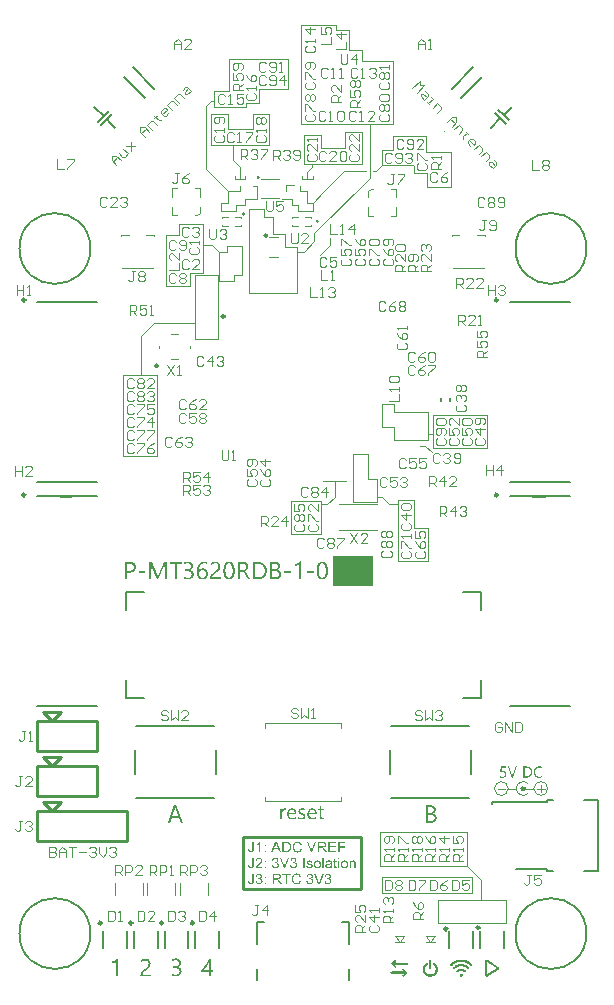
<source format=gto>
G04 Layer_Color=65535*
%FSLAX44Y44*%
%MOMM*%
G71*
G01*
G75*
%ADD10C,0.1250*%
%ADD52C,0.2000*%
%ADD53C,0.3000*%
%ADD57C,0.1500*%
%ADD59C,0.2500*%
%ADD109C,0.2540*%
%ADD110C,0.1000*%
%ADD111C,0.0100*%
%ADD112C,0.1200*%
%ADD113R,3.4000X2.5750*%
G36*
X292691Y101879D02*
X292747Y101872D01*
X292817Y101865D01*
X292894Y101858D01*
X293062Y101830D01*
X293236Y101795D01*
X293425Y101739D01*
X293613Y101669D01*
X293620D01*
X293634Y101662D01*
X293662Y101648D01*
X293697Y101634D01*
X293739Y101613D01*
X293781Y101585D01*
X293893Y101523D01*
X294012Y101446D01*
X294137Y101348D01*
X294249Y101236D01*
X294354Y101117D01*
Y101110D01*
X294368Y101103D01*
X294375Y101082D01*
X294396Y101054D01*
X294438Y100985D01*
X294487Y100887D01*
X294543Y100768D01*
X294598Y100628D01*
X294654Y100475D01*
X294696Y100307D01*
Y100293D01*
X294703Y100272D01*
Y100244D01*
X294710Y100209D01*
X294717Y100167D01*
X294724Y100119D01*
X294731Y100056D01*
Y99993D01*
X294738Y99909D01*
X294745Y99825D01*
X294752Y99727D01*
Y99623D01*
X294759Y99504D01*
Y99378D01*
Y99238D01*
Y95250D01*
X293662D01*
Y99197D01*
Y99204D01*
Y99225D01*
Y99259D01*
Y99308D01*
X293655Y99364D01*
Y99427D01*
X293648Y99574D01*
X293627Y99734D01*
X293606Y99902D01*
X293572Y100063D01*
X293551Y100140D01*
X293530Y100202D01*
Y100209D01*
X293523Y100216D01*
X293502Y100258D01*
X293474Y100321D01*
X293425Y100398D01*
X293362Y100482D01*
X293285Y100566D01*
X293187Y100656D01*
X293076Y100733D01*
X293069D01*
X293062Y100740D01*
X293041Y100754D01*
X293020Y100768D01*
X292950Y100796D01*
X292859Y100838D01*
X292747Y100873D01*
X292615Y100908D01*
X292468Y100929D01*
X292307Y100936D01*
X292237D01*
X292189Y100929D01*
X292126Y100922D01*
X292056Y100915D01*
X291979Y100901D01*
X291888Y100880D01*
X291700Y100824D01*
X291602Y100789D01*
X291497Y100747D01*
X291392Y100698D01*
X291287Y100635D01*
X291190Y100566D01*
X291092Y100489D01*
X291085Y100482D01*
X291071Y100468D01*
X291043Y100440D01*
X291015Y100398D01*
X290973Y100349D01*
X290931Y100279D01*
X290882Y100202D01*
X290840Y100112D01*
X290792Y100000D01*
X290743Y99881D01*
X290701Y99741D01*
X290659Y99588D01*
X290631Y99413D01*
X290603Y99225D01*
X290589Y99015D01*
X290582Y98791D01*
Y95250D01*
X289485D01*
Y101739D01*
X290470D01*
Y100817D01*
X290477Y100831D01*
X290505Y100866D01*
X290547Y100915D01*
X290603Y100985D01*
X290680Y101068D01*
X290771Y101152D01*
X290875Y101250D01*
X290994Y101355D01*
X291134Y101453D01*
X291287Y101551D01*
X291455Y101641D01*
X291644Y101718D01*
X291846Y101788D01*
X292063Y101837D01*
X292293Y101872D01*
X292538Y101886D01*
X292636D01*
X292691Y101879D01*
D02*
G37*
G36*
X218748Y100489D02*
X217498D01*
Y101739D01*
X218748D01*
Y100489D01*
D02*
G37*
G36*
X280852Y102941D02*
X279755D01*
Y104205D01*
X280852D01*
Y102941D01*
D02*
G37*
G36*
X228457Y90698D02*
X228555D01*
X228674Y90691D01*
X228800Y90684D01*
X228939Y90677D01*
X229079Y90663D01*
X229233Y90642D01*
X229533Y90600D01*
X229680Y90572D01*
X229820Y90544D01*
X229952Y90502D01*
X230078Y90460D01*
X230085D01*
X230106Y90446D01*
X230141Y90432D01*
X230183Y90411D01*
X230232Y90384D01*
X230294Y90349D01*
X230364Y90307D01*
X230434Y90265D01*
X230511Y90209D01*
X230595Y90146D01*
X230679Y90076D01*
X230755Y89992D01*
X230839Y89909D01*
X230923Y89818D01*
X231000Y89713D01*
X231070Y89601D01*
X231077Y89594D01*
X231084Y89573D01*
X231105Y89538D01*
X231126Y89496D01*
X231161Y89440D01*
X231189Y89371D01*
X231223Y89294D01*
X231258Y89203D01*
X231293Y89112D01*
X231328Y89007D01*
X231363Y88896D01*
X231391Y88777D01*
X231433Y88525D01*
X231440Y88393D01*
X231447Y88260D01*
Y88246D01*
Y88218D01*
X231440Y88169D01*
Y88099D01*
X231426Y88015D01*
X231412Y87925D01*
X231398Y87813D01*
X231370Y87701D01*
X231335Y87576D01*
X231293Y87443D01*
X231244Y87310D01*
X231182Y87177D01*
X231112Y87038D01*
X231028Y86905D01*
X230937Y86772D01*
X230825Y86646D01*
X230818Y86639D01*
X230797Y86618D01*
X230762Y86584D01*
X230707Y86542D01*
X230644Y86493D01*
X230560Y86430D01*
X230469Y86367D01*
X230357Y86297D01*
X230232Y86227D01*
X230092Y86158D01*
X229938Y86088D01*
X229764Y86025D01*
X229575Y85962D01*
X229379Y85906D01*
X229156Y85857D01*
X228925Y85822D01*
X228932D01*
X228946Y85815D01*
X228967Y85801D01*
X229002Y85780D01*
X229086Y85738D01*
X229191Y85683D01*
X229303Y85613D01*
X229421Y85536D01*
X229540Y85459D01*
X229638Y85375D01*
X229645Y85368D01*
X229659Y85354D01*
X229687Y85326D01*
X229729Y85291D01*
X229771Y85243D01*
X229826Y85187D01*
X229889Y85124D01*
X229952Y85047D01*
X230029Y84963D01*
X230106Y84872D01*
X230183Y84775D01*
X230266Y84670D01*
X230357Y84558D01*
X230441Y84439D01*
X230616Y84181D01*
X232166Y81750D01*
X230686D01*
X229505Y83608D01*
X229498Y83615D01*
X229484Y83643D01*
X229456Y83685D01*
X229421Y83741D01*
X229372Y83811D01*
X229324Y83887D01*
X229268Y83971D01*
X229205Y84062D01*
X229072Y84265D01*
X228925Y84467D01*
X228786Y84663D01*
X228716Y84754D01*
X228653Y84837D01*
X228646Y84844D01*
X228639Y84858D01*
X228618Y84879D01*
X228597Y84907D01*
X228534Y84984D01*
X228450Y85075D01*
X228360Y85173D01*
X228262Y85270D01*
X228157Y85361D01*
X228052Y85438D01*
X228038Y85445D01*
X228003Y85466D01*
X227955Y85494D01*
X227885Y85536D01*
X227801Y85571D01*
X227710Y85613D01*
X227612Y85648D01*
X227507Y85676D01*
X227500D01*
X227465Y85683D01*
X227417Y85689D01*
X227347Y85703D01*
X227256Y85710D01*
X227144Y85717D01*
X227012Y85724D01*
X225482D01*
Y81750D01*
X224294D01*
Y90705D01*
X228374D01*
X228457Y90698D01*
D02*
G37*
G36*
X218748Y81750D02*
X217498D01*
Y83000D01*
X218748D01*
Y81750D01*
D02*
G37*
G36*
X242057Y104233D02*
X242120D01*
X242197Y104226D01*
X242281Y104212D01*
X242379Y104198D01*
X242476Y104184D01*
X242581Y104163D01*
X242812Y104107D01*
X243042Y104023D01*
X243161Y103974D01*
X243280Y103918D01*
X243287D01*
X243307Y103904D01*
X243342Y103883D01*
X243384Y103862D01*
X243433Y103828D01*
X243496Y103793D01*
X243629Y103695D01*
X243783Y103569D01*
X243943Y103422D01*
X244097Y103255D01*
X244230Y103059D01*
X244237Y103052D01*
X244244Y103038D01*
X244258Y103003D01*
X244279Y102968D01*
X244306Y102913D01*
X244334Y102857D01*
X244362Y102787D01*
X244397Y102717D01*
X244425Y102633D01*
X244453Y102542D01*
X244509Y102347D01*
X244544Y102130D01*
X244558Y102018D01*
Y101907D01*
Y101900D01*
Y101879D01*
Y101851D01*
X244551Y101809D01*
Y101760D01*
X244544Y101697D01*
X244530Y101634D01*
X244516Y101558D01*
X244481Y101397D01*
X244425Y101215D01*
X244348Y101034D01*
X244299Y100943D01*
X244244Y100852D01*
Y100845D01*
X244230Y100831D01*
X244209Y100803D01*
X244188Y100775D01*
X244153Y100733D01*
X244111Y100684D01*
X244062Y100635D01*
X244013Y100580D01*
X243950Y100524D01*
X243880Y100461D01*
X243804Y100398D01*
X243720Y100335D01*
X243636Y100272D01*
X243538Y100209D01*
X243321Y100098D01*
X243328D01*
X243356Y100091D01*
X243398Y100077D01*
X243454Y100063D01*
X243517Y100035D01*
X243594Y100007D01*
X243685Y99979D01*
X243776Y99937D01*
X243873Y99888D01*
X243971Y99832D01*
X244076Y99769D01*
X244181Y99699D01*
X244279Y99623D01*
X244376Y99539D01*
X244474Y99441D01*
X244558Y99336D01*
X244565Y99329D01*
X244579Y99308D01*
X244600Y99280D01*
X244628Y99231D01*
X244663Y99176D01*
X244698Y99106D01*
X244739Y99029D01*
X244781Y98938D01*
X244816Y98840D01*
X244858Y98729D01*
X244893Y98610D01*
X244928Y98484D01*
X244956Y98351D01*
X244977Y98205D01*
X244991Y98051D01*
X244998Y97890D01*
Y97876D01*
Y97841D01*
X244991Y97779D01*
X244984Y97695D01*
X244970Y97597D01*
X244956Y97478D01*
X244928Y97346D01*
X244893Y97206D01*
X244844Y97052D01*
X244788Y96891D01*
X244718Y96731D01*
X244635Y96563D01*
X244537Y96396D01*
X244425Y96228D01*
X244292Y96067D01*
X244139Y95907D01*
X244132Y95900D01*
X244097Y95872D01*
X244055Y95830D01*
X243985Y95781D01*
X243901Y95718D01*
X243804Y95648D01*
X243685Y95578D01*
X243552Y95501D01*
X243398Y95425D01*
X243238Y95355D01*
X243056Y95285D01*
X242868Y95222D01*
X242658Y95173D01*
X242441Y95131D01*
X242211Y95103D01*
X241973Y95096D01*
X241924D01*
X241862Y95103D01*
X241778Y95110D01*
X241673Y95117D01*
X241561Y95131D01*
X241429Y95152D01*
X241289Y95187D01*
X241135Y95222D01*
X240975Y95264D01*
X240814Y95327D01*
X240646Y95390D01*
X240486Y95473D01*
X240318Y95564D01*
X240164Y95669D01*
X240011Y95795D01*
X240004Y95802D01*
X239976Y95830D01*
X239941Y95865D01*
X239885Y95921D01*
X239829Y95990D01*
X239759Y96074D01*
X239689Y96179D01*
X239613Y96291D01*
X239536Y96410D01*
X239452Y96549D01*
X239382Y96703D01*
X239312Y96863D01*
X239249Y97038D01*
X239200Y97220D01*
X239158Y97415D01*
X239130Y97618D01*
X240227Y97765D01*
Y97758D01*
X240234Y97723D01*
X240248Y97674D01*
X240262Y97611D01*
X240283Y97534D01*
X240311Y97450D01*
X240339Y97353D01*
X240381Y97248D01*
X240465Y97024D01*
X240576Y96801D01*
X240639Y96696D01*
X240709Y96591D01*
X240786Y96500D01*
X240870Y96417D01*
X240877Y96410D01*
X240891Y96396D01*
X240919Y96382D01*
X240954Y96354D01*
X240996Y96319D01*
X241051Y96284D01*
X241107Y96249D01*
X241177Y96214D01*
X241254Y96172D01*
X241338Y96137D01*
X241533Y96067D01*
X241631Y96039D01*
X241743Y96025D01*
X241862Y96011D01*
X241980Y96004D01*
X242015D01*
X242057Y96011D01*
X242113D01*
X242176Y96018D01*
X242253Y96032D01*
X242344Y96046D01*
X242441Y96074D01*
X242539Y96102D01*
X242644Y96137D01*
X242756Y96179D01*
X242868Y96228D01*
X242972Y96291D01*
X243084Y96361D01*
X243189Y96444D01*
X243294Y96535D01*
X243301Y96542D01*
X243314Y96563D01*
X243342Y96591D01*
X243377Y96633D01*
X243419Y96682D01*
X243461Y96745D01*
X243510Y96822D01*
X243566Y96905D01*
X243615Y96996D01*
X243664Y97101D01*
X243706Y97206D01*
X243748Y97324D01*
X243783Y97450D01*
X243811Y97583D01*
X243824Y97723D01*
X243831Y97869D01*
Y97876D01*
Y97904D01*
Y97939D01*
X243824Y97995D01*
X243817Y98058D01*
X243804Y98135D01*
X243790Y98219D01*
X243769Y98309D01*
X243741Y98407D01*
X243713Y98505D01*
X243671Y98610D01*
X243622Y98715D01*
X243566Y98819D01*
X243496Y98917D01*
X243426Y99015D01*
X243335Y99113D01*
X243328Y99120D01*
X243314Y99134D01*
X243287Y99162D01*
X243245Y99190D01*
X243196Y99225D01*
X243140Y99266D01*
X243070Y99315D01*
X242993Y99364D01*
X242902Y99406D01*
X242812Y99455D01*
X242707Y99497D01*
X242595Y99532D01*
X242476Y99560D01*
X242344Y99588D01*
X242211Y99602D01*
X242071Y99609D01*
X242015D01*
X241945Y99602D01*
X241855Y99595D01*
X241743Y99581D01*
X241610Y99560D01*
X241464Y99532D01*
X241296Y99490D01*
X241415Y100454D01*
X241436D01*
X241478Y100447D01*
X241540Y100440D01*
X241666D01*
X241715Y100447D01*
X241778Y100454D01*
X241848Y100461D01*
X241924Y100468D01*
X242015Y100489D01*
X242211Y100531D01*
X242427Y100594D01*
X242532Y100635D01*
X242644Y100684D01*
X242756Y100740D01*
X242861Y100803D01*
X242868Y100810D01*
X242888Y100824D01*
X242916Y100845D01*
X242951Y100873D01*
X242993Y100915D01*
X243042Y100964D01*
X243091Y101020D01*
X243147Y101082D01*
X243196Y101159D01*
X243245Y101243D01*
X243294Y101334D01*
X243335Y101439D01*
X243377Y101551D01*
X243405Y101669D01*
X243419Y101795D01*
X243426Y101935D01*
Y101942D01*
Y101963D01*
Y101990D01*
X243419Y102039D01*
X243412Y102088D01*
X243405Y102151D01*
X243391Y102214D01*
X243377Y102291D01*
X243328Y102445D01*
X243294Y102528D01*
X243252Y102612D01*
X243203Y102703D01*
X243154Y102780D01*
X243084Y102864D01*
X243014Y102941D01*
X243007Y102948D01*
X242993Y102955D01*
X242972Y102975D01*
X242937Y103003D01*
X242902Y103031D01*
X242847Y103066D01*
X242791Y103101D01*
X242728Y103143D01*
X242651Y103178D01*
X242574Y103213D01*
X242483Y103248D01*
X242393Y103276D01*
X242295Y103304D01*
X242183Y103325D01*
X242071Y103332D01*
X241952Y103339D01*
X241890D01*
X241848Y103332D01*
X241792Y103325D01*
X241729Y103318D01*
X241659Y103304D01*
X241582Y103290D01*
X241415Y103241D01*
X241324Y103206D01*
X241233Y103171D01*
X241142Y103122D01*
X241051Y103066D01*
X240968Y103003D01*
X240884Y102934D01*
X240877Y102927D01*
X240863Y102913D01*
X240842Y102892D01*
X240814Y102857D01*
X240779Y102815D01*
X240744Y102766D01*
X240702Y102703D01*
X240653Y102633D01*
X240611Y102549D01*
X240562Y102458D01*
X240520Y102361D01*
X240472Y102256D01*
X240437Y102137D01*
X240395Y102004D01*
X240367Y101872D01*
X240339Y101725D01*
X239242Y101921D01*
Y101935D01*
X239249Y101970D01*
X239263Y102025D01*
X239284Y102102D01*
X239312Y102193D01*
X239340Y102305D01*
X239382Y102424D01*
X239431Y102549D01*
X239487Y102682D01*
X239550Y102822D01*
X239626Y102968D01*
X239710Y103108D01*
X239801Y103248D01*
X239906Y103387D01*
X240025Y103513D01*
X240150Y103632D01*
X240157Y103639D01*
X240185Y103660D01*
X240227Y103688D01*
X240283Y103730D01*
X240353Y103772D01*
X240437Y103828D01*
X240534Y103876D01*
X240646Y103939D01*
X240765Y103995D01*
X240905Y104051D01*
X241051Y104100D01*
X241205Y104142D01*
X241373Y104184D01*
X241547Y104212D01*
X241736Y104233D01*
X241931Y104240D01*
X242001D01*
X242057Y104233D01*
D02*
G37*
G36*
X208438Y98100D02*
Y98086D01*
Y98051D01*
Y97995D01*
X208431Y97911D01*
Y97821D01*
X208424Y97709D01*
X208417Y97590D01*
X208403Y97457D01*
X208389Y97324D01*
X208376Y97178D01*
X208327Y96891D01*
X208292Y96745D01*
X208257Y96605D01*
X208215Y96479D01*
X208166Y96354D01*
Y96347D01*
X208152Y96326D01*
X208138Y96298D01*
X208117Y96256D01*
X208082Y96200D01*
X208047Y96144D01*
X207957Y96004D01*
X207901Y95934D01*
X207838Y95858D01*
X207761Y95774D01*
X207684Y95697D01*
X207600Y95620D01*
X207509Y95550D01*
X207405Y95480D01*
X207300Y95418D01*
X207293D01*
X207272Y95404D01*
X207244Y95390D01*
X207195Y95369D01*
X207139Y95341D01*
X207069Y95313D01*
X206992Y95285D01*
X206909Y95257D01*
X206811Y95229D01*
X206706Y95201D01*
X206594Y95173D01*
X206469Y95145D01*
X206343Y95124D01*
X206210Y95110D01*
X206070Y95103D01*
X205924Y95096D01*
X205875D01*
X205812Y95103D01*
X205728Y95110D01*
X205630Y95117D01*
X205519Y95131D01*
X205393Y95152D01*
X205253Y95180D01*
X205114Y95215D01*
X204967Y95257D01*
X204813Y95313D01*
X204660Y95383D01*
X204513Y95459D01*
X204373Y95543D01*
X204240Y95648D01*
X204115Y95767D01*
X204108Y95774D01*
X204087Y95802D01*
X204059Y95837D01*
X204017Y95893D01*
X203975Y95962D01*
X203919Y96053D01*
X203863Y96158D01*
X203807Y96277D01*
X203752Y96410D01*
X203696Y96556D01*
X203647Y96724D01*
X203605Y96905D01*
X203563Y97101D01*
X203542Y97311D01*
X203521Y97541D01*
Y97786D01*
X204590Y97932D01*
Y97918D01*
Y97890D01*
X204597Y97835D01*
X204604Y97765D01*
X204611Y97681D01*
X204618Y97590D01*
X204632Y97485D01*
X204653Y97373D01*
X204701Y97136D01*
X204764Y96905D01*
X204806Y96801D01*
X204855Y96696D01*
X204911Y96605D01*
X204967Y96528D01*
X204974Y96521D01*
X204981Y96514D01*
X205002Y96493D01*
X205030Y96472D01*
X205065Y96444D01*
X205107Y96410D01*
X205156Y96375D01*
X205211Y96340D01*
X205281Y96305D01*
X205351Y96270D01*
X205512Y96207D01*
X205700Y96165D01*
X205805Y96158D01*
X205917Y96151D01*
X205994D01*
X206029Y96158D01*
X206070Y96165D01*
X206175Y96179D01*
X206294Y96200D01*
X206427Y96235D01*
X206553Y96284D01*
X206678Y96354D01*
X206685D01*
X206692Y96361D01*
X206734Y96389D01*
X206790Y96437D01*
X206860Y96500D01*
X206930Y96577D01*
X207006Y96675D01*
X207069Y96780D01*
X207125Y96905D01*
Y96912D01*
X207132Y96919D01*
X207139Y96940D01*
X207146Y96975D01*
X207153Y97010D01*
X207167Y97059D01*
X207174Y97115D01*
X207188Y97178D01*
X207202Y97255D01*
X207209Y97338D01*
X207223Y97429D01*
X207230Y97527D01*
X207237Y97639D01*
X207244Y97765D01*
X207251Y97890D01*
Y98030D01*
Y104205D01*
X208438D01*
Y98100D01*
D02*
G37*
G36*
X280852Y95250D02*
X279755D01*
Y101739D01*
X280852D01*
Y95250D01*
D02*
G37*
G36*
X235002D02*
X233773D01*
X230315Y104205D01*
X231601D01*
X233927Y97695D01*
Y97688D01*
X233941Y97660D01*
X233955Y97618D01*
X233976Y97562D01*
X233997Y97492D01*
X234025Y97408D01*
X234059Y97318D01*
X234087Y97220D01*
X234129Y97108D01*
X234164Y96996D01*
X234241Y96745D01*
X234318Y96486D01*
X234395Y96228D01*
Y96235D01*
X234402Y96263D01*
X234416Y96298D01*
X234430Y96354D01*
X234451Y96424D01*
X234478Y96500D01*
X234499Y96591D01*
X234534Y96689D01*
X234569Y96794D01*
X234604Y96905D01*
X234688Y97157D01*
X234779Y97422D01*
X234877Y97695D01*
X237300Y104205D01*
X238509D01*
X235002Y95250D01*
D02*
G37*
G36*
X226760Y104233D02*
X226823D01*
X226900Y104226D01*
X226984Y104212D01*
X227081Y104198D01*
X227179Y104184D01*
X227284Y104163D01*
X227514Y104107D01*
X227745Y104023D01*
X227864Y103974D01*
X227982Y103918D01*
X227989D01*
X228010Y103904D01*
X228045Y103883D01*
X228087Y103862D01*
X228136Y103828D01*
X228199Y103793D01*
X228332Y103695D01*
X228485Y103569D01*
X228646Y103422D01*
X228800Y103255D01*
X228932Y103059D01*
X228939Y103052D01*
X228946Y103038D01*
X228960Y103003D01*
X228981Y102968D01*
X229009Y102913D01*
X229037Y102857D01*
X229065Y102787D01*
X229100Y102717D01*
X229128Y102633D01*
X229156Y102542D01*
X229212Y102347D01*
X229247Y102130D01*
X229261Y102018D01*
Y101907D01*
Y101900D01*
Y101879D01*
Y101851D01*
X229254Y101809D01*
Y101760D01*
X229247Y101697D01*
X229233Y101634D01*
X229219Y101558D01*
X229184Y101397D01*
X229128Y101215D01*
X229051Y101034D01*
X229002Y100943D01*
X228946Y100852D01*
Y100845D01*
X228932Y100831D01*
X228911Y100803D01*
X228890Y100775D01*
X228856Y100733D01*
X228814Y100684D01*
X228765Y100635D01*
X228716Y100580D01*
X228653Y100524D01*
X228583Y100461D01*
X228506Y100398D01*
X228423Y100335D01*
X228339Y100272D01*
X228241Y100209D01*
X228024Y100098D01*
X228031D01*
X228059Y100091D01*
X228101Y100077D01*
X228157Y100063D01*
X228220Y100035D01*
X228297Y100007D01*
X228388Y99979D01*
X228478Y99937D01*
X228576Y99888D01*
X228674Y99832D01*
X228779Y99769D01*
X228883Y99699D01*
X228981Y99623D01*
X229079Y99539D01*
X229177Y99441D01*
X229261Y99336D01*
X229268Y99329D01*
X229282Y99308D01*
X229303Y99280D01*
X229331Y99231D01*
X229366Y99176D01*
X229400Y99106D01*
X229442Y99029D01*
X229484Y98938D01*
X229519Y98840D01*
X229561Y98729D01*
X229596Y98610D01*
X229631Y98484D01*
X229659Y98351D01*
X229680Y98205D01*
X229694Y98051D01*
X229701Y97890D01*
Y97876D01*
Y97841D01*
X229694Y97779D01*
X229687Y97695D01*
X229673Y97597D01*
X229659Y97478D01*
X229631Y97346D01*
X229596Y97206D01*
X229547Y97052D01*
X229491Y96891D01*
X229421Y96731D01*
X229338Y96563D01*
X229240Y96396D01*
X229128Y96228D01*
X228995Y96067D01*
X228842Y95907D01*
X228835Y95900D01*
X228800Y95872D01*
X228758Y95830D01*
X228688Y95781D01*
X228604Y95718D01*
X228506Y95648D01*
X228388Y95578D01*
X228255Y95501D01*
X228101Y95425D01*
X227941Y95355D01*
X227759Y95285D01*
X227570Y95222D01*
X227361Y95173D01*
X227144Y95131D01*
X226914Y95103D01*
X226676Y95096D01*
X226627D01*
X226565Y95103D01*
X226481Y95110D01*
X226376Y95117D01*
X226264Y95131D01*
X226131Y95152D01*
X225992Y95187D01*
X225838Y95222D01*
X225677Y95264D01*
X225517Y95327D01*
X225349Y95390D01*
X225188Y95473D01*
X225021Y95564D01*
X224867Y95669D01*
X224713Y95795D01*
X224706Y95802D01*
X224678Y95830D01*
X224644Y95865D01*
X224588Y95921D01*
X224532Y95990D01*
X224462Y96074D01*
X224392Y96179D01*
X224315Y96291D01*
X224238Y96410D01*
X224155Y96549D01*
X224085Y96703D01*
X224015Y96863D01*
X223952Y97038D01*
X223903Y97220D01*
X223861Y97415D01*
X223833Y97618D01*
X224930Y97765D01*
Y97758D01*
X224937Y97723D01*
X224951Y97674D01*
X224965Y97611D01*
X224986Y97534D01*
X225014Y97450D01*
X225042Y97353D01*
X225084Y97248D01*
X225168Y97024D01*
X225279Y96801D01*
X225342Y96696D01*
X225412Y96591D01*
X225489Y96500D01*
X225573Y96417D01*
X225580Y96410D01*
X225594Y96396D01*
X225621Y96382D01*
X225656Y96354D01*
X225698Y96319D01*
X225754Y96284D01*
X225810Y96249D01*
X225880Y96214D01*
X225957Y96172D01*
X226041Y96137D01*
X226236Y96067D01*
X226334Y96039D01*
X226446Y96025D01*
X226565Y96011D01*
X226683Y96004D01*
X226718D01*
X226760Y96011D01*
X226816D01*
X226879Y96018D01*
X226956Y96032D01*
X227047Y96046D01*
X227144Y96074D01*
X227242Y96102D01*
X227347Y96137D01*
X227459Y96179D01*
X227570Y96228D01*
X227675Y96291D01*
X227787Y96361D01*
X227892Y96444D01*
X227996Y96535D01*
X228003Y96542D01*
X228017Y96563D01*
X228045Y96591D01*
X228080Y96633D01*
X228122Y96682D01*
X228164Y96745D01*
X228213Y96822D01*
X228269Y96905D01*
X228318Y96996D01*
X228367Y97101D01*
X228409Y97206D01*
X228450Y97324D01*
X228485Y97450D01*
X228513Y97583D01*
X228527Y97723D01*
X228534Y97869D01*
Y97876D01*
Y97904D01*
Y97939D01*
X228527Y97995D01*
X228520Y98058D01*
X228506Y98135D01*
X228492Y98219D01*
X228471Y98309D01*
X228444Y98407D01*
X228416Y98505D01*
X228374Y98610D01*
X228325Y98715D01*
X228269Y98819D01*
X228199Y98917D01*
X228129Y99015D01*
X228038Y99113D01*
X228031Y99120D01*
X228017Y99134D01*
X227989Y99162D01*
X227948Y99190D01*
X227899Y99225D01*
X227843Y99266D01*
X227773Y99315D01*
X227696Y99364D01*
X227605Y99406D01*
X227514Y99455D01*
X227410Y99497D01*
X227298Y99532D01*
X227179Y99560D01*
X227047Y99588D01*
X226914Y99602D01*
X226774Y99609D01*
X226718D01*
X226648Y99602D01*
X226558Y99595D01*
X226446Y99581D01*
X226313Y99560D01*
X226166Y99532D01*
X225999Y99490D01*
X226117Y100454D01*
X226138D01*
X226180Y100447D01*
X226243Y100440D01*
X226369D01*
X226418Y100447D01*
X226481Y100454D01*
X226551Y100461D01*
X226627Y100468D01*
X226718Y100489D01*
X226914Y100531D01*
X227130Y100594D01*
X227235Y100635D01*
X227347Y100684D01*
X227459Y100740D01*
X227563Y100803D01*
X227570Y100810D01*
X227591Y100824D01*
X227619Y100845D01*
X227654Y100873D01*
X227696Y100915D01*
X227745Y100964D01*
X227794Y101020D01*
X227850Y101082D01*
X227899Y101159D01*
X227948Y101243D01*
X227996Y101334D01*
X228038Y101439D01*
X228080Y101551D01*
X228108Y101669D01*
X228122Y101795D01*
X228129Y101935D01*
Y101942D01*
Y101963D01*
Y101990D01*
X228122Y102039D01*
X228115Y102088D01*
X228108Y102151D01*
X228094Y102214D01*
X228080Y102291D01*
X228031Y102445D01*
X227996Y102528D01*
X227955Y102612D01*
X227906Y102703D01*
X227857Y102780D01*
X227787Y102864D01*
X227717Y102941D01*
X227710Y102948D01*
X227696Y102955D01*
X227675Y102975D01*
X227640Y103003D01*
X227605Y103031D01*
X227549Y103066D01*
X227493Y103101D01*
X227431Y103143D01*
X227354Y103178D01*
X227277Y103213D01*
X227186Y103248D01*
X227095Y103276D01*
X226998Y103304D01*
X226886Y103325D01*
X226774Y103332D01*
X226655Y103339D01*
X226592D01*
X226551Y103332D01*
X226495Y103325D01*
X226432Y103318D01*
X226362Y103304D01*
X226285Y103290D01*
X226117Y103241D01*
X226027Y103206D01*
X225936Y103171D01*
X225845Y103122D01*
X225754Y103066D01*
X225670Y103003D01*
X225587Y102934D01*
X225580Y102927D01*
X225566Y102913D01*
X225545Y102892D01*
X225517Y102857D01*
X225482Y102815D01*
X225447Y102766D01*
X225405Y102703D01*
X225356Y102633D01*
X225314Y102549D01*
X225265Y102458D01*
X225223Y102361D01*
X225175Y102256D01*
X225140Y102137D01*
X225098Y102004D01*
X225070Y101872D01*
X225042Y101725D01*
X223945Y101921D01*
Y101935D01*
X223952Y101970D01*
X223966Y102025D01*
X223987Y102102D01*
X224015Y102193D01*
X224043Y102305D01*
X224085Y102424D01*
X224134Y102549D01*
X224190Y102682D01*
X224252Y102822D01*
X224329Y102968D01*
X224413Y103108D01*
X224504Y103248D01*
X224609Y103387D01*
X224727Y103513D01*
X224853Y103632D01*
X224860Y103639D01*
X224888Y103660D01*
X224930Y103688D01*
X224986Y103730D01*
X225056Y103772D01*
X225140Y103828D01*
X225237Y103876D01*
X225349Y103939D01*
X225468Y103995D01*
X225607Y104051D01*
X225754Y104100D01*
X225908Y104142D01*
X226075Y104184D01*
X226250Y104212D01*
X226439Y104233D01*
X226634Y104240D01*
X226704D01*
X226760Y104233D01*
D02*
G37*
G36*
X255650Y101879D02*
X255727Y101872D01*
X255818Y101865D01*
X255909Y101858D01*
X256118Y101830D01*
X256341Y101795D01*
X256572Y101739D01*
X256796Y101662D01*
X256803D01*
X256824Y101655D01*
X256852Y101641D01*
X256893Y101620D01*
X256935Y101599D01*
X256991Y101571D01*
X257117Y101509D01*
X257257Y101425D01*
X257403Y101320D01*
X257536Y101201D01*
X257592Y101138D01*
X257648Y101068D01*
Y101061D01*
X257662Y101054D01*
X257676Y101027D01*
X257697Y100999D01*
X257718Y100964D01*
X257738Y100915D01*
X257773Y100866D01*
X257801Y100803D01*
X257829Y100733D01*
X257864Y100656D01*
X257927Y100489D01*
X257983Y100293D01*
X258032Y100070D01*
X256956Y99923D01*
Y99930D01*
X256949Y99944D01*
Y99972D01*
X256942Y100007D01*
X256928Y100049D01*
X256914Y100098D01*
X256872Y100209D01*
X256817Y100328D01*
X256740Y100461D01*
X256642Y100587D01*
X256523Y100698D01*
X256516D01*
X256509Y100712D01*
X256488Y100726D01*
X256460Y100740D01*
X256425Y100768D01*
X256376Y100789D01*
X256328Y100817D01*
X256272Y100845D01*
X256202Y100866D01*
X256132Y100894D01*
X256048Y100922D01*
X255957Y100943D01*
X255867Y100957D01*
X255762Y100971D01*
X255538Y100985D01*
X255468D01*
X255413Y100978D01*
X255350D01*
X255280Y100971D01*
X255203Y100964D01*
X255119Y100957D01*
X254938Y100922D01*
X254763Y100880D01*
X254595Y100817D01*
X254519Y100775D01*
X254456Y100733D01*
X254442Y100719D01*
X254407Y100691D01*
X254351Y100635D01*
X254295Y100566D01*
X254239Y100475D01*
X254183Y100377D01*
X254148Y100265D01*
X254141Y100202D01*
X254134Y100140D01*
Y100133D01*
Y100105D01*
X254141Y100063D01*
X254148Y100014D01*
X254169Y99951D01*
X254190Y99888D01*
X254225Y99825D01*
X254267Y99755D01*
X254274Y99748D01*
X254295Y99727D01*
X254323Y99692D01*
X254372Y99650D01*
X254428Y99609D01*
X254498Y99560D01*
X254588Y99511D01*
X254686Y99462D01*
X254693D01*
X254728Y99448D01*
X254749Y99441D01*
X254784Y99434D01*
X254819Y99420D01*
X254868Y99406D01*
X254931Y99385D01*
X255000Y99364D01*
X255077Y99343D01*
X255168Y99315D01*
X255266Y99287D01*
X255385Y99259D01*
X255517Y99225D01*
X255657Y99183D01*
X255671D01*
X255706Y99169D01*
X255769Y99155D01*
X255846Y99134D01*
X255943Y99106D01*
X256048Y99071D01*
X256167Y99036D01*
X256300Y99001D01*
X256565Y98917D01*
X256838Y98833D01*
X256963Y98791D01*
X257082Y98750D01*
X257194Y98708D01*
X257285Y98666D01*
X257292D01*
X257306Y98659D01*
X257326Y98645D01*
X257361Y98631D01*
X257445Y98582D01*
X257550Y98519D01*
X257662Y98442D01*
X257787Y98344D01*
X257906Y98226D01*
X258011Y98093D01*
Y98086D01*
X258025Y98079D01*
X258039Y98058D01*
X258053Y98023D01*
X258074Y97988D01*
X258095Y97946D01*
X258116Y97890D01*
X258144Y97835D01*
X258193Y97695D01*
X258235Y97534D01*
X258262Y97353D01*
X258276Y97150D01*
Y97143D01*
Y97129D01*
Y97094D01*
X258269Y97059D01*
Y97010D01*
X258262Y96954D01*
X258249Y96884D01*
X258235Y96815D01*
X258200Y96661D01*
X258144Y96486D01*
X258060Y96298D01*
X258011Y96207D01*
X257955Y96116D01*
X257948Y96109D01*
X257941Y96095D01*
X257920Y96067D01*
X257892Y96039D01*
X257864Y95997D01*
X257822Y95948D01*
X257773Y95900D01*
X257718Y95844D01*
X257655Y95781D01*
X257585Y95725D01*
X257508Y95662D01*
X257431Y95599D01*
X257243Y95480D01*
X257026Y95369D01*
X257019D01*
X256998Y95355D01*
X256963Y95348D01*
X256921Y95327D01*
X256865Y95306D01*
X256796Y95285D01*
X256719Y95264D01*
X256628Y95236D01*
X256530Y95208D01*
X256425Y95187D01*
X256314Y95166D01*
X256195Y95145D01*
X255936Y95117D01*
X255657Y95103D01*
X255601D01*
X255538Y95110D01*
X255448D01*
X255343Y95117D01*
X255224Y95131D01*
X255084Y95145D01*
X254944Y95166D01*
X254791Y95194D01*
X254630Y95229D01*
X254470Y95271D01*
X254309Y95327D01*
X254155Y95383D01*
X254002Y95453D01*
X253862Y95536D01*
X253729Y95627D01*
X253722Y95634D01*
X253701Y95655D01*
X253666Y95683D01*
X253624Y95725D01*
X253568Y95781D01*
X253513Y95851D01*
X253450Y95927D01*
X253380Y96018D01*
X253310Y96123D01*
X253233Y96242D01*
X253163Y96368D01*
X253100Y96507D01*
X253038Y96661D01*
X252982Y96829D01*
X252933Y97003D01*
X252891Y97192D01*
X253981Y97360D01*
Y97353D01*
X253988Y97331D01*
X253995Y97297D01*
X254002Y97255D01*
X254016Y97199D01*
X254030Y97136D01*
X254078Y96989D01*
X254141Y96829D01*
X254232Y96661D01*
X254344Y96500D01*
X254407Y96424D01*
X254484Y96354D01*
X254491Y96347D01*
X254505Y96340D01*
X254525Y96319D01*
X254560Y96298D01*
X254602Y96270D01*
X254658Y96242D01*
X254714Y96214D01*
X254791Y96179D01*
X254868Y96144D01*
X254951Y96116D01*
X255049Y96088D01*
X255154Y96060D01*
X255266Y96039D01*
X255392Y96018D01*
X255517Y96011D01*
X255657Y96004D01*
X255727D01*
X255783Y96011D01*
X255846D01*
X255916Y96018D01*
X255992Y96032D01*
X256083Y96046D01*
X256265Y96081D01*
X256446Y96137D01*
X256621Y96214D01*
X256705Y96256D01*
X256775Y96312D01*
X256782Y96319D01*
X256789Y96326D01*
X256831Y96368D01*
X256893Y96431D01*
X256963Y96521D01*
X257026Y96626D01*
X257089Y96745D01*
X257131Y96884D01*
X257138Y96961D01*
X257145Y97038D01*
Y97045D01*
Y97052D01*
Y97073D01*
X257138Y97101D01*
X257131Y97164D01*
X257103Y97248D01*
X257068Y97346D01*
X257005Y97443D01*
X256928Y97541D01*
X256872Y97583D01*
X256817Y97625D01*
X256803Y97632D01*
X256789Y97639D01*
X256768Y97653D01*
X256740Y97667D01*
X256698Y97681D01*
X256649Y97702D01*
X256593Y97730D01*
X256523Y97751D01*
X256446Y97779D01*
X256355Y97814D01*
X256251Y97841D01*
X256132Y97876D01*
X255999Y97918D01*
X255853Y97953D01*
X255692Y97995D01*
X255678Y98002D01*
X255636Y98009D01*
X255580Y98023D01*
X255496Y98044D01*
X255399Y98072D01*
X255287Y98107D01*
X255161Y98142D01*
X255028Y98177D01*
X254749Y98260D01*
X254477Y98351D01*
X254344Y98393D01*
X254225Y98442D01*
X254113Y98484D01*
X254016Y98526D01*
X254009D01*
X253995Y98540D01*
X253974Y98547D01*
X253939Y98568D01*
X253855Y98617D01*
X253757Y98687D01*
X253638Y98777D01*
X253527Y98882D01*
X253408Y99001D01*
X253310Y99141D01*
Y99148D01*
X253303Y99162D01*
X253289Y99183D01*
X253275Y99211D01*
X253254Y99245D01*
X253233Y99294D01*
X253191Y99399D01*
X253149Y99532D01*
X253107Y99678D01*
X253080Y99839D01*
X253073Y100014D01*
Y100021D01*
Y100035D01*
Y100056D01*
Y100091D01*
X253080Y100126D01*
X253086Y100167D01*
X253100Y100279D01*
X253121Y100398D01*
X253156Y100538D01*
X253205Y100677D01*
X253268Y100817D01*
Y100824D01*
X253275Y100831D01*
X253289Y100852D01*
X253303Y100880D01*
X253345Y100950D01*
X253408Y101034D01*
X253485Y101131D01*
X253575Y101236D01*
X253687Y101334D01*
X253806Y101432D01*
X253820Y101439D01*
X253855Y101467D01*
X253911Y101502D01*
X253988Y101544D01*
X254092Y101592D01*
X254211Y101648D01*
X254351Y101704D01*
X254505Y101753D01*
X254512D01*
X254525Y101760D01*
X254546Y101767D01*
X254581Y101774D01*
X254623Y101781D01*
X254672Y101795D01*
X254728Y101809D01*
X254791Y101823D01*
X254931Y101844D01*
X255091Y101865D01*
X255273Y101879D01*
X255455Y101886D01*
X255587D01*
X255650Y101879D01*
D02*
G37*
G36*
X244949Y90851D02*
X245040D01*
X245159Y90837D01*
X245291Y90823D01*
X245445Y90803D01*
X245606Y90775D01*
X245780Y90740D01*
X245962Y90691D01*
X246150Y90635D01*
X246339Y90572D01*
X246528Y90488D01*
X246716Y90397D01*
X246905Y90293D01*
X247079Y90174D01*
X247093Y90167D01*
X247121Y90139D01*
X247163Y90104D01*
X247226Y90048D01*
X247303Y89978D01*
X247387Y89895D01*
X247484Y89790D01*
X247582Y89678D01*
X247687Y89545D01*
X247792Y89406D01*
X247904Y89245D01*
X248008Y89070D01*
X248106Y88889D01*
X248197Y88686D01*
X248281Y88470D01*
X248358Y88246D01*
X247191Y87974D01*
Y87988D01*
X247177Y88015D01*
X247156Y88064D01*
X247135Y88134D01*
X247100Y88211D01*
X247058Y88309D01*
X247017Y88407D01*
X246961Y88518D01*
X246835Y88749D01*
X246674Y88987D01*
X246590Y89098D01*
X246493Y89210D01*
X246388Y89308D01*
X246283Y89399D01*
X246276Y89406D01*
X246255Y89419D01*
X246220Y89440D01*
X246178Y89468D01*
X246115Y89503D01*
X246046Y89538D01*
X245969Y89580D01*
X245878Y89622D01*
X245773Y89664D01*
X245661Y89706D01*
X245536Y89741D01*
X245403Y89776D01*
X245263Y89804D01*
X245117Y89825D01*
X244963Y89839D01*
X244795Y89846D01*
X244697D01*
X244621Y89839D01*
X244537Y89832D01*
X244432Y89818D01*
X244320Y89804D01*
X244195Y89783D01*
X244062Y89755D01*
X243922Y89727D01*
X243776Y89685D01*
X243629Y89636D01*
X243489Y89580D01*
X243342Y89510D01*
X243203Y89440D01*
X243070Y89350D01*
X243063Y89343D01*
X243042Y89329D01*
X243007Y89301D01*
X242958Y89259D01*
X242902Y89210D01*
X242840Y89147D01*
X242763Y89077D01*
X242693Y89000D01*
X242609Y88910D01*
X242532Y88805D01*
X242448Y88700D01*
X242372Y88581D01*
X242295Y88449D01*
X242218Y88316D01*
X242155Y88169D01*
X242099Y88015D01*
Y88009D01*
X242085Y87981D01*
X242071Y87932D01*
X242057Y87869D01*
X242036Y87799D01*
X242008Y87708D01*
X241987Y87603D01*
X241959Y87492D01*
X241931Y87366D01*
X241910Y87233D01*
X241882Y87086D01*
X241862Y86940D01*
X241834Y86625D01*
X241820Y86297D01*
Y86283D01*
Y86248D01*
Y86186D01*
X241827Y86109D01*
Y86004D01*
X241841Y85892D01*
X241848Y85759D01*
X241862Y85620D01*
X241876Y85466D01*
X241903Y85305D01*
X241959Y84970D01*
X242043Y84628D01*
X242092Y84460D01*
X242148Y84299D01*
X242155Y84292D01*
X242162Y84265D01*
X242183Y84216D01*
X242211Y84160D01*
X242246Y84090D01*
X242288Y84006D01*
X242344Y83915D01*
X242406Y83825D01*
X242469Y83720D01*
X242546Y83615D01*
X242630Y83510D01*
X242728Y83405D01*
X242826Y83301D01*
X242937Y83203D01*
X243056Y83112D01*
X243182Y83028D01*
X243189Y83021D01*
X243217Y83007D01*
X243252Y82986D01*
X243307Y82965D01*
X243370Y82930D01*
X243447Y82895D01*
X243538Y82861D01*
X243636Y82819D01*
X243748Y82777D01*
X243866Y82742D01*
X243992Y82707D01*
X244125Y82672D01*
X244257Y82651D01*
X244404Y82630D01*
X244551Y82616D01*
X244704Y82609D01*
X244746D01*
X244802Y82616D01*
X244872D01*
X244956Y82630D01*
X245054Y82637D01*
X245166Y82658D01*
X245284Y82679D01*
X245417Y82714D01*
X245550Y82749D01*
X245689Y82798D01*
X245836Y82854D01*
X245976Y82916D01*
X246115Y82993D01*
X246255Y83084D01*
X246388Y83182D01*
X246395Y83189D01*
X246416Y83210D01*
X246451Y83245D01*
X246500Y83287D01*
X246556Y83350D01*
X246618Y83426D01*
X246688Y83510D01*
X246765Y83608D01*
X246842Y83727D01*
X246919Y83853D01*
X246996Y83992D01*
X247072Y84146D01*
X247149Y84306D01*
X247212Y84488D01*
X247275Y84684D01*
X247324Y84886D01*
X248511Y84586D01*
Y84579D01*
X248504Y84572D01*
Y84551D01*
X248490Y84523D01*
X248469Y84446D01*
X248435Y84348D01*
X248393Y84223D01*
X248344Y84083D01*
X248274Y83929D01*
X248204Y83762D01*
X248113Y83580D01*
X248015Y83399D01*
X247904Y83217D01*
X247785Y83028D01*
X247645Y82847D01*
X247498Y82672D01*
X247338Y82511D01*
X247163Y82358D01*
X247149Y82351D01*
X247121Y82323D01*
X247065Y82288D01*
X246989Y82239D01*
X246898Y82183D01*
X246786Y82120D01*
X246653Y82050D01*
X246507Y81980D01*
X246346Y81904D01*
X246164Y81841D01*
X245969Y81771D01*
X245759Y81715D01*
X245536Y81666D01*
X245305Y81631D01*
X245061Y81603D01*
X244802Y81596D01*
X244704D01*
X244663Y81603D01*
X244565D01*
X244439Y81617D01*
X244299Y81624D01*
X244139Y81645D01*
X243964Y81673D01*
X243783Y81701D01*
X243594Y81743D01*
X243398Y81785D01*
X243203Y81841D01*
X243000Y81911D01*
X242812Y81987D01*
X242623Y82078D01*
X242448Y82183D01*
X242441Y82190D01*
X242406Y82211D01*
X242365Y82246D01*
X242302Y82295D01*
X242225Y82351D01*
X242134Y82428D01*
X242036Y82518D01*
X241938Y82616D01*
X241827Y82728D01*
X241715Y82861D01*
X241596Y83000D01*
X241484Y83147D01*
X241373Y83315D01*
X241261Y83496D01*
X241156Y83685D01*
X241065Y83887D01*
X241058Y83901D01*
X241044Y83936D01*
X241023Y83999D01*
X240996Y84083D01*
X240954Y84188D01*
X240919Y84306D01*
X240877Y84453D01*
X240835Y84607D01*
X240786Y84782D01*
X240744Y84963D01*
X240709Y85166D01*
X240674Y85375D01*
X240639Y85592D01*
X240618Y85815D01*
X240604Y86053D01*
X240597Y86290D01*
Y86297D01*
Y86304D01*
Y86325D01*
Y86353D01*
X240604Y86423D01*
Y86528D01*
X240611Y86646D01*
X240625Y86786D01*
X240639Y86947D01*
X240667Y87121D01*
X240695Y87303D01*
X240730Y87499D01*
X240772Y87701D01*
X240821Y87911D01*
X240884Y88113D01*
X240954Y88323D01*
X241037Y88532D01*
X241128Y88728D01*
X241135Y88742D01*
X241156Y88777D01*
X241184Y88826D01*
X241226Y88903D01*
X241282Y88987D01*
X241352Y89091D01*
X241429Y89196D01*
X241519Y89322D01*
X241617Y89447D01*
X241729Y89573D01*
X241855Y89706D01*
X241994Y89839D01*
X242141Y89964D01*
X242295Y90090D01*
X242462Y90209D01*
X242644Y90314D01*
X242658Y90321D01*
X242686Y90335D01*
X242742Y90363D01*
X242819Y90397D01*
X242909Y90439D01*
X243021Y90488D01*
X243147Y90537D01*
X243286Y90586D01*
X243440Y90635D01*
X243608Y90684D01*
X243790Y90733D01*
X243978Y90775D01*
X244181Y90809D01*
X244383Y90837D01*
X244600Y90851D01*
X244816Y90858D01*
X244879D01*
X244949Y90851D01*
D02*
G37*
G36*
X218748Y86989D02*
X217498D01*
Y88239D01*
X218748D01*
Y86989D01*
D02*
G37*
G36*
X214068Y108750D02*
X212972D01*
Y115749D01*
X212965Y115742D01*
X212951Y115735D01*
X212930Y115714D01*
X212902Y115686D01*
X212860Y115651D01*
X212811Y115609D01*
X212755Y115567D01*
X212692Y115512D01*
X212622Y115456D01*
X212539Y115400D01*
X212455Y115337D01*
X212364Y115274D01*
X212154Y115134D01*
X211924Y114995D01*
X211917Y114988D01*
X211896Y114981D01*
X211861Y114960D01*
X211819Y114932D01*
X211756Y114904D01*
X211693Y114869D01*
X211617Y114827D01*
X211540Y114785D01*
X211358Y114694D01*
X211170Y114596D01*
X210967Y114506D01*
X210771Y114429D01*
Y115491D01*
X210785Y115498D01*
X210813Y115512D01*
X210862Y115532D01*
X210925Y115567D01*
X211009Y115609D01*
X211100Y115658D01*
X211204Y115721D01*
X211316Y115784D01*
X211442Y115854D01*
X211568Y115938D01*
X211840Y116112D01*
X212113Y116315D01*
X212378Y116538D01*
X212385Y116545D01*
X212406Y116566D01*
X212441Y116601D01*
X212490Y116643D01*
X212546Y116699D01*
X212615Y116762D01*
X212685Y116839D01*
X212762Y116922D01*
X212923Y117104D01*
X213083Y117307D01*
X213230Y117523D01*
X213300Y117628D01*
X213356Y117740D01*
X214068D01*
Y108750D01*
D02*
G37*
G36*
X231663D02*
X230315D01*
X229275Y111460D01*
X225524D01*
X224546Y108750D01*
X223295D01*
X226725Y117705D01*
X228003D01*
X231663Y108750D01*
D02*
G37*
G36*
X218748D02*
X217498D01*
Y110000D01*
X218748D01*
Y108750D01*
D02*
G37*
G36*
X271227Y90733D02*
X271289D01*
X271366Y90726D01*
X271450Y90712D01*
X271548Y90698D01*
X271646Y90684D01*
X271750Y90663D01*
X271981Y90607D01*
X272211Y90523D01*
X272330Y90474D01*
X272449Y90418D01*
X272456D01*
X272477Y90404D01*
X272512Y90384D01*
X272554Y90363D01*
X272603Y90328D01*
X272665Y90293D01*
X272798Y90195D01*
X272952Y90069D01*
X273113Y89923D01*
X273266Y89755D01*
X273399Y89559D01*
X273406Y89552D01*
X273413Y89538D01*
X273427Y89503D01*
X273448Y89468D01*
X273476Y89412D01*
X273504Y89357D01*
X273532Y89287D01*
X273566Y89217D01*
X273594Y89133D01*
X273622Y89042D01*
X273678Y88847D01*
X273713Y88630D01*
X273727Y88518D01*
Y88407D01*
Y88400D01*
Y88379D01*
Y88351D01*
X273720Y88309D01*
Y88260D01*
X273713Y88197D01*
X273699Y88134D01*
X273685Y88057D01*
X273650Y87897D01*
X273594Y87715D01*
X273518Y87534D01*
X273469Y87443D01*
X273413Y87352D01*
Y87345D01*
X273399Y87331D01*
X273378Y87303D01*
X273357Y87275D01*
X273322Y87233D01*
X273280Y87184D01*
X273231Y87135D01*
X273182Y87080D01*
X273120Y87024D01*
X273050Y86961D01*
X272973Y86898D01*
X272889Y86835D01*
X272805Y86772D01*
X272707Y86709D01*
X272491Y86598D01*
X272498D01*
X272526Y86591D01*
X272568Y86577D01*
X272624Y86563D01*
X272686Y86535D01*
X272763Y86507D01*
X272854Y86479D01*
X272945Y86437D01*
X273043Y86388D01*
X273140Y86332D01*
X273245Y86269D01*
X273350Y86199D01*
X273448Y86123D01*
X273546Y86039D01*
X273643Y85941D01*
X273727Y85836D01*
X273734Y85829D01*
X273748Y85808D01*
X273769Y85780D01*
X273797Y85731D01*
X273832Y85676D01*
X273867Y85606D01*
X273909Y85529D01*
X273951Y85438D01*
X273986Y85340D01*
X274028Y85229D01*
X274062Y85110D01*
X274097Y84984D01*
X274125Y84851D01*
X274146Y84705D01*
X274160Y84551D01*
X274167Y84390D01*
Y84376D01*
Y84341D01*
X274160Y84279D01*
X274153Y84195D01*
X274139Y84097D01*
X274125Y83978D01*
X274097Y83846D01*
X274062Y83706D01*
X274014Y83552D01*
X273958Y83392D01*
X273888Y83231D01*
X273804Y83063D01*
X273706Y82895D01*
X273594Y82728D01*
X273462Y82567D01*
X273308Y82407D01*
X273301Y82400D01*
X273266Y82372D01*
X273224Y82330D01*
X273154Y82281D01*
X273071Y82218D01*
X272973Y82148D01*
X272854Y82078D01*
X272721Y82001D01*
X272568Y81925D01*
X272407Y81855D01*
X272225Y81785D01*
X272037Y81722D01*
X271827Y81673D01*
X271611Y81631D01*
X271380Y81603D01*
X271143Y81596D01*
X271094D01*
X271031Y81603D01*
X270947Y81610D01*
X270842Y81617D01*
X270731Y81631D01*
X270598Y81652D01*
X270458Y81687D01*
X270305Y81722D01*
X270144Y81764D01*
X269983Y81827D01*
X269816Y81890D01*
X269655Y81973D01*
X269487Y82064D01*
X269334Y82169D01*
X269180Y82295D01*
X269173Y82302D01*
X269145Y82330D01*
X269110Y82365D01*
X269054Y82421D01*
X268998Y82490D01*
X268929Y82574D01*
X268859Y82679D01*
X268782Y82791D01*
X268705Y82909D01*
X268621Y83049D01*
X268551Y83203D01*
X268481Y83364D01*
X268419Y83538D01*
X268370Y83720D01*
X268328Y83915D01*
X268300Y84118D01*
X269396Y84265D01*
Y84258D01*
X269403Y84223D01*
X269417Y84174D01*
X269431Y84111D01*
X269452Y84034D01*
X269480Y83950D01*
X269508Y83853D01*
X269550Y83748D01*
X269634Y83524D01*
X269746Y83301D01*
X269809Y83196D01*
X269878Y83091D01*
X269955Y83000D01*
X270039Y82916D01*
X270046Y82909D01*
X270060Y82895D01*
X270088Y82882D01*
X270123Y82854D01*
X270165Y82819D01*
X270221Y82784D01*
X270277Y82749D01*
X270346Y82714D01*
X270423Y82672D01*
X270507Y82637D01*
X270703Y82567D01*
X270800Y82539D01*
X270912Y82525D01*
X271031Y82511D01*
X271150Y82504D01*
X271185D01*
X271227Y82511D01*
X271282D01*
X271345Y82518D01*
X271422Y82532D01*
X271513Y82546D01*
X271611Y82574D01*
X271709Y82602D01*
X271813Y82637D01*
X271925Y82679D01*
X272037Y82728D01*
X272142Y82791D01*
X272253Y82861D01*
X272358Y82944D01*
X272463Y83035D01*
X272470Y83042D01*
X272484Y83063D01*
X272512Y83091D01*
X272547Y83133D01*
X272589Y83182D01*
X272631Y83245D01*
X272679Y83322D01*
X272735Y83405D01*
X272784Y83496D01*
X272833Y83601D01*
X272875Y83706D01*
X272917Y83825D01*
X272952Y83950D01*
X272980Y84083D01*
X272994Y84223D01*
X273001Y84369D01*
Y84376D01*
Y84404D01*
Y84439D01*
X272994Y84495D01*
X272987Y84558D01*
X272973Y84635D01*
X272959Y84719D01*
X272938Y84809D01*
X272910Y84907D01*
X272882Y85005D01*
X272840Y85110D01*
X272791Y85215D01*
X272735Y85319D01*
X272665Y85417D01*
X272596Y85515D01*
X272505Y85613D01*
X272498Y85620D01*
X272484Y85634D01*
X272456Y85662D01*
X272414Y85689D01*
X272365Y85724D01*
X272309Y85766D01*
X272239Y85815D01*
X272162Y85864D01*
X272072Y85906D01*
X271981Y85955D01*
X271876Y85997D01*
X271764Y86032D01*
X271646Y86060D01*
X271513Y86088D01*
X271380Y86102D01*
X271241Y86109D01*
X271185D01*
X271115Y86102D01*
X271024Y86095D01*
X270912Y86081D01*
X270779Y86060D01*
X270633Y86032D01*
X270465Y85990D01*
X270584Y86954D01*
X270605D01*
X270647Y86947D01*
X270710Y86940D01*
X270835D01*
X270884Y86947D01*
X270947Y86954D01*
X271017Y86961D01*
X271094Y86968D01*
X271185Y86989D01*
X271380Y87031D01*
X271597Y87093D01*
X271702Y87135D01*
X271813Y87184D01*
X271925Y87240D01*
X272030Y87303D01*
X272037Y87310D01*
X272058Y87324D01*
X272086Y87345D01*
X272121Y87373D01*
X272162Y87415D01*
X272211Y87464D01*
X272260Y87520D01*
X272316Y87583D01*
X272365Y87659D01*
X272414Y87743D01*
X272463Y87834D01*
X272505Y87939D01*
X272547Y88050D01*
X272575Y88169D01*
X272589Y88295D01*
X272596Y88435D01*
Y88442D01*
Y88463D01*
Y88490D01*
X272589Y88539D01*
X272582Y88588D01*
X272575Y88651D01*
X272561Y88714D01*
X272547Y88791D01*
X272498Y88945D01*
X272463Y89028D01*
X272421Y89112D01*
X272372Y89203D01*
X272323Y89280D01*
X272253Y89364D01*
X272183Y89440D01*
X272176Y89447D01*
X272162Y89454D01*
X272142Y89475D01*
X272107Y89503D01*
X272072Y89531D01*
X272016Y89566D01*
X271960Y89601D01*
X271897Y89643D01*
X271820Y89678D01*
X271743Y89713D01*
X271653Y89748D01*
X271562Y89776D01*
X271464Y89804D01*
X271352Y89825D01*
X271241Y89832D01*
X271122Y89839D01*
X271059D01*
X271017Y89832D01*
X270961Y89825D01*
X270898Y89818D01*
X270828Y89804D01*
X270752Y89790D01*
X270584Y89741D01*
X270493Y89706D01*
X270402Y89671D01*
X270312Y89622D01*
X270221Y89566D01*
X270137Y89503D01*
X270053Y89433D01*
X270046Y89426D01*
X270032Y89412D01*
X270011Y89392D01*
X269983Y89357D01*
X269948Y89315D01*
X269913Y89266D01*
X269871Y89203D01*
X269823Y89133D01*
X269781Y89049D01*
X269732Y88959D01*
X269690Y88861D01*
X269641Y88756D01*
X269606Y88637D01*
X269564Y88504D01*
X269536Y88372D01*
X269508Y88225D01*
X268412Y88421D01*
Y88435D01*
X268419Y88470D01*
X268433Y88525D01*
X268454Y88602D01*
X268481Y88693D01*
X268509Y88805D01*
X268551Y88924D01*
X268600Y89049D01*
X268656Y89182D01*
X268719Y89322D01*
X268796Y89468D01*
X268880Y89608D01*
X268970Y89748D01*
X269075Y89888D01*
X269194Y90013D01*
X269320Y90132D01*
X269327Y90139D01*
X269355Y90160D01*
X269396Y90188D01*
X269452Y90230D01*
X269522Y90272D01*
X269606Y90328D01*
X269704Y90377D01*
X269816Y90439D01*
X269934Y90495D01*
X270074Y90551D01*
X270221Y90600D01*
X270374Y90642D01*
X270542Y90684D01*
X270717Y90712D01*
X270905Y90733D01*
X271101Y90740D01*
X271171D01*
X271227Y90733D01*
D02*
G37*
G36*
X208438Y84600D02*
Y84586D01*
Y84551D01*
Y84495D01*
X208431Y84411D01*
Y84320D01*
X208424Y84209D01*
X208417Y84090D01*
X208403Y83957D01*
X208389Y83825D01*
X208375Y83678D01*
X208327Y83392D01*
X208292Y83245D01*
X208257Y83105D01*
X208215Y82979D01*
X208166Y82854D01*
Y82847D01*
X208152Y82826D01*
X208138Y82798D01*
X208117Y82756D01*
X208082Y82700D01*
X208047Y82644D01*
X207956Y82504D01*
X207901Y82435D01*
X207838Y82358D01*
X207761Y82274D01*
X207684Y82197D01*
X207600Y82120D01*
X207509Y82050D01*
X207405Y81980D01*
X207300Y81918D01*
X207293D01*
X207272Y81904D01*
X207244Y81890D01*
X207195Y81869D01*
X207139Y81841D01*
X207069Y81813D01*
X206992Y81785D01*
X206909Y81757D01*
X206811Y81729D01*
X206706Y81701D01*
X206594Y81673D01*
X206469Y81645D01*
X206343Y81624D01*
X206210Y81610D01*
X206070Y81603D01*
X205924Y81596D01*
X205875D01*
X205812Y81603D01*
X205728Y81610D01*
X205630Y81617D01*
X205519Y81631D01*
X205393Y81652D01*
X205253Y81680D01*
X205114Y81715D01*
X204967Y81757D01*
X204813Y81813D01*
X204660Y81883D01*
X204513Y81960D01*
X204373Y82043D01*
X204240Y82148D01*
X204115Y82267D01*
X204108Y82274D01*
X204087Y82302D01*
X204059Y82337D01*
X204017Y82393D01*
X203975Y82463D01*
X203919Y82553D01*
X203863Y82658D01*
X203807Y82777D01*
X203751Y82909D01*
X203696Y83056D01*
X203647Y83224D01*
X203605Y83405D01*
X203563Y83601D01*
X203542Y83811D01*
X203521Y84041D01*
Y84286D01*
X204590Y84432D01*
Y84418D01*
Y84390D01*
X204597Y84334D01*
X204604Y84265D01*
X204611Y84181D01*
X204618Y84090D01*
X204632Y83985D01*
X204653Y83873D01*
X204701Y83636D01*
X204764Y83405D01*
X204806Y83301D01*
X204855Y83196D01*
X204911Y83105D01*
X204967Y83028D01*
X204974Y83021D01*
X204981Y83014D01*
X205002Y82993D01*
X205030Y82972D01*
X205065Y82944D01*
X205107Y82909D01*
X205155Y82875D01*
X205211Y82840D01*
X205281Y82805D01*
X205351Y82770D01*
X205512Y82707D01*
X205700Y82665D01*
X205805Y82658D01*
X205917Y82651D01*
X205994D01*
X206028Y82658D01*
X206070Y82665D01*
X206175Y82679D01*
X206294Y82700D01*
X206427Y82735D01*
X206552Y82784D01*
X206678Y82854D01*
X206685D01*
X206692Y82861D01*
X206734Y82889D01*
X206790Y82937D01*
X206860Y83000D01*
X206930Y83077D01*
X207006Y83175D01*
X207069Y83280D01*
X207125Y83405D01*
Y83412D01*
X207132Y83419D01*
X207139Y83440D01*
X207146Y83475D01*
X207153Y83510D01*
X207167Y83559D01*
X207174Y83615D01*
X207188Y83678D01*
X207202Y83755D01*
X207209Y83839D01*
X207223Y83929D01*
X207230Y84027D01*
X207237Y84139D01*
X207244Y84265D01*
X207251Y84390D01*
Y84530D01*
Y90705D01*
X208438D01*
Y84600D01*
D02*
G37*
G36*
X239731Y89650D02*
X236770D01*
Y81750D01*
X235582D01*
Y89650D01*
X232634D01*
Y90705D01*
X239731D01*
Y89650D01*
D02*
G37*
G36*
X264172Y81750D02*
X262942D01*
X259485Y90705D01*
X260770D01*
X263096Y84195D01*
Y84188D01*
X263110Y84160D01*
X263124Y84118D01*
X263145Y84062D01*
X263166Y83992D01*
X263194Y83908D01*
X263229Y83818D01*
X263257Y83720D01*
X263299Y83608D01*
X263333Y83496D01*
X263410Y83245D01*
X263487Y82986D01*
X263564Y82728D01*
Y82735D01*
X263571Y82763D01*
X263585Y82798D01*
X263599Y82854D01*
X263620Y82923D01*
X263648Y83000D01*
X263669Y83091D01*
X263704Y83189D01*
X263739Y83294D01*
X263773Y83405D01*
X263857Y83657D01*
X263948Y83922D01*
X264046Y84195D01*
X266470Y90705D01*
X267678D01*
X264172Y81750D01*
D02*
G37*
G36*
X255929Y90733D02*
X255992D01*
X256069Y90726D01*
X256153Y90712D01*
X256251Y90698D01*
X256348Y90684D01*
X256453Y90663D01*
X256684Y90607D01*
X256914Y90523D01*
X257033Y90474D01*
X257152Y90418D01*
X257159D01*
X257180Y90404D01*
X257215Y90384D01*
X257257Y90363D01*
X257305Y90328D01*
X257368Y90293D01*
X257501Y90195D01*
X257655Y90069D01*
X257815Y89923D01*
X257969Y89755D01*
X258102Y89559D01*
X258109Y89552D01*
X258116Y89538D01*
X258130Y89503D01*
X258151Y89468D01*
X258179Y89412D01*
X258207Y89357D01*
X258234Y89287D01*
X258269Y89217D01*
X258297Y89133D01*
X258325Y89042D01*
X258381Y88847D01*
X258416Y88630D01*
X258430Y88518D01*
Y88407D01*
Y88400D01*
Y88379D01*
Y88351D01*
X258423Y88309D01*
Y88260D01*
X258416Y88197D01*
X258402Y88134D01*
X258388Y88057D01*
X258353Y87897D01*
X258297Y87715D01*
X258221Y87534D01*
X258172Y87443D01*
X258116Y87352D01*
Y87345D01*
X258102Y87331D01*
X258081Y87303D01*
X258060Y87275D01*
X258025Y87233D01*
X257983Y87184D01*
X257934Y87135D01*
X257885Y87080D01*
X257822Y87024D01*
X257752Y86961D01*
X257676Y86898D01*
X257592Y86835D01*
X257508Y86772D01*
X257410Y86709D01*
X257194Y86598D01*
X257201D01*
X257229Y86591D01*
X257271Y86577D01*
X257326Y86563D01*
X257389Y86535D01*
X257466Y86507D01*
X257557Y86479D01*
X257648Y86437D01*
X257745Y86388D01*
X257843Y86332D01*
X257948Y86269D01*
X258053Y86199D01*
X258151Y86123D01*
X258248Y86039D01*
X258346Y85941D01*
X258430Y85836D01*
X258437Y85829D01*
X258451Y85808D01*
X258472Y85780D01*
X258500Y85731D01*
X258535Y85676D01*
X258570Y85606D01*
X258612Y85529D01*
X258654Y85438D01*
X258689Y85340D01*
X258730Y85229D01*
X258765Y85110D01*
X258800Y84984D01*
X258828Y84851D01*
X258849Y84705D01*
X258863Y84551D01*
X258870Y84390D01*
Y84376D01*
Y84341D01*
X258863Y84279D01*
X258856Y84195D01*
X258842Y84097D01*
X258828Y83978D01*
X258800Y83846D01*
X258765Y83706D01*
X258716Y83552D01*
X258661Y83392D01*
X258591Y83231D01*
X258507Y83063D01*
X258409Y82895D01*
X258297Y82728D01*
X258165Y82567D01*
X258011Y82407D01*
X258004Y82400D01*
X257969Y82372D01*
X257927Y82330D01*
X257857Y82281D01*
X257773Y82218D01*
X257676Y82148D01*
X257557Y82078D01*
X257424Y82001D01*
X257271Y81925D01*
X257110Y81855D01*
X256928Y81785D01*
X256740Y81722D01*
X256530Y81673D01*
X256314Y81631D01*
X256083Y81603D01*
X255846Y81596D01*
X255797D01*
X255734Y81603D01*
X255650Y81610D01*
X255545Y81617D01*
X255433Y81631D01*
X255301Y81652D01*
X255161Y81687D01*
X255007Y81722D01*
X254847Y81764D01*
X254686Y81827D01*
X254518Y81890D01*
X254358Y81973D01*
X254190Y82064D01*
X254036Y82169D01*
X253883Y82295D01*
X253876Y82302D01*
X253848Y82330D01*
X253813Y82365D01*
X253757Y82421D01*
X253701Y82490D01*
X253631Y82574D01*
X253561Y82679D01*
X253485Y82791D01*
X253408Y82909D01*
X253324Y83049D01*
X253254Y83203D01*
X253184Y83364D01*
X253121Y83538D01*
X253072Y83720D01*
X253031Y83915D01*
X253003Y84118D01*
X254099Y84265D01*
Y84258D01*
X254106Y84223D01*
X254120Y84174D01*
X254134Y84111D01*
X254155Y84034D01*
X254183Y83950D01*
X254211Y83853D01*
X254253Y83748D01*
X254337Y83524D01*
X254449Y83301D01*
X254511Y83196D01*
X254581Y83091D01*
X254658Y83000D01*
X254742Y82916D01*
X254749Y82909D01*
X254763Y82895D01*
X254791Y82882D01*
X254826Y82854D01*
X254868Y82819D01*
X254923Y82784D01*
X254979Y82749D01*
X255049Y82714D01*
X255126Y82672D01*
X255210Y82637D01*
X255406Y82567D01*
X255503Y82539D01*
X255615Y82525D01*
X255734Y82511D01*
X255853Y82504D01*
X255888D01*
X255929Y82511D01*
X255985D01*
X256048Y82518D01*
X256125Y82532D01*
X256216Y82546D01*
X256314Y82574D01*
X256411Y82602D01*
X256516Y82637D01*
X256628Y82679D01*
X256740Y82728D01*
X256844Y82791D01*
X256956Y82861D01*
X257061Y82944D01*
X257166Y83035D01*
X257173Y83042D01*
X257187Y83063D01*
X257215Y83091D01*
X257250Y83133D01*
X257292Y83182D01*
X257333Y83245D01*
X257382Y83322D01*
X257438Y83405D01*
X257487Y83496D01*
X257536Y83601D01*
X257578Y83706D01*
X257620Y83825D01*
X257655Y83950D01*
X257683Y84083D01*
X257697Y84223D01*
X257704Y84369D01*
Y84376D01*
Y84404D01*
Y84439D01*
X257697Y84495D01*
X257690Y84558D01*
X257676Y84635D01*
X257662Y84719D01*
X257641Y84809D01*
X257613Y84907D01*
X257585Y85005D01*
X257543Y85110D01*
X257494Y85215D01*
X257438Y85319D01*
X257368Y85417D01*
X257298Y85515D01*
X257208Y85613D01*
X257201Y85620D01*
X257187Y85634D01*
X257159Y85662D01*
X257117Y85689D01*
X257068Y85724D01*
X257012Y85766D01*
X256942Y85815D01*
X256865Y85864D01*
X256775Y85906D01*
X256684Y85955D01*
X256579Y85997D01*
X256467Y86032D01*
X256348Y86060D01*
X256216Y86088D01*
X256083Y86102D01*
X255943Y86109D01*
X255888D01*
X255818Y86102D01*
X255727Y86095D01*
X255615Y86081D01*
X255482Y86060D01*
X255336Y86032D01*
X255168Y85990D01*
X255287Y86954D01*
X255308D01*
X255350Y86947D01*
X255413Y86940D01*
X255538D01*
X255587Y86947D01*
X255650Y86954D01*
X255720Y86961D01*
X255797Y86968D01*
X255888Y86989D01*
X256083Y87031D01*
X256300Y87093D01*
X256404Y87135D01*
X256516Y87184D01*
X256628Y87240D01*
X256733Y87303D01*
X256740Y87310D01*
X256761Y87324D01*
X256789Y87345D01*
X256824Y87373D01*
X256865Y87415D01*
X256914Y87464D01*
X256963Y87520D01*
X257019Y87583D01*
X257068Y87659D01*
X257117Y87743D01*
X257166Y87834D01*
X257208Y87939D01*
X257250Y88050D01*
X257278Y88169D01*
X257292Y88295D01*
X257298Y88435D01*
Y88442D01*
Y88463D01*
Y88490D01*
X257292Y88539D01*
X257285Y88588D01*
X257278Y88651D01*
X257264Y88714D01*
X257250Y88791D01*
X257201Y88945D01*
X257166Y89028D01*
X257124Y89112D01*
X257075Y89203D01*
X257026Y89280D01*
X256956Y89364D01*
X256886Y89440D01*
X256879Y89447D01*
X256865Y89454D01*
X256844Y89475D01*
X256810Y89503D01*
X256775Y89531D01*
X256719Y89566D01*
X256663Y89601D01*
X256600Y89643D01*
X256523Y89678D01*
X256446Y89713D01*
X256355Y89748D01*
X256265Y89776D01*
X256167Y89804D01*
X256055Y89825D01*
X255943Y89832D01*
X255825Y89839D01*
X255762D01*
X255720Y89832D01*
X255664Y89825D01*
X255601Y89818D01*
X255531Y89804D01*
X255454Y89790D01*
X255287Y89741D01*
X255196Y89706D01*
X255105Y89671D01*
X255014Y89622D01*
X254923Y89566D01*
X254840Y89503D01*
X254756Y89433D01*
X254749Y89426D01*
X254735Y89412D01*
X254714Y89392D01*
X254686Y89357D01*
X254651Y89315D01*
X254616Y89266D01*
X254574Y89203D01*
X254525Y89133D01*
X254484Y89049D01*
X254435Y88959D01*
X254393Y88861D01*
X254344Y88756D01*
X254309Y88637D01*
X254267Y88504D01*
X254239Y88372D01*
X254211Y88225D01*
X253114Y88421D01*
Y88435D01*
X253121Y88470D01*
X253135Y88525D01*
X253156Y88602D01*
X253184Y88693D01*
X253212Y88805D01*
X253254Y88924D01*
X253303Y89049D01*
X253359Y89182D01*
X253422Y89322D01*
X253499Y89468D01*
X253582Y89608D01*
X253673Y89748D01*
X253778Y89888D01*
X253897Y90013D01*
X254023Y90132D01*
X254030Y90139D01*
X254057Y90160D01*
X254099Y90188D01*
X254155Y90230D01*
X254225Y90272D01*
X254309Y90328D01*
X254407Y90377D01*
X254518Y90439D01*
X254637Y90495D01*
X254777Y90551D01*
X254923Y90600D01*
X255077Y90642D01*
X255245Y90684D01*
X255420Y90712D01*
X255608Y90733D01*
X255804Y90740D01*
X255874D01*
X255929Y90733D01*
D02*
G37*
G36*
X212860D02*
X212923D01*
X213000Y90726D01*
X213083Y90712D01*
X213181Y90698D01*
X213279Y90684D01*
X213384Y90663D01*
X213614Y90607D01*
X213845Y90523D01*
X213964Y90474D01*
X214082Y90418D01*
X214089D01*
X214110Y90404D01*
X214145Y90384D01*
X214187Y90363D01*
X214236Y90328D01*
X214299Y90293D01*
X214431Y90195D01*
X214585Y90069D01*
X214746Y89923D01*
X214900Y89755D01*
X215032Y89559D01*
X215039Y89552D01*
X215046Y89538D01*
X215060Y89503D01*
X215081Y89468D01*
X215109Y89412D01*
X215137Y89357D01*
X215165Y89287D01*
X215200Y89217D01*
X215228Y89133D01*
X215256Y89042D01*
X215312Y88847D01*
X215347Y88630D01*
X215361Y88518D01*
Y88407D01*
Y88400D01*
Y88379D01*
Y88351D01*
X215354Y88309D01*
Y88260D01*
X215347Y88197D01*
X215333Y88134D01*
X215319Y88057D01*
X215284Y87897D01*
X215228Y87715D01*
X215151Y87534D01*
X215102Y87443D01*
X215046Y87352D01*
Y87345D01*
X215032Y87331D01*
X215011Y87303D01*
X214990Y87275D01*
X214955Y87233D01*
X214914Y87184D01*
X214865Y87135D01*
X214816Y87080D01*
X214753Y87024D01*
X214683Y86961D01*
X214606Y86898D01*
X214522Y86835D01*
X214438Y86772D01*
X214341Y86709D01*
X214124Y86598D01*
X214131D01*
X214159Y86591D01*
X214201Y86577D01*
X214257Y86563D01*
X214320Y86535D01*
X214397Y86507D01*
X214487Y86479D01*
X214578Y86437D01*
X214676Y86388D01*
X214774Y86332D01*
X214879Y86269D01*
X214983Y86199D01*
X215081Y86123D01*
X215179Y86039D01*
X215277Y85941D01*
X215361Y85836D01*
X215368Y85829D01*
X215382Y85808D01*
X215402Y85780D01*
X215430Y85731D01*
X215465Y85676D01*
X215500Y85606D01*
X215542Y85529D01*
X215584Y85438D01*
X215619Y85340D01*
X215661Y85229D01*
X215696Y85110D01*
X215731Y84984D01*
X215759Y84851D01*
X215780Y84705D01*
X215794Y84551D01*
X215801Y84390D01*
Y84376D01*
Y84341D01*
X215794Y84279D01*
X215787Y84195D01*
X215773Y84097D01*
X215759Y83978D01*
X215731Y83846D01*
X215696Y83706D01*
X215647Y83552D01*
X215591Y83392D01*
X215521Y83231D01*
X215437Y83063D01*
X215340Y82895D01*
X215228Y82728D01*
X215095Y82567D01*
X214941Y82407D01*
X214934Y82400D01*
X214900Y82372D01*
X214858Y82330D01*
X214788Y82281D01*
X214704Y82218D01*
X214606Y82148D01*
X214487Y82078D01*
X214355Y82001D01*
X214201Y81925D01*
X214040Y81855D01*
X213859Y81785D01*
X213670Y81722D01*
X213461Y81673D01*
X213244Y81631D01*
X213013Y81603D01*
X212776Y81596D01*
X212727D01*
X212664Y81603D01*
X212581Y81610D01*
X212476Y81617D01*
X212364Y81631D01*
X212231Y81652D01*
X212092Y81687D01*
X211938Y81722D01*
X211777Y81764D01*
X211616Y81827D01*
X211449Y81890D01*
X211288Y81973D01*
X211121Y82064D01*
X210967Y82169D01*
X210813Y82295D01*
X210806Y82302D01*
X210778Y82330D01*
X210743Y82365D01*
X210688Y82421D01*
X210632Y82490D01*
X210562Y82574D01*
X210492Y82679D01*
X210415Y82791D01*
X210338Y82909D01*
X210254Y83049D01*
X210185Y83203D01*
X210115Y83364D01*
X210052Y83538D01*
X210003Y83720D01*
X209961Y83915D01*
X209933Y84118D01*
X211030Y84265D01*
Y84258D01*
X211037Y84223D01*
X211051Y84174D01*
X211065Y84111D01*
X211086Y84034D01*
X211114Y83950D01*
X211142Y83853D01*
X211183Y83748D01*
X211267Y83524D01*
X211379Y83301D01*
X211442Y83196D01*
X211512Y83091D01*
X211589Y83000D01*
X211672Y82916D01*
X211679Y82909D01*
X211693Y82895D01*
X211721Y82882D01*
X211756Y82854D01*
X211798Y82819D01*
X211854Y82784D01*
X211910Y82749D01*
X211980Y82714D01*
X212057Y82672D01*
X212140Y82637D01*
X212336Y82567D01*
X212434Y82539D01*
X212546Y82525D01*
X212664Y82511D01*
X212783Y82504D01*
X212818D01*
X212860Y82511D01*
X212916D01*
X212979Y82518D01*
X213055Y82532D01*
X213146Y82546D01*
X213244Y82574D01*
X213342Y82602D01*
X213447Y82637D01*
X213558Y82679D01*
X213670Y82728D01*
X213775Y82791D01*
X213887Y82861D01*
X213991Y82944D01*
X214096Y83035D01*
X214103Y83042D01*
X214117Y83063D01*
X214145Y83091D01*
X214180Y83133D01*
X214222Y83182D01*
X214264Y83245D01*
X214313Y83322D01*
X214369Y83405D01*
X214417Y83496D01*
X214466Y83601D01*
X214508Y83706D01*
X214550Y83825D01*
X214585Y83950D01*
X214613Y84083D01*
X214627Y84223D01*
X214634Y84369D01*
Y84376D01*
Y84404D01*
Y84439D01*
X214627Y84495D01*
X214620Y84558D01*
X214606Y84635D01*
X214592Y84719D01*
X214571Y84809D01*
X214543Y84907D01*
X214515Y85005D01*
X214473Y85110D01*
X214424Y85215D01*
X214369Y85319D01*
X214299Y85417D01*
X214229Y85515D01*
X214138Y85613D01*
X214131Y85620D01*
X214117Y85634D01*
X214089Y85662D01*
X214047Y85689D01*
X213998Y85724D01*
X213943Y85766D01*
X213873Y85815D01*
X213796Y85864D01*
X213705Y85906D01*
X213614Y85955D01*
X213510Y85997D01*
X213398Y86032D01*
X213279Y86060D01*
X213146Y86088D01*
X213013Y86102D01*
X212874Y86109D01*
X212818D01*
X212748Y86102D01*
X212657Y86095D01*
X212546Y86081D01*
X212413Y86060D01*
X212266Y86032D01*
X212099Y85990D01*
X212217Y86954D01*
X212238D01*
X212280Y86947D01*
X212343Y86940D01*
X212469D01*
X212518Y86947D01*
X212581Y86954D01*
X212650Y86961D01*
X212727Y86968D01*
X212818Y86989D01*
X213013Y87031D01*
X213230Y87093D01*
X213335Y87135D01*
X213447Y87184D01*
X213558Y87240D01*
X213663Y87303D01*
X213670Y87310D01*
X213691Y87324D01*
X213719Y87345D01*
X213754Y87373D01*
X213796Y87415D01*
X213845Y87464D01*
X213894Y87520D01*
X213950Y87583D01*
X213998Y87659D01*
X214047Y87743D01*
X214096Y87834D01*
X214138Y87939D01*
X214180Y88050D01*
X214208Y88169D01*
X214222Y88295D01*
X214229Y88435D01*
Y88442D01*
Y88463D01*
Y88490D01*
X214222Y88539D01*
X214215Y88588D01*
X214208Y88651D01*
X214194Y88714D01*
X214180Y88791D01*
X214131Y88945D01*
X214096Y89028D01*
X214054Y89112D01*
X214005Y89203D01*
X213957Y89280D01*
X213887Y89364D01*
X213817Y89440D01*
X213810Y89447D01*
X213796Y89454D01*
X213775Y89475D01*
X213740Y89503D01*
X213705Y89531D01*
X213649Y89566D01*
X213593Y89601D01*
X213530Y89643D01*
X213454Y89678D01*
X213377Y89713D01*
X213286Y89748D01*
X213195Y89776D01*
X213097Y89804D01*
X212986Y89825D01*
X212874Y89832D01*
X212755Y89839D01*
X212692D01*
X212650Y89832D01*
X212594Y89825D01*
X212532Y89818D01*
X212462Y89804D01*
X212385Y89790D01*
X212217Y89741D01*
X212126Y89706D01*
X212036Y89671D01*
X211945Y89622D01*
X211854Y89566D01*
X211770Y89503D01*
X211686Y89433D01*
X211679Y89426D01*
X211665Y89412D01*
X211644Y89392D01*
X211616Y89357D01*
X211582Y89315D01*
X211547Y89266D01*
X211505Y89203D01*
X211456Y89133D01*
X211414Y89049D01*
X211365Y88959D01*
X211323Y88861D01*
X211274Y88756D01*
X211239Y88637D01*
X211197Y88504D01*
X211169Y88372D01*
X211142Y88225D01*
X210045Y88421D01*
Y88435D01*
X210052Y88470D01*
X210066Y88525D01*
X210087Y88602D01*
X210115Y88693D01*
X210143Y88805D01*
X210185Y88924D01*
X210233Y89049D01*
X210289Y89182D01*
X210352Y89322D01*
X210429Y89468D01*
X210513Y89608D01*
X210604Y89748D01*
X210709Y89888D01*
X210827Y90013D01*
X210953Y90132D01*
X210960Y90139D01*
X210988Y90160D01*
X211030Y90188D01*
X211086Y90230D01*
X211155Y90272D01*
X211239Y90328D01*
X211337Y90377D01*
X211449Y90439D01*
X211568Y90495D01*
X211707Y90551D01*
X211854Y90600D01*
X212008Y90642D01*
X212175Y90684D01*
X212350Y90712D01*
X212539Y90733D01*
X212734Y90740D01*
X212804D01*
X212860Y90733D01*
D02*
G37*
G36*
X272267Y101879D02*
X272351D01*
X272442Y101872D01*
X272540Y101865D01*
X272749Y101837D01*
X272980Y101802D01*
X273196Y101753D01*
X273308Y101725D01*
X273406Y101690D01*
X273413D01*
X273427Y101683D01*
X273455Y101669D01*
X273490Y101655D01*
X273532Y101634D01*
X273587Y101613D01*
X273699Y101558D01*
X273825Y101481D01*
X273951Y101397D01*
X274069Y101299D01*
X274174Y101194D01*
X274188Y101180D01*
X274216Y101138D01*
X274258Y101075D01*
X274307Y100992D01*
X274363Y100880D01*
X274419Y100754D01*
X274475Y100608D01*
X274517Y100447D01*
Y100433D01*
X274524Y100419D01*
Y100391D01*
X274531Y100363D01*
X274538Y100321D01*
Y100272D01*
X274545Y100216D01*
X274551Y100154D01*
X274558Y100077D01*
Y99993D01*
X274565Y99902D01*
Y99797D01*
X274572Y99685D01*
Y99567D01*
Y99434D01*
Y97967D01*
Y97960D01*
Y97953D01*
Y97932D01*
Y97897D01*
Y97862D01*
Y97821D01*
Y97723D01*
Y97597D01*
X274579Y97457D01*
Y97311D01*
Y97150D01*
X274586Y96815D01*
X274593Y96654D01*
X274600Y96500D01*
X274607Y96354D01*
X274621Y96228D01*
X274628Y96116D01*
X274642Y96025D01*
Y96018D01*
X274649Y96004D01*
Y95983D01*
X274656Y95955D01*
X274677Y95879D01*
X274705Y95774D01*
X274740Y95655D01*
X274789Y95529D01*
X274852Y95390D01*
X274922Y95250D01*
X273776D01*
Y95257D01*
X273769Y95264D01*
X273762Y95285D01*
X273748Y95313D01*
X273720Y95383D01*
X273685Y95480D01*
X273643Y95599D01*
X273608Y95732D01*
X273573Y95886D01*
X273553Y96053D01*
X273546Y96046D01*
X273525Y96032D01*
X273490Y96004D01*
X273448Y95969D01*
X273392Y95927D01*
X273329Y95879D01*
X273252Y95823D01*
X273175Y95767D01*
X272994Y95641D01*
X272798Y95522D01*
X272589Y95404D01*
X272477Y95355D01*
X272372Y95313D01*
X272365D01*
X272344Y95306D01*
X272316Y95292D01*
X272274Y95278D01*
X272225Y95264D01*
X272163Y95250D01*
X272093Y95229D01*
X272009Y95208D01*
X271925Y95187D01*
X271834Y95173D01*
X271625Y95138D01*
X271401Y95110D01*
X271164Y95103D01*
X271115D01*
X271059Y95110D01*
X270989D01*
X270898Y95117D01*
X270793Y95131D01*
X270682Y95145D01*
X270556Y95166D01*
X270430Y95194D01*
X270291Y95229D01*
X270158Y95271D01*
X270018Y95320D01*
X269886Y95383D01*
X269760Y95453D01*
X269634Y95529D01*
X269522Y95620D01*
X269515Y95627D01*
X269501Y95641D01*
X269466Y95676D01*
X269431Y95718D01*
X269389Y95767D01*
X269341Y95830D01*
X269292Y95900D01*
X269236Y95983D01*
X269180Y96074D01*
X269131Y96179D01*
X269082Y96291D01*
X269040Y96410D01*
X269005Y96535D01*
X268977Y96668D01*
X268957Y96815D01*
X268950Y96961D01*
Y96968D01*
Y96982D01*
Y97010D01*
X268957Y97045D01*
Y97087D01*
X268963Y97136D01*
X268977Y97248D01*
X269005Y97380D01*
X269040Y97527D01*
X269096Y97681D01*
X269166Y97828D01*
Y97835D01*
X269173Y97848D01*
X269187Y97869D01*
X269208Y97890D01*
X269250Y97967D01*
X269320Y98058D01*
X269396Y98156D01*
X269494Y98260D01*
X269606Y98365D01*
X269732Y98463D01*
X269739D01*
X269746Y98477D01*
X269767Y98484D01*
X269795Y98505D01*
X269865Y98547D01*
X269962Y98596D01*
X270081Y98659D01*
X270214Y98715D01*
X270360Y98777D01*
X270521Y98826D01*
X270528D01*
X270535Y98833D01*
X270556D01*
X270584Y98840D01*
X270619Y98847D01*
X270661Y98854D01*
X270710Y98868D01*
X270766Y98875D01*
X270828Y98889D01*
X270898Y98903D01*
X270982Y98917D01*
X271073Y98931D01*
X271164Y98945D01*
X271269Y98959D01*
X271380Y98973D01*
X271499Y98987D01*
X271513D01*
X271534Y98994D01*
X271555D01*
X271625Y99001D01*
X271716Y99015D01*
X271827Y99029D01*
X271953Y99050D01*
X272093Y99071D01*
X272246Y99099D01*
X272400Y99120D01*
X272568Y99155D01*
X272889Y99218D01*
X273050Y99252D01*
X273196Y99287D01*
X273336Y99329D01*
X273462Y99371D01*
Y99378D01*
Y99406D01*
Y99448D01*
X273469Y99490D01*
Y99588D01*
Y99630D01*
Y99657D01*
Y99664D01*
Y99685D01*
Y99720D01*
X273462Y99769D01*
Y99818D01*
X273455Y99881D01*
X273427Y100028D01*
X273392Y100181D01*
X273336Y100335D01*
X273259Y100482D01*
X273210Y100545D01*
X273154Y100601D01*
X273148Y100608D01*
X273134Y100615D01*
X273113Y100635D01*
X273078Y100656D01*
X273029Y100691D01*
X272980Y100719D01*
X272917Y100754D01*
X272840Y100789D01*
X272756Y100824D01*
X272666Y100859D01*
X272561Y100894D01*
X272449Y100922D01*
X272330Y100943D01*
X272197Y100964D01*
X272058Y100971D01*
X271904Y100978D01*
X271827D01*
X271778Y100971D01*
X271716D01*
X271639Y100964D01*
X271555Y100957D01*
X271471Y100943D01*
X271283Y100915D01*
X271094Y100866D01*
X270912Y100796D01*
X270835Y100754D01*
X270759Y100705D01*
X270752D01*
X270745Y100691D01*
X270724Y100677D01*
X270696Y100649D01*
X270668Y100622D01*
X270633Y100580D01*
X270591Y100538D01*
X270549Y100482D01*
X270507Y100419D01*
X270465Y100349D01*
X270416Y100272D01*
X270374Y100181D01*
X270333Y100091D01*
X270291Y99979D01*
X270249Y99867D01*
X270214Y99741D01*
X269138Y99888D01*
Y99895D01*
X269145Y99916D01*
X269152Y99951D01*
X269166Y100000D01*
X269180Y100063D01*
X269201Y100126D01*
X269222Y100202D01*
X269250Y100286D01*
X269313Y100461D01*
X269396Y100642D01*
X269494Y100831D01*
X269613Y100999D01*
X269620Y101006D01*
X269627Y101020D01*
X269648Y101041D01*
X269676Y101068D01*
X269711Y101103D01*
X269753Y101145D01*
X269802Y101194D01*
X269865Y101243D01*
X269927Y101292D01*
X270004Y101348D01*
X270081Y101404D01*
X270165Y101453D01*
X270263Y101509D01*
X270360Y101564D01*
X270584Y101655D01*
X270591D01*
X270612Y101662D01*
X270647Y101676D01*
X270696Y101690D01*
X270759Y101711D01*
X270828Y101725D01*
X270912Y101746D01*
X271010Y101774D01*
X271108Y101795D01*
X271227Y101816D01*
X271345Y101830D01*
X271471Y101851D01*
X271611Y101865D01*
X271757Y101879D01*
X272058Y101886D01*
X272197D01*
X272267Y101879D01*
D02*
G37*
G36*
X226900Y354723D02*
X227054Y354709D01*
X227250Y354681D01*
X227446Y354653D01*
X227684Y354625D01*
X228160Y354513D01*
X228412Y354429D01*
X228664Y354345D01*
X228916Y354233D01*
X229167Y354108D01*
X229391Y353968D01*
X229615Y353800D01*
X229629Y353786D01*
X229657Y353758D01*
X229713Y353702D01*
X229797Y353632D01*
X229881Y353534D01*
X229965Y353422D01*
X230077Y353296D01*
X230175Y353142D01*
X230273Y352974D01*
X230385Y352792D01*
X230469Y352596D01*
X230567Y352372D01*
X230637Y352148D01*
X230693Y351896D01*
X230721Y351644D01*
X230735Y351364D01*
Y351350D01*
Y351308D01*
Y351238D01*
X230721Y351154D01*
Y351043D01*
X230693Y350916D01*
X230679Y350777D01*
X230651Y350623D01*
X230567Y350273D01*
X230441Y349909D01*
X230371Y349727D01*
X230273Y349545D01*
X230175Y349363D01*
X230049Y349181D01*
X230035Y349167D01*
X230021Y349139D01*
X229979Y349097D01*
X229923Y349027D01*
X229853Y348957D01*
X229769Y348873D01*
X229671Y348775D01*
X229559Y348677D01*
X229293Y348453D01*
X228986Y348243D01*
X228608Y348033D01*
X228188Y347865D01*
Y347823D01*
X228202D01*
X228258Y347809D01*
X228328Y347795D01*
X228440Y347781D01*
X228566Y347754D01*
X228706Y347726D01*
X228874Y347670D01*
X229042Y347628D01*
X229419Y347474D01*
X229615Y347390D01*
X229811Y347278D01*
X230021Y347166D01*
X230203Y347026D01*
X230399Y346872D01*
X230567Y346704D01*
X230581Y346690D01*
X230609Y346662D01*
X230651Y346606D01*
X230707Y346536D01*
X230777Y346438D01*
X230847Y346326D01*
X230931Y346186D01*
X231015Y346032D01*
X231099Y345864D01*
X231183Y345682D01*
X231253Y345472D01*
X231323Y345262D01*
X231379Y345024D01*
X231421Y344772D01*
X231449Y344507D01*
X231463Y344227D01*
Y344199D01*
Y344143D01*
X231449Y344045D01*
Y343919D01*
X231421Y343751D01*
X231393Y343569D01*
X231351Y343359D01*
X231295Y343135D01*
X231225Y342897D01*
X231127Y342645D01*
X231029Y342393D01*
X230889Y342141D01*
X230735Y341875D01*
X230553Y341638D01*
X230343Y341386D01*
X230105Y341162D01*
X230091Y341148D01*
X230049Y341106D01*
X229965Y341050D01*
X229867Y340980D01*
X229727Y340896D01*
X229573Y340798D01*
X229377Y340686D01*
X229167Y340588D01*
X228930Y340476D01*
X228678Y340364D01*
X228398Y340266D01*
X228090Y340182D01*
X227768Y340112D01*
X227432Y340056D01*
X227068Y340014D01*
X226690Y340000D01*
X222394D01*
Y354737D01*
X226760D01*
X226900Y354723D01*
D02*
G37*
G36*
X212023D02*
X212205Y354709D01*
X212401Y354695D01*
X212639Y354667D01*
X212905Y354625D01*
X213185Y354583D01*
X213493Y354513D01*
X213815Y354443D01*
X214150Y354359D01*
X214500Y354261D01*
X214864Y354136D01*
X215214Y353996D01*
X215592Y353842D01*
X215956Y353660D01*
X216306Y353464D01*
X216670Y353226D01*
X217019Y352988D01*
X217355Y352708D01*
X217677Y352400D01*
X217985Y352064D01*
X218265Y351700D01*
X218531Y351308D01*
X218769Y350874D01*
X218965Y350413D01*
X219147Y349923D01*
X219287Y349377D01*
X219399Y348817D01*
X219455Y348201D01*
X219483Y347544D01*
Y347530D01*
Y347502D01*
Y347460D01*
Y347390D01*
X219469Y347306D01*
Y347222D01*
X219455Y347110D01*
Y346984D01*
X219413Y346690D01*
X219371Y346354D01*
X219301Y345976D01*
X219217Y345584D01*
X219091Y345150D01*
X218951Y344703D01*
X218783Y344255D01*
X218573Y343793D01*
X218321Y343331D01*
X218027Y342883D01*
X217691Y342463D01*
X217313Y342057D01*
X217285Y342029D01*
X217215Y341973D01*
X217089Y341861D01*
X216921Y341735D01*
X216698Y341582D01*
X216446Y341414D01*
X216138Y341218D01*
X215788Y341036D01*
X215396Y340840D01*
X214962Y340658D01*
X214486Y340476D01*
X213968Y340322D01*
X213409Y340196D01*
X212821Y340084D01*
X212191Y340028D01*
X211533Y340000D01*
X207628D01*
Y354737D01*
X211883D01*
X212023Y354723D01*
D02*
G37*
G36*
X248369Y340000D02*
X246690D01*
Y352722D01*
X246676Y352708D01*
X246648Y352694D01*
X246606Y352652D01*
X246550Y352596D01*
X246466Y352526D01*
X246368Y352456D01*
X246256Y352372D01*
X246116Y352274D01*
X246102Y352260D01*
X246046Y352232D01*
X245976Y352176D01*
X245864Y352120D01*
X245738Y352036D01*
X245598Y351952D01*
X245430Y351868D01*
X245262Y351770D01*
X245248Y351756D01*
X245178Y351728D01*
X245094Y351686D01*
X244968Y351630D01*
X244814Y351560D01*
X244660Y351476D01*
X244478Y351392D01*
X244282Y351308D01*
X244254Y351294D01*
X244198Y351280D01*
X244086Y351238D01*
X243960Y351196D01*
X243807Y351140D01*
X243639Y351085D01*
X243275Y350987D01*
Y352680D01*
X243303Y352694D01*
X243373Y352708D01*
X243485Y352750D01*
X243639Y352792D01*
X243807Y352848D01*
X244002Y352918D01*
X244226Y353002D01*
X244450Y353100D01*
X244464D01*
X244478Y353114D01*
X244562Y353142D01*
X244674Y353198D01*
X244828Y353268D01*
X245024Y353366D01*
X245220Y353464D01*
X245668Y353688D01*
X245682D01*
X245696Y353702D01*
X245766Y353744D01*
X245892Y353814D01*
X246032Y353898D01*
X246214Y353996D01*
X246396Y354108D01*
X246802Y354359D01*
X246830Y354373D01*
X246900Y354415D01*
X246998Y354499D01*
X247124Y354583D01*
X247278Y354695D01*
X247431Y354807D01*
X247585Y354933D01*
X247739Y355059D01*
X248369D01*
Y340000D01*
D02*
G37*
G36*
X134712D02*
X133005D01*
Y349881D01*
Y349895D01*
Y349937D01*
Y350007D01*
Y350091D01*
Y350203D01*
X133019Y350343D01*
Y350497D01*
Y350679D01*
X133033Y350874D01*
Y351099D01*
X133047Y351336D01*
X133061Y351588D01*
X133075Y351854D01*
X133103Y352134D01*
X133117Y352442D01*
X133145Y352750D01*
X133103D01*
Y352736D01*
X133089Y352708D01*
X133075Y352652D01*
X133061Y352582D01*
X133033Y352512D01*
X133019Y352414D01*
X132949Y352204D01*
X132879Y351966D01*
X132809Y351728D01*
X132725Y351504D01*
X132655Y351322D01*
X127631Y340000D01*
X126777D01*
X121753Y351238D01*
X121739Y351266D01*
X121711Y351336D01*
X121669Y351448D01*
X121627Y351616D01*
X121557Y351826D01*
X121487Y352078D01*
X121403Y352386D01*
X121319Y352750D01*
X121277D01*
Y352736D01*
Y352708D01*
X121291Y352652D01*
Y352582D01*
Y352484D01*
X121305Y352372D01*
Y352218D01*
X121319Y352064D01*
X121333Y351868D01*
Y351658D01*
X121347Y351420D01*
Y351168D01*
Y350874D01*
X121361Y350567D01*
Y350231D01*
Y349867D01*
Y340000D01*
X119695D01*
Y354737D01*
X121977D01*
X126497Y344451D01*
Y344437D01*
X126525Y344395D01*
X126553Y344339D01*
X126581Y344255D01*
X126623Y344157D01*
X126665Y344045D01*
X126777Y343793D01*
X126889Y343499D01*
X127001Y343205D01*
X127099Y342939D01*
X127169Y342687D01*
X127239D01*
Y342701D01*
X127253Y342743D01*
X127281Y342799D01*
X127309Y342883D01*
X127351Y342981D01*
X127393Y343107D01*
X127491Y343373D01*
X127603Y343667D01*
X127715Y343961D01*
X127827Y344241D01*
X127883Y344381D01*
X127939Y344493D01*
X132557Y354737D01*
X134712D01*
Y340000D01*
D02*
G37*
G36*
X153116Y354961D02*
X153214D01*
X153438Y354947D01*
X153690Y354919D01*
X153970Y354863D01*
X154264Y354807D01*
X154544Y354723D01*
X154558D01*
X154572Y354709D01*
X154614Y354695D01*
X154670Y354681D01*
X154810Y354625D01*
X154992Y354541D01*
X155188Y354429D01*
X155412Y354317D01*
X155622Y354164D01*
X155831Y353996D01*
X155859Y353982D01*
X155915Y353912D01*
X156013Y353814D01*
X156139Y353688D01*
X156265Y353520D01*
X156405Y353338D01*
X156531Y353128D01*
X156657Y352890D01*
X156671Y352862D01*
X156699Y352778D01*
X156755Y352652D01*
X156811Y352470D01*
X156853Y352260D01*
X156909Y352022D01*
X156937Y351742D01*
X156951Y351462D01*
Y351448D01*
Y351434D01*
Y351392D01*
Y351336D01*
X156937Y351182D01*
X156909Y351001D01*
X156867Y350763D01*
X156797Y350497D01*
X156699Y350203D01*
X156587Y349909D01*
X156433Y349587D01*
X156237Y349265D01*
X155999Y348957D01*
X155706Y348663D01*
X155552Y348509D01*
X155370Y348383D01*
X155188Y348243D01*
X154978Y348117D01*
X154768Y348005D01*
X154530Y347907D01*
X154278Y347809D01*
X154012Y347726D01*
Y347684D01*
X154040D01*
X154082Y347670D01*
X154138D01*
X154278Y347642D01*
X154474Y347614D01*
X154684Y347558D01*
X154922Y347502D01*
X155160Y347418D01*
X155398Y347320D01*
X155412D01*
X155426Y347306D01*
X155510Y347264D01*
X155622Y347208D01*
X155775Y347124D01*
X155957Y347012D01*
X156139Y346886D01*
X156321Y346746D01*
X156503Y346578D01*
X156517Y346564D01*
X156573Y346494D01*
X156657Y346410D01*
X156769Y346284D01*
X156881Y346116D01*
X156993Y345934D01*
X157119Y345738D01*
X157217Y345514D01*
X157231Y345486D01*
X157259Y345402D01*
X157301Y345290D01*
X157357Y345122D01*
X157399Y344926D01*
X157441Y344689D01*
X157469Y344437D01*
X157483Y344171D01*
Y344157D01*
Y344129D01*
Y344073D01*
Y344003D01*
X157469Y343919D01*
Y343807D01*
X157441Y343569D01*
X157385Y343289D01*
X157329Y342981D01*
X157231Y342659D01*
X157105Y342351D01*
Y342337D01*
X157091Y342309D01*
X157063Y342267D01*
X157035Y342211D01*
X156951Y342057D01*
X156839Y341875D01*
X156685Y341652D01*
X156503Y341414D01*
X156293Y341176D01*
X156055Y340952D01*
X156041D01*
X156027Y340924D01*
X155985Y340896D01*
X155929Y340854D01*
X155789Y340756D01*
X155594Y340630D01*
X155356Y340476D01*
X155076Y340336D01*
X154754Y340182D01*
X154404Y340056D01*
X154390D01*
X154362Y340042D01*
X154306Y340028D01*
X154236Y340014D01*
X154152Y339986D01*
X154040Y339958D01*
X153928Y339930D01*
X153788Y339902D01*
X153480Y339846D01*
X153116Y339790D01*
X152725Y339762D01*
X152305Y339748D01*
X152109D01*
X151955Y339762D01*
X151787Y339776D01*
X151577Y339790D01*
X151353Y339818D01*
X151101Y339846D01*
X150835Y339888D01*
X150569Y339944D01*
X150009Y340084D01*
X149729Y340168D01*
X149464Y340280D01*
X149198Y340392D01*
X148960Y340532D01*
Y342351D01*
X148974Y342337D01*
X149030Y342295D01*
X149114Y342239D01*
X149226Y342169D01*
X149366Y342085D01*
X149534Y341973D01*
X149729Y341875D01*
X149939Y341763D01*
X150177Y341652D01*
X150443Y341554D01*
X150723Y341456D01*
X151031Y341358D01*
X151339Y341288D01*
X151675Y341232D01*
X152025Y341190D01*
X152375Y341176D01*
X152501D01*
X152655Y341190D01*
X152837Y341204D01*
X153046Y341218D01*
X153284Y341260D01*
X153522Y341302D01*
X153760Y341372D01*
X153774D01*
X153788Y341386D01*
X153872Y341414D01*
X153984Y341456D01*
X154124Y341512D01*
X154292Y341596D01*
X154474Y341694D01*
X154656Y341805D01*
X154824Y341931D01*
X154838Y341945D01*
X154894Y342001D01*
X154978Y342085D01*
X155076Y342183D01*
X155188Y342323D01*
X155300Y342463D01*
X155412Y342645D01*
X155510Y342827D01*
X155524Y342855D01*
X155552Y342925D01*
X155594Y343037D01*
X155636Y343177D01*
X155678Y343345D01*
X155720Y343555D01*
X155747Y343779D01*
X155761Y344017D01*
Y344031D01*
Y344045D01*
Y344087D01*
X155747Y344143D01*
X155733Y344283D01*
X155692Y344465D01*
X155636Y344689D01*
X155552Y344926D01*
X155412Y345192D01*
X155244Y345458D01*
X155034Y345724D01*
X154894Y345864D01*
X154754Y345990D01*
X154600Y346116D01*
X154418Y346228D01*
X154236Y346340D01*
X154026Y346452D01*
X153802Y346550D01*
X153550Y346634D01*
X153284Y346718D01*
X153004Y346774D01*
X152697Y346830D01*
X152375Y346872D01*
X152025Y346886D01*
X151647Y346900D01*
X150429D01*
Y348327D01*
X151745D01*
X151829Y348341D01*
X151927D01*
X152165Y348369D01*
X152431Y348411D01*
X152739Y348467D01*
X153074Y348551D01*
X153410Y348663D01*
X153746Y348817D01*
X154082Y348985D01*
X154390Y349209D01*
X154656Y349475D01*
X154894Y349783D01*
X154992Y349965D01*
X155076Y350147D01*
X155146Y350343D01*
X155188Y350567D01*
X155216Y350791D01*
X155230Y351043D01*
Y351057D01*
Y351071D01*
Y351154D01*
X155216Y351280D01*
X155188Y351434D01*
X155146Y351630D01*
X155090Y351840D01*
X154992Y352064D01*
X154880Y352302D01*
X154740Y352526D01*
X154558Y352750D01*
X154334Y352974D01*
X154068Y353156D01*
X153746Y353324D01*
X153564Y353380D01*
X153368Y353436D01*
X153172Y353492D01*
X152949Y353520D01*
X152711Y353548D01*
X152305D01*
X152193Y353534D01*
X152053Y353520D01*
X151885Y353492D01*
X151703Y353464D01*
X151507Y353422D01*
X151283Y353366D01*
X151059Y353296D01*
X150807Y353212D01*
X150555Y353100D01*
X150303Y352988D01*
X150037Y352848D01*
X149785Y352680D01*
X149520Y352498D01*
Y354136D01*
X149534Y354150D01*
X149590Y354177D01*
X149660Y354219D01*
X149771Y354261D01*
X149911Y354331D01*
X150065Y354401D01*
X150261Y354471D01*
X150471Y354555D01*
X150709Y354639D01*
X150961Y354709D01*
X151241Y354779D01*
X151535Y354849D01*
X151843Y354891D01*
X152179Y354933D01*
X152515Y354961D01*
X152879Y354975D01*
X153032D01*
X153116Y354961D01*
D02*
G37*
G36*
X199679Y354723D02*
X199777D01*
X200015Y354709D01*
X200281Y354681D01*
X200589Y354625D01*
X200897Y354569D01*
X201205Y354485D01*
X201219D01*
X201247Y354471D01*
X201289Y354457D01*
X201345Y354443D01*
X201499Y354387D01*
X201694Y354303D01*
X201918Y354205D01*
X202156Y354080D01*
X202394Y353926D01*
X202632Y353758D01*
X202646D01*
X202660Y353730D01*
X202730Y353674D01*
X202842Y353562D01*
X202982Y353422D01*
X203122Y353240D01*
X203276Y353030D01*
X203430Y352792D01*
X203570Y352526D01*
Y352512D01*
X203584Y352498D01*
X203598Y352456D01*
X203626Y352400D01*
X203654Y352330D01*
X203682Y352246D01*
X203738Y352036D01*
X203794Y351784D01*
X203850Y351490D01*
X203892Y351168D01*
X203906Y350805D01*
Y350791D01*
Y350777D01*
Y350735D01*
Y350679D01*
X203892Y350525D01*
X203878Y350343D01*
X203850Y350119D01*
X203808Y349881D01*
X203752Y349643D01*
X203668Y349391D01*
X203654Y349363D01*
X203626Y349279D01*
X203570Y349167D01*
X203500Y349013D01*
X203416Y348831D01*
X203290Y348635D01*
X203164Y348439D01*
X203010Y348243D01*
X202996Y348215D01*
X202940Y348159D01*
X202842Y348061D01*
X202730Y347949D01*
X202576Y347809D01*
X202408Y347670D01*
X202212Y347530D01*
X201988Y347390D01*
X201960Y347376D01*
X201876Y347334D01*
X201764Y347264D01*
X201597Y347194D01*
X201401Y347110D01*
X201163Y347012D01*
X200911Y346928D01*
X200645Y346844D01*
Y346802D01*
X200659Y346788D01*
X200701Y346774D01*
X200771Y346732D01*
X200855Y346690D01*
X201065Y346578D01*
X201275Y346424D01*
X201289Y346410D01*
X201317Y346382D01*
X201373Y346340D01*
X201443Y346284D01*
X201611Y346130D01*
X201792Y345920D01*
X201806Y345906D01*
X201834Y345878D01*
X201890Y345808D01*
X201946Y345738D01*
X202016Y345640D01*
X202100Y345528D01*
X202282Y345276D01*
X202296Y345262D01*
X202324Y345206D01*
X202380Y345136D01*
X202450Y345038D01*
X202520Y344912D01*
X202618Y344758D01*
X202716Y344605D01*
X202828Y344423D01*
X205599Y340000D01*
X203542D01*
X201065Y344129D01*
X201051Y344157D01*
X201009Y344227D01*
X200939Y344339D01*
X200855Y344465D01*
X200757Y344619D01*
X200645Y344786D01*
X200533Y344954D01*
X200407Y345108D01*
X200393Y345122D01*
X200351Y345178D01*
X200295Y345248D01*
X200211Y345346D01*
X200113Y345444D01*
X200001Y345556D01*
X199889Y345668D01*
X199763Y345766D01*
X199749Y345780D01*
X199707Y345808D01*
X199637Y345850D01*
X199553Y345920D01*
X199441Y345976D01*
X199315Y346032D01*
X199175Y346102D01*
X199035Y346144D01*
X199021D01*
X198965Y346158D01*
X198895Y346186D01*
X198783Y346200D01*
X198657Y346228D01*
X198503Y346242D01*
X198349Y346256D01*
X196754D01*
Y340000D01*
X195033D01*
Y354737D01*
X199595D01*
X199679Y354723D01*
D02*
G37*
G36*
X266731Y354961D02*
X266843Y354947D01*
X266969Y354919D01*
X267109Y354891D01*
X267263Y354863D01*
X267613Y354751D01*
X267809Y354667D01*
X268005Y354583D01*
X268215Y354471D01*
X268424Y354345D01*
X268634Y354191D01*
X268858Y354038D01*
X269082Y353842D01*
X269292Y353632D01*
X269502Y353394D01*
X269712Y353128D01*
X269908Y352834D01*
X270104Y352526D01*
X270286Y352176D01*
X270454Y351784D01*
X270608Y351378D01*
X270748Y350916D01*
X270874Y350441D01*
X270986Y349909D01*
X271070Y349349D01*
X271126Y348747D01*
X271168Y348103D01*
X271182Y347418D01*
Y347404D01*
Y347334D01*
Y347236D01*
Y347110D01*
X271168Y346942D01*
Y346760D01*
X271154Y346550D01*
X271140Y346312D01*
X271126Y346074D01*
X271098Y345808D01*
X271042Y345262D01*
X270958Y344689D01*
X270846Y344143D01*
Y344129D01*
X270832Y344087D01*
X270818Y344003D01*
X270790Y343905D01*
X270748Y343779D01*
X270706Y343639D01*
X270664Y343485D01*
X270594Y343303D01*
X270468Y342925D01*
X270300Y342519D01*
X270104Y342127D01*
X269880Y341735D01*
Y341721D01*
X269852Y341694D01*
X269810Y341638D01*
X269768Y341582D01*
X269712Y341498D01*
X269628Y341400D01*
X269446Y341190D01*
X269222Y340938D01*
X268956Y340700D01*
X268662Y340462D01*
X268326Y340252D01*
X268312D01*
X268285Y340224D01*
X268229Y340210D01*
X268159Y340168D01*
X268075Y340140D01*
X267977Y340098D01*
X267851Y340042D01*
X267725Y340000D01*
X267403Y339902D01*
X267053Y339832D01*
X266661Y339776D01*
X266227Y339748D01*
X266115D01*
X266045Y339762D01*
X265947D01*
X265835Y339776D01*
X265709Y339790D01*
X265569Y339804D01*
X265261Y339860D01*
X264926Y339944D01*
X264590Y340070D01*
X264254Y340224D01*
X264240D01*
X264212Y340252D01*
X264170Y340280D01*
X264114Y340322D01*
X263946Y340434D01*
X263750Y340588D01*
X263512Y340784D01*
X263274Y341036D01*
X263022Y341316D01*
X262784Y341652D01*
Y341666D01*
X262756Y341694D01*
X262728Y341749D01*
X262686Y341819D01*
X262644Y341917D01*
X262588Y342015D01*
X262518Y342141D01*
X262449Y342295D01*
X262379Y342449D01*
X262309Y342631D01*
X262239Y342813D01*
X262155Y343009D01*
X262015Y343457D01*
X261889Y343947D01*
Y343961D01*
X261875Y344003D01*
X261861Y344087D01*
X261847Y344185D01*
X261819Y344311D01*
X261791Y344465D01*
X261763Y344647D01*
X261735Y344842D01*
X261707Y345066D01*
X261679Y345304D01*
X261651Y345556D01*
X261623Y345836D01*
X261609Y346130D01*
X261595Y346424D01*
X261581Y347068D01*
Y347096D01*
Y347152D01*
Y347250D01*
Y347390D01*
X261595Y347558D01*
Y347754D01*
X261609Y347977D01*
X261623Y348215D01*
X261637Y348481D01*
X261665Y348747D01*
X261721Y349321D01*
X261791Y349895D01*
X261903Y350469D01*
Y350483D01*
X261917Y350539D01*
X261931Y350609D01*
X261959Y350721D01*
X262001Y350846D01*
X262043Y350987D01*
X262085Y351154D01*
X262141Y351336D01*
X262281Y351728D01*
X262435Y352148D01*
X262630Y352568D01*
X262854Y352960D01*
X262868Y352974D01*
X262882Y353002D01*
X262924Y353058D01*
X262966Y353128D01*
X263022Y353212D01*
X263106Y353310D01*
X263288Y353534D01*
X263512Y353772D01*
X263778Y354024D01*
X264072Y354261D01*
X264408Y354471D01*
X264422D01*
X264450Y354499D01*
X264506Y354513D01*
X264576Y354555D01*
X264660Y354583D01*
X264758Y354625D01*
X264884Y354681D01*
X265024Y354723D01*
X265164Y354765D01*
X265331Y354821D01*
X265695Y354891D01*
X266101Y354947D01*
X266535Y354975D01*
X266647D01*
X266731Y354961D01*
D02*
G37*
G36*
X187783D02*
X187895Y354947D01*
X188021Y354919D01*
X188161Y354891D01*
X188315Y354863D01*
X188665Y354751D01*
X188861Y354667D01*
X189057Y354583D01*
X189266Y354471D01*
X189477Y354345D01*
X189686Y354191D01*
X189910Y354038D01*
X190134Y353842D01*
X190344Y353632D01*
X190554Y353394D01*
X190764Y353128D01*
X190960Y352834D01*
X191156Y352526D01*
X191338Y352176D01*
X191506Y351784D01*
X191660Y351378D01*
X191800Y350916D01*
X191926Y350441D01*
X192038Y349909D01*
X192122Y349349D01*
X192178Y348747D01*
X192220Y348103D01*
X192234Y347418D01*
Y347404D01*
Y347334D01*
Y347236D01*
Y347110D01*
X192220Y346942D01*
Y346760D01*
X192206Y346550D01*
X192192Y346312D01*
X192178Y346074D01*
X192150Y345808D01*
X192094Y345262D01*
X192010Y344689D01*
X191898Y344143D01*
Y344129D01*
X191884Y344087D01*
X191870Y344003D01*
X191842Y343905D01*
X191800Y343779D01*
X191758Y343639D01*
X191716Y343485D01*
X191646Y343303D01*
X191520Y342925D01*
X191352Y342519D01*
X191156Y342127D01*
X190932Y341735D01*
Y341721D01*
X190904Y341694D01*
X190862Y341638D01*
X190820Y341582D01*
X190764Y341498D01*
X190680Y341400D01*
X190498Y341190D01*
X190274Y340938D01*
X190008Y340700D01*
X189714Y340462D01*
X189379Y340252D01*
X189364D01*
X189336Y340224D01*
X189280Y340210D01*
X189210Y340168D01*
X189127Y340140D01*
X189029Y340098D01*
X188903Y340042D01*
X188777Y340000D01*
X188455Y339902D01*
X188105Y339832D01*
X187713Y339776D01*
X187279Y339748D01*
X187167D01*
X187097Y339762D01*
X186999D01*
X186887Y339776D01*
X186761Y339790D01*
X186621Y339804D01*
X186313Y339860D01*
X185978Y339944D01*
X185642Y340070D01*
X185306Y340224D01*
X185292D01*
X185264Y340252D01*
X185222Y340280D01*
X185166Y340322D01*
X184998Y340434D01*
X184802Y340588D01*
X184564Y340784D01*
X184326Y341036D01*
X184074Y341316D01*
X183836Y341652D01*
Y341666D01*
X183808Y341694D01*
X183780Y341749D01*
X183738Y341819D01*
X183696Y341917D01*
X183640Y342015D01*
X183570Y342141D01*
X183500Y342295D01*
X183430Y342449D01*
X183361Y342631D01*
X183291Y342813D01*
X183207Y343009D01*
X183067Y343457D01*
X182941Y343947D01*
Y343961D01*
X182927Y344003D01*
X182913Y344087D01*
X182899Y344185D01*
X182871Y344311D01*
X182843Y344465D01*
X182815Y344647D01*
X182787Y344842D01*
X182759Y345066D01*
X182731Y345304D01*
X182703Y345556D01*
X182675Y345836D01*
X182661Y346130D01*
X182647Y346424D01*
X182633Y347068D01*
Y347096D01*
Y347152D01*
Y347250D01*
Y347390D01*
X182647Y347558D01*
Y347754D01*
X182661Y347977D01*
X182675Y348215D01*
X182689Y348481D01*
X182717Y348747D01*
X182773Y349321D01*
X182843Y349895D01*
X182955Y350469D01*
Y350483D01*
X182969Y350539D01*
X182983Y350609D01*
X183011Y350721D01*
X183053Y350846D01*
X183095Y350987D01*
X183137Y351154D01*
X183193Y351336D01*
X183333Y351728D01*
X183486Y352148D01*
X183682Y352568D01*
X183906Y352960D01*
X183920Y352974D01*
X183934Y353002D01*
X183976Y353058D01*
X184018Y353128D01*
X184074Y353212D01*
X184158Y353310D01*
X184340Y353534D01*
X184564Y353772D01*
X184830Y354024D01*
X185124Y354261D01*
X185460Y354471D01*
X185474D01*
X185502Y354499D01*
X185558Y354513D01*
X185628Y354555D01*
X185712Y354583D01*
X185810Y354625D01*
X185936Y354681D01*
X186076Y354723D01*
X186215Y354765D01*
X186383Y354821D01*
X186747Y354891D01*
X187153Y354947D01*
X187587Y354975D01*
X187699D01*
X187783Y354961D01*
D02*
G37*
G36*
X103769Y354723D02*
X103937D01*
X104132Y354695D01*
X104356Y354681D01*
X104622Y354639D01*
X104888Y354597D01*
X105182Y354527D01*
X105476Y354457D01*
X105784Y354359D01*
X106092Y354247D01*
X106386Y354122D01*
X106680Y353954D01*
X106960Y353786D01*
X107212Y353576D01*
X107226Y353562D01*
X107268Y353520D01*
X107338Y353450D01*
X107421Y353366D01*
X107519Y353240D01*
X107617Y353100D01*
X107743Y352932D01*
X107869Y352736D01*
X107981Y352526D01*
X108107Y352274D01*
X108205Y352008D01*
X108317Y351728D01*
X108387Y351406D01*
X108457Y351071D01*
X108499Y350707D01*
X108513Y350329D01*
Y350301D01*
Y350231D01*
X108499Y350133D01*
X108485Y349979D01*
X108471Y349797D01*
X108443Y349601D01*
X108387Y349363D01*
X108331Y349111D01*
X108261Y348845D01*
X108163Y348565D01*
X108037Y348285D01*
X107897Y347991D01*
X107729Y347712D01*
X107533Y347432D01*
X107310Y347152D01*
X107058Y346900D01*
X107044Y346886D01*
X106988Y346844D01*
X106904Y346774D01*
X106792Y346690D01*
X106652Y346592D01*
X106470Y346480D01*
X106260Y346354D01*
X106036Y346242D01*
X105770Y346116D01*
X105476Y345990D01*
X105154Y345878D01*
X104804Y345780D01*
X104440Y345696D01*
X104035Y345626D01*
X103615Y345584D01*
X103167Y345570D01*
X101222D01*
Y340000D01*
X99500D01*
Y354737D01*
X103643D01*
X103769Y354723D01*
D02*
G37*
G36*
X176055Y354961D02*
X176139D01*
X176363Y354947D01*
X176629Y354905D01*
X176909Y354863D01*
X177202Y354793D01*
X177496Y354709D01*
X177510D01*
X177524Y354695D01*
X177566Y354681D01*
X177622Y354667D01*
X177776Y354597D01*
X177958Y354527D01*
X178154Y354415D01*
X178378Y354289D01*
X178602Y354136D01*
X178826Y353954D01*
X178854Y353926D01*
X178924Y353870D01*
X179022Y353758D01*
X179148Y353604D01*
X179302Y353422D01*
X179442Y353212D01*
X179596Y352974D01*
X179722Y352708D01*
Y352694D01*
X179736Y352680D01*
X179750Y352638D01*
X179778Y352582D01*
X179792Y352512D01*
X179820Y352428D01*
X179890Y352218D01*
X179946Y351966D01*
X179988Y351686D01*
X180030Y351364D01*
X180044Y351015D01*
Y351001D01*
Y350973D01*
Y350930D01*
Y350860D01*
Y350791D01*
X180030Y350693D01*
X180016Y350483D01*
X179988Y350245D01*
X179960Y349965D01*
X179904Y349699D01*
X179834Y349419D01*
Y349405D01*
X179820Y349391D01*
Y349349D01*
X179792Y349307D01*
X179750Y349167D01*
X179680Y348985D01*
X179596Y348789D01*
X179498Y348565D01*
X179372Y348327D01*
X179232Y348089D01*
X179218Y348061D01*
X179162Y347977D01*
X179078Y347865D01*
X178952Y347698D01*
X178798Y347516D01*
X178630Y347320D01*
X178434Y347096D01*
X178210Y346886D01*
X178182Y346858D01*
X178098Y346788D01*
X177972Y346676D01*
X177804Y346522D01*
X177594Y346354D01*
X177342Y346158D01*
X177062Y345948D01*
X176769Y345724D01*
X176755Y345710D01*
X176727Y345696D01*
X176671Y345654D01*
X176601Y345598D01*
X176503Y345542D01*
X176405Y345458D01*
X176167Y345290D01*
X175887Y345094D01*
X175607Y344870D01*
X175313Y344661D01*
X175047Y344451D01*
X175033D01*
X175019Y344423D01*
X174935Y344367D01*
X174809Y344269D01*
X174669Y344129D01*
X174487Y343989D01*
X174319Y343821D01*
X174137Y343653D01*
X173983Y343471D01*
X173970Y343457D01*
X173914Y343387D01*
X173858Y343303D01*
X173774Y343177D01*
X173676Y343037D01*
X173578Y342883D01*
X173494Y342715D01*
X173424Y342547D01*
Y342533D01*
X173396Y342463D01*
X173382Y342379D01*
X173354Y342253D01*
X173326Y342099D01*
X173298Y341917D01*
X173284Y341721D01*
X173270Y341498D01*
X180603D01*
Y340000D01*
X171520D01*
Y340728D01*
Y340742D01*
Y340770D01*
Y340826D01*
Y340882D01*
Y340966D01*
X171534Y341064D01*
X171548Y341288D01*
X171562Y341540D01*
X171604Y341819D01*
X171646Y342099D01*
X171716Y342379D01*
Y342393D01*
X171730Y342407D01*
X171744Y342449D01*
X171758Y342505D01*
X171814Y342645D01*
X171884Y342827D01*
X171968Y343037D01*
X172094Y343261D01*
X172220Y343513D01*
X172388Y343751D01*
Y343765D01*
X172416Y343779D01*
X172472Y343863D01*
X172584Y343989D01*
X172724Y344157D01*
X172906Y344353D01*
X173116Y344577D01*
X173354Y344814D01*
X173634Y345052D01*
X173648Y345066D01*
X173676Y345080D01*
X173718Y345122D01*
X173774Y345164D01*
X173844Y345220D01*
X173942Y345304D01*
X174039Y345388D01*
X174151Y345472D01*
X174431Y345696D01*
X174753Y345934D01*
X175117Y346214D01*
X175509Y346508D01*
X175523Y346522D01*
X175551Y346536D01*
X175593Y346564D01*
X175649Y346606D01*
X175789Y346718D01*
X175985Y346858D01*
X176195Y347026D01*
X176419Y347208D01*
X176643Y347404D01*
X176853Y347600D01*
X176881Y347628D01*
X176937Y347698D01*
X177048Y347795D01*
X177160Y347935D01*
X177300Y348089D01*
X177454Y348271D01*
X177594Y348453D01*
X177720Y348649D01*
X177734Y348677D01*
X177776Y348747D01*
X177832Y348845D01*
X177902Y348985D01*
X177986Y349139D01*
X178056Y349321D01*
X178126Y349517D01*
X178182Y349713D01*
Y349741D01*
X178210Y349811D01*
X178224Y349923D01*
X178252Y350063D01*
X178280Y350231D01*
X178294Y350427D01*
X178322Y350637D01*
Y350860D01*
Y350874D01*
Y350888D01*
Y350973D01*
X178308Y351099D01*
X178294Y351266D01*
X178266Y351448D01*
X178238Y351658D01*
X178182Y351854D01*
X178112Y352050D01*
X178098Y352078D01*
X178070Y352134D01*
X178028Y352232D01*
X177958Y352344D01*
X177874Y352484D01*
X177776Y352624D01*
X177664Y352764D01*
X177538Y352890D01*
X177524Y352904D01*
X177468Y352946D01*
X177398Y353002D01*
X177300Y353072D01*
X177174Y353156D01*
X177021Y353240D01*
X176867Y353310D01*
X176685Y353380D01*
X176657Y353394D01*
X176601Y353408D01*
X176503Y353436D01*
X176363Y353464D01*
X176209Y353492D01*
X176027Y353520D01*
X175831Y353548D01*
X175439D01*
X175313Y353534D01*
X175159Y353520D01*
X174991Y353492D01*
X174641Y353408D01*
X174627D01*
X174557Y353380D01*
X174473Y353352D01*
X174361Y353310D01*
X174221Y353268D01*
X174067Y353198D01*
X173732Y353044D01*
X173718Y353030D01*
X173662Y353002D01*
X173564Y352946D01*
X173452Y352890D01*
X173326Y352806D01*
X173172Y352708D01*
X172864Y352470D01*
X172850Y352456D01*
X172794Y352414D01*
X172710Y352344D01*
X172612Y352260D01*
X172486Y352148D01*
X172360Y352036D01*
X172094Y351756D01*
Y353562D01*
X172108Y353576D01*
X172122Y353590D01*
X172164Y353632D01*
X172220Y353674D01*
X172360Y353800D01*
X172556Y353954D01*
X172794Y354122D01*
X173060Y354289D01*
X173354Y354457D01*
X173676Y354611D01*
X173690D01*
X173718Y354625D01*
X173760Y354639D01*
X173830Y354667D01*
X173914Y354695D01*
X174025Y354723D01*
X174137Y354765D01*
X174277Y354793D01*
X174417Y354821D01*
X174585Y354863D01*
X174949Y354919D01*
X175369Y354961D01*
X175817Y354975D01*
X175971D01*
X176055Y354961D01*
D02*
G37*
G36*
X147308Y353170D02*
X143054D01*
Y340000D01*
X141332D01*
Y353170D01*
X137092D01*
Y354737D01*
X147308D01*
Y353170D01*
D02*
G37*
G36*
X213028Y104233D02*
X213111Y104226D01*
X213223Y104219D01*
X213349Y104205D01*
X213489Y104177D01*
X213642Y104149D01*
X213796Y104114D01*
X213964Y104065D01*
X214131Y104009D01*
X214306Y103939D01*
X214473Y103855D01*
X214634Y103758D01*
X214795Y103646D01*
X214942Y103520D01*
X214948Y103513D01*
X214976Y103485D01*
X215011Y103450D01*
X215060Y103394D01*
X215116Y103325D01*
X215179Y103241D01*
X215249Y103143D01*
X215319Y103031D01*
X215389Y102913D01*
X215458Y102773D01*
X215521Y102633D01*
X215577Y102472D01*
X215626Y102305D01*
X215661Y102130D01*
X215689Y101949D01*
X215696Y101753D01*
Y101746D01*
Y101732D01*
Y101697D01*
Y101662D01*
X215689Y101613D01*
X215682Y101558D01*
X215675Y101488D01*
X215668Y101418D01*
X215640Y101257D01*
X215605Y101075D01*
X215549Y100887D01*
X215472Y100691D01*
Y100684D01*
X215465Y100670D01*
X215451Y100642D01*
X215430Y100601D01*
X215409Y100552D01*
X215375Y100496D01*
X215340Y100433D01*
X215298Y100363D01*
X215200Y100195D01*
X215074Y100014D01*
X214921Y99811D01*
X214746Y99602D01*
X214739Y99595D01*
X214725Y99574D01*
X214690Y99546D01*
X214648Y99497D01*
X214592Y99441D01*
X214522Y99364D01*
X214438Y99287D01*
X214341Y99190D01*
X214229Y99085D01*
X214110Y98966D01*
X213971Y98833D01*
X213817Y98694D01*
X213649Y98540D01*
X213461Y98379D01*
X213265Y98205D01*
X213048Y98023D01*
X213034Y98016D01*
X213007Y97988D01*
X212958Y97946D01*
X212888Y97890D01*
X212811Y97821D01*
X212720Y97744D01*
X212622Y97660D01*
X212518Y97569D01*
X212301Y97380D01*
X212092Y97192D01*
X212001Y97108D01*
X211910Y97024D01*
X211840Y96954D01*
X211777Y96891D01*
X211763Y96877D01*
X211728Y96843D01*
X211679Y96787D01*
X211617Y96710D01*
X211540Y96619D01*
X211463Y96521D01*
X211386Y96417D01*
X211316Y96305D01*
X215710D01*
Y95250D01*
X209786D01*
Y95257D01*
Y95271D01*
Y95292D01*
Y95320D01*
Y95397D01*
X209800Y95494D01*
X209814Y95606D01*
X209835Y95739D01*
X209870Y95872D01*
X209912Y96011D01*
Y96018D01*
X209926Y96039D01*
X209933Y96074D01*
X209954Y96116D01*
X209982Y96172D01*
X210010Y96235D01*
X210045Y96305D01*
X210087Y96389D01*
X210185Y96563D01*
X210310Y96766D01*
X210457Y96982D01*
X210632Y97199D01*
X210639Y97206D01*
X210653Y97227D01*
X210688Y97262D01*
X210723Y97304D01*
X210778Y97360D01*
X210841Y97422D01*
X210918Y97499D01*
X211002Y97590D01*
X211100Y97681D01*
X211204Y97786D01*
X211323Y97897D01*
X211456Y98016D01*
X211596Y98142D01*
X211742Y98274D01*
X211903Y98414D01*
X212078Y98554D01*
X212085Y98561D01*
X212092Y98568D01*
X212113Y98582D01*
X212141Y98610D01*
X212217Y98666D01*
X212315Y98750D01*
X212434Y98854D01*
X212567Y98966D01*
X212713Y99099D01*
X212874Y99238D01*
X213034Y99385D01*
X213202Y99539D01*
X213363Y99699D01*
X213524Y99860D01*
X213677Y100014D01*
X213817Y100167D01*
X213943Y100314D01*
X214047Y100447D01*
X214054Y100454D01*
X214068Y100482D01*
X214096Y100517D01*
X214131Y100566D01*
X214166Y100628D01*
X214208Y100705D01*
X214257Y100789D01*
X214306Y100880D01*
X214355Y100978D01*
X214404Y101082D01*
X214480Y101306D01*
X214515Y101418D01*
X214543Y101537D01*
X214557Y101655D01*
X214564Y101774D01*
Y101781D01*
Y101802D01*
Y101837D01*
X214557Y101886D01*
X214550Y101942D01*
X214536Y102004D01*
X214522Y102081D01*
X214508Y102158D01*
X214452Y102333D01*
X214411Y102424D01*
X214369Y102514D01*
X214313Y102612D01*
X214250Y102703D01*
X214180Y102794D01*
X214096Y102878D01*
X214089Y102885D01*
X214075Y102899D01*
X214047Y102920D01*
X214012Y102948D01*
X213964Y102982D01*
X213908Y103024D01*
X213845Y103059D01*
X213768Y103108D01*
X213684Y103150D01*
X213593Y103185D01*
X213489Y103227D01*
X213384Y103262D01*
X213265Y103290D01*
X213146Y103311D01*
X213014Y103325D01*
X212874Y103332D01*
X212797D01*
X212741Y103325D01*
X212678Y103318D01*
X212602Y103304D01*
X212511Y103290D01*
X212420Y103269D01*
X212322Y103248D01*
X212217Y103213D01*
X212113Y103178D01*
X212008Y103129D01*
X211896Y103073D01*
X211798Y103010D01*
X211693Y102934D01*
X211603Y102850D01*
X211596Y102843D01*
X211582Y102829D01*
X211561Y102801D01*
X211526Y102766D01*
X211491Y102717D01*
X211456Y102654D01*
X211407Y102584D01*
X211365Y102507D01*
X211323Y102417D01*
X211281Y102319D01*
X211239Y102207D01*
X211204Y102095D01*
X211170Y101963D01*
X211149Y101830D01*
X211135Y101683D01*
X211128Y101530D01*
X209996Y101648D01*
Y101655D01*
Y101662D01*
X210003Y101704D01*
X210010Y101767D01*
X210024Y101858D01*
X210045Y101963D01*
X210073Y102081D01*
X210108Y102221D01*
X210150Y102361D01*
X210199Y102514D01*
X210254Y102675D01*
X210324Y102836D01*
X210408Y102996D01*
X210499Y103150D01*
X210611Y103304D01*
X210730Y103443D01*
X210862Y103576D01*
X210869Y103583D01*
X210897Y103604D01*
X210939Y103639D01*
X211002Y103681D01*
X211079Y103730D01*
X211170Y103786D01*
X211281Y103848D01*
X211400Y103911D01*
X211540Y103967D01*
X211693Y104030D01*
X211861Y104086D01*
X212043Y104135D01*
X212238Y104177D01*
X212448Y104212D01*
X212671Y104233D01*
X212902Y104240D01*
X212958D01*
X213028Y104233D01*
D02*
G37*
G36*
X277576Y101739D02*
X278673D01*
Y100887D01*
X277576D01*
Y97087D01*
Y97080D01*
Y97066D01*
Y97045D01*
Y97010D01*
Y96933D01*
X277583Y96836D01*
X277590Y96731D01*
X277597Y96633D01*
X277611Y96549D01*
X277625Y96507D01*
X277632Y96479D01*
Y96472D01*
X277646Y96458D01*
X277660Y96431D01*
X277674Y96403D01*
X277730Y96333D01*
X277813Y96270D01*
X277820D01*
X277841Y96256D01*
X277869Y96249D01*
X277911Y96235D01*
X277967Y96221D01*
X278030Y96207D01*
X278107Y96200D01*
X278191Y96193D01*
X278267D01*
X278316Y96200D01*
X278386D01*
X278470Y96207D01*
X278568Y96214D01*
X278673Y96228D01*
X278833Y95264D01*
X278826D01*
X278812Y95257D01*
X278791D01*
X278756Y95250D01*
X278715Y95243D01*
X278666Y95236D01*
X278554Y95215D01*
X278428Y95194D01*
X278288Y95180D01*
X278142Y95173D01*
X278002Y95166D01*
X277904D01*
X277855Y95173D01*
X277792D01*
X277660Y95187D01*
X277513Y95215D01*
X277359Y95243D01*
X277206Y95292D01*
X277073Y95355D01*
X277066D01*
X277059Y95362D01*
X277017Y95390D01*
X276961Y95432D01*
X276891Y95487D01*
X276815Y95557D01*
X276738Y95641D01*
X276668Y95739D01*
X276612Y95851D01*
Y95858D01*
X276605Y95865D01*
X276598Y95886D01*
X276591Y95914D01*
X276584Y95955D01*
X276570Y95997D01*
X276556Y96060D01*
X276549Y96130D01*
X276535Y96207D01*
X276521Y96305D01*
X276507Y96410D01*
X276500Y96528D01*
X276493Y96661D01*
X276486Y96808D01*
X276479Y96975D01*
Y97150D01*
Y100887D01*
X275669D01*
Y101739D01*
X276479D01*
Y103339D01*
X277576Y104002D01*
Y101739D01*
D02*
G37*
G36*
X218748Y95250D02*
X217498D01*
Y96500D01*
X218748D01*
Y95250D01*
D02*
G37*
G36*
X267615D02*
X266519D01*
Y104205D01*
X267615D01*
Y95250D01*
D02*
G37*
G36*
X251389D02*
X250202D01*
Y104205D01*
X251389D01*
Y95250D01*
D02*
G37*
G36*
X285287Y101879D02*
X285378Y101872D01*
X285490Y101858D01*
X285623Y101837D01*
X285769Y101809D01*
X285930Y101774D01*
X286105Y101732D01*
X286279Y101669D01*
X286461Y101599D01*
X286649Y101516D01*
X286831Y101411D01*
X287013Y101299D01*
X287180Y101159D01*
X287348Y101006D01*
X287355Y100999D01*
X287383Y100964D01*
X287425Y100915D01*
X287481Y100845D01*
X287544Y100754D01*
X287620Y100649D01*
X287697Y100517D01*
X287774Y100370D01*
X287851Y100209D01*
X287928Y100028D01*
X288005Y99825D01*
X288067Y99609D01*
X288123Y99378D01*
X288165Y99127D01*
X288193Y98861D01*
X288200Y98582D01*
Y98568D01*
Y98526D01*
Y98463D01*
X288193Y98372D01*
X288186Y98267D01*
X288179Y98149D01*
X288172Y98016D01*
X288151Y97869D01*
X288130Y97716D01*
X288109Y97555D01*
X288039Y97227D01*
X287998Y97059D01*
X287949Y96905D01*
X287893Y96752D01*
X287823Y96612D01*
X287816Y96605D01*
X287809Y96577D01*
X287781Y96542D01*
X287753Y96493D01*
X287711Y96431D01*
X287669Y96361D01*
X287606Y96284D01*
X287544Y96200D01*
X287474Y96116D01*
X287390Y96025D01*
X287299Y95927D01*
X287201Y95837D01*
X287097Y95746D01*
X286978Y95655D01*
X286859Y95571D01*
X286726Y95494D01*
X286719Y95487D01*
X286691Y95480D01*
X286656Y95459D01*
X286601Y95432D01*
X286531Y95404D01*
X286454Y95369D01*
X286363Y95334D01*
X286258Y95299D01*
X286147Y95264D01*
X286028Y95229D01*
X285895Y95194D01*
X285762Y95166D01*
X285469Y95117D01*
X285315Y95110D01*
X285155Y95103D01*
X285092D01*
X285022Y95110D01*
X284931Y95117D01*
X284812Y95131D01*
X284680Y95152D01*
X284533Y95173D01*
X284372Y95215D01*
X284198Y95257D01*
X284016Y95320D01*
X283834Y95390D01*
X283653Y95473D01*
X283471Y95571D01*
X283290Y95690D01*
X283115Y95823D01*
X282954Y95976D01*
X282947Y95983D01*
X282920Y96018D01*
X282878Y96067D01*
X282822Y96137D01*
X282759Y96228D01*
X282689Y96340D01*
X282612Y96472D01*
X282535Y96619D01*
X282458Y96787D01*
X282382Y96975D01*
X282312Y97178D01*
X282249Y97408D01*
X282193Y97653D01*
X282151Y97911D01*
X282123Y98191D01*
X282116Y98491D01*
Y98498D01*
Y98512D01*
Y98540D01*
Y98568D01*
X282123Y98610D01*
Y98666D01*
X282130Y98722D01*
Y98784D01*
X282144Y98938D01*
X282172Y99106D01*
X282200Y99294D01*
X282242Y99504D01*
X282291Y99713D01*
X282361Y99937D01*
X282437Y100154D01*
X282535Y100377D01*
X282654Y100594D01*
X282787Y100796D01*
X282940Y100985D01*
X283115Y101159D01*
X283122Y101166D01*
X283157Y101194D01*
X283199Y101229D01*
X283262Y101271D01*
X283346Y101327D01*
X283443Y101390D01*
X283555Y101453D01*
X283688Y101523D01*
X283827Y101592D01*
X283981Y101655D01*
X284149Y101718D01*
X284330Y101774D01*
X284519Y101816D01*
X284722Y101858D01*
X284931Y101879D01*
X285155Y101886D01*
X285217D01*
X285287Y101879D01*
D02*
G37*
G36*
X239608Y345192D02*
X233996D01*
Y346522D01*
X239608D01*
Y345192D01*
D02*
G37*
G36*
X116434D02*
X110822D01*
Y346522D01*
X116434D01*
Y345192D01*
D02*
G37*
G36*
X259370D02*
X253757D01*
Y346522D01*
X259370D01*
Y345192D01*
D02*
G37*
G36*
X262342Y101879D02*
X262432Y101872D01*
X262544Y101858D01*
X262677Y101837D01*
X262824Y101809D01*
X262984Y101774D01*
X263159Y101732D01*
X263333Y101669D01*
X263515Y101599D01*
X263704Y101516D01*
X263885Y101411D01*
X264067Y101299D01*
X264235Y101159D01*
X264402Y101006D01*
X264409Y100999D01*
X264437Y100964D01*
X264479Y100915D01*
X264535Y100845D01*
X264598Y100754D01*
X264675Y100649D01*
X264751Y100517D01*
X264828Y100370D01*
X264905Y100209D01*
X264982Y100028D01*
X265059Y99825D01*
X265122Y99609D01*
X265178Y99378D01*
X265219Y99127D01*
X265247Y98861D01*
X265254Y98582D01*
Y98568D01*
Y98526D01*
Y98463D01*
X265247Y98372D01*
X265240Y98267D01*
X265233Y98149D01*
X265226Y98016D01*
X265205Y97869D01*
X265185Y97716D01*
X265164Y97555D01*
X265094Y97227D01*
X265052Y97059D01*
X265003Y96905D01*
X264947Y96752D01*
X264877Y96612D01*
X264870Y96605D01*
X264863Y96577D01*
X264835Y96542D01*
X264807Y96493D01*
X264765Y96431D01*
X264723Y96361D01*
X264661Y96284D01*
X264598Y96200D01*
X264528Y96116D01*
X264444Y96025D01*
X264353Y95927D01*
X264256Y95837D01*
X264151Y95746D01*
X264032Y95655D01*
X263913Y95571D01*
X263781Y95494D01*
X263774Y95487D01*
X263746Y95480D01*
X263711Y95459D01*
X263655Y95432D01*
X263585Y95404D01*
X263508Y95369D01*
X263417Y95334D01*
X263313Y95299D01*
X263201Y95264D01*
X263082Y95229D01*
X262949Y95194D01*
X262817Y95166D01*
X262523Y95117D01*
X262370Y95110D01*
X262209Y95103D01*
X262146D01*
X262076Y95110D01*
X261985Y95117D01*
X261867Y95131D01*
X261734Y95152D01*
X261587Y95173D01*
X261427Y95215D01*
X261252Y95257D01*
X261070Y95320D01*
X260889Y95390D01*
X260707Y95473D01*
X260526Y95571D01*
X260344Y95690D01*
X260169Y95823D01*
X260009Y95976D01*
X260002Y95983D01*
X259974Y96018D01*
X259932Y96067D01*
X259876Y96137D01*
X259813Y96228D01*
X259743Y96340D01*
X259666Y96472D01*
X259590Y96619D01*
X259513Y96787D01*
X259436Y96975D01*
X259366Y97178D01*
X259303Y97408D01*
X259247Y97653D01*
X259205Y97911D01*
X259177Y98191D01*
X259170Y98491D01*
Y98498D01*
Y98512D01*
Y98540D01*
Y98568D01*
X259177Y98610D01*
Y98666D01*
X259184Y98722D01*
Y98784D01*
X259198Y98938D01*
X259226Y99106D01*
X259254Y99294D01*
X259296Y99504D01*
X259345Y99713D01*
X259415Y99937D01*
X259492Y100154D01*
X259590Y100377D01*
X259708Y100594D01*
X259841Y100796D01*
X259995Y100985D01*
X260169Y101159D01*
X260176Y101166D01*
X260211Y101194D01*
X260253Y101229D01*
X260316Y101271D01*
X260400Y101327D01*
X260498Y101390D01*
X260609Y101453D01*
X260742Y101523D01*
X260882Y101592D01*
X261035Y101655D01*
X261203Y101718D01*
X261385Y101774D01*
X261573Y101816D01*
X261776Y101858D01*
X261985Y101879D01*
X262209Y101886D01*
X262272D01*
X262342Y101879D01*
D02*
G37*
G36*
X166580Y354961D02*
X166734Y354947D01*
X166888D01*
X167070Y354919D01*
X167462Y354877D01*
X167868Y354793D01*
X168273Y354695D01*
X168637Y354555D01*
Y352960D01*
X168623Y352974D01*
X168581Y352988D01*
X168525Y353016D01*
X168441Y353058D01*
X168329Y353100D01*
X168217Y353142D01*
X168078Y353198D01*
X167910Y353254D01*
X167742Y353310D01*
X167560Y353366D01*
X167154Y353450D01*
X166706Y353520D01*
X166244Y353548D01*
X166076D01*
X165992Y353534D01*
X165894Y353520D01*
X165642Y353492D01*
X165376Y353436D01*
X165068Y353366D01*
X164761Y353254D01*
X164453Y353100D01*
X164439D01*
X164425Y353086D01*
X164383Y353058D01*
X164327Y353016D01*
X164173Y352918D01*
X163991Y352778D01*
X163781Y352610D01*
X163543Y352386D01*
X163319Y352148D01*
X163095Y351854D01*
Y351840D01*
X163067Y351812D01*
X163039Y351770D01*
X162997Y351714D01*
X162955Y351630D01*
X162899Y351546D01*
X162843Y351434D01*
X162773Y351308D01*
X162633Y351029D01*
X162493Y350693D01*
X162353Y350329D01*
X162227Y349909D01*
Y349895D01*
X162213Y349853D01*
X162199Y349797D01*
X162185Y349713D01*
X162157Y349601D01*
X162129Y349475D01*
X162101Y349335D01*
X162087Y349167D01*
X162059Y348985D01*
X162031Y348789D01*
X161975Y348369D01*
X161947Y347893D01*
X161933Y347376D01*
X161975D01*
X161989Y347404D01*
X162017Y347460D01*
X162087Y347544D01*
X162171Y347670D01*
X162283Y347795D01*
X162423Y347949D01*
X162591Y348117D01*
X162773Y348299D01*
X162997Y348467D01*
X163249Y348635D01*
X163515Y348789D01*
X163823Y348929D01*
X164159Y349041D01*
X164523Y349125D01*
X164914Y349195D01*
X165334Y349209D01*
X165502D01*
X165586Y349195D01*
X165684D01*
X165908Y349167D01*
X166188Y349125D01*
X166468Y349069D01*
X166776Y348985D01*
X167070Y348873D01*
X167084D01*
X167112Y348859D01*
X167140Y348845D01*
X167196Y348817D01*
X167350Y348733D01*
X167532Y348635D01*
X167742Y348509D01*
X167966Y348341D01*
X168190Y348159D01*
X168399Y347949D01*
X168427Y347921D01*
X168483Y347837D01*
X168581Y347712D01*
X168707Y347544D01*
X168847Y347334D01*
X168987Y347082D01*
X169113Y346816D01*
X169239Y346508D01*
Y346494D01*
X169253Y346466D01*
X169267Y346424D01*
X169281Y346368D01*
X169309Y346284D01*
X169337Y346200D01*
X169393Y345976D01*
X169449Y345696D01*
X169505Y345388D01*
X169533Y345038D01*
X169547Y344675D01*
Y344661D01*
Y344633D01*
Y344563D01*
Y344493D01*
X169533Y344395D01*
Y344283D01*
X169519Y344157D01*
X169505Y344017D01*
X169463Y343723D01*
X169393Y343387D01*
X169309Y343037D01*
X169197Y342687D01*
Y342673D01*
X169183Y342645D01*
X169155Y342603D01*
X169127Y342533D01*
X169099Y342463D01*
X169057Y342365D01*
X168945Y342155D01*
X168805Y341903D01*
X168637Y341638D01*
X168455Y341372D01*
X168231Y341120D01*
Y341106D01*
X168203Y341092D01*
X168120Y341008D01*
X167994Y340896D01*
X167812Y340742D01*
X167602Y340588D01*
X167350Y340406D01*
X167070Y340252D01*
X166762Y340098D01*
X166748D01*
X166720Y340084D01*
X166678Y340070D01*
X166608Y340042D01*
X166538Y340014D01*
X166440Y339986D01*
X166216Y339930D01*
X165936Y339860D01*
X165628Y339804D01*
X165278Y339762D01*
X164914Y339748D01*
X164803D01*
X164733Y339762D01*
X164635D01*
X164523Y339776D01*
X164397Y339790D01*
X164257Y339804D01*
X163949Y339860D01*
X163613Y339944D01*
X163263Y340042D01*
X162927Y340196D01*
X162913D01*
X162885Y340224D01*
X162843Y340238D01*
X162787Y340280D01*
X162619Y340392D01*
X162409Y340532D01*
X162171Y340728D01*
X161919Y340952D01*
X161668Y341218D01*
X161430Y341526D01*
Y341540D01*
X161402Y341568D01*
X161374Y341610D01*
X161332Y341680D01*
X161276Y341763D01*
X161220Y341861D01*
X161164Y341987D01*
X161094Y342113D01*
X161010Y342267D01*
X160940Y342421D01*
X160786Y342785D01*
X160632Y343205D01*
X160506Y343653D01*
Y343667D01*
X160492Y343709D01*
X160478Y343779D01*
X160450Y343877D01*
X160436Y343989D01*
X160408Y344129D01*
X160380Y344297D01*
X160352Y344479D01*
X160310Y344675D01*
X160282Y344898D01*
X160254Y345136D01*
X160240Y345374D01*
X160198Y345906D01*
X160184Y346480D01*
Y346508D01*
Y346564D01*
Y346662D01*
X160198Y346802D01*
Y346970D01*
X160212Y347166D01*
X160226Y347390D01*
X160240Y347642D01*
X160254Y347893D01*
X160282Y348173D01*
X160366Y348761D01*
X160464Y349363D01*
X160604Y349965D01*
Y349979D01*
X160618Y350035D01*
X160646Y350119D01*
X160688Y350231D01*
X160730Y350357D01*
X160786Y350525D01*
X160842Y350693D01*
X160926Y350888D01*
X161094Y351308D01*
X161304Y351756D01*
X161542Y352218D01*
X161821Y352652D01*
X161835Y352666D01*
X161863Y352708D01*
X161905Y352764D01*
X161961Y352834D01*
X162031Y352932D01*
X162129Y353044D01*
X162227Y353156D01*
X162353Y353282D01*
X162633Y353562D01*
X162955Y353856D01*
X163319Y354122D01*
X163711Y354373D01*
X163725Y354387D01*
X163767Y354401D01*
X163823Y354429D01*
X163907Y354471D01*
X164019Y354513D01*
X164145Y354569D01*
X164285Y354625D01*
X164439Y354681D01*
X164621Y354737D01*
X164817Y354779D01*
X165236Y354877D01*
X165698Y354947D01*
X165950Y354975D01*
X166454D01*
X166580Y354961D01*
D02*
G37*
G36*
X172352Y8710D02*
X174241D01*
Y7171D01*
X172352D01*
Y3714D01*
X170686D01*
Y7171D01*
X163759D01*
Y8626D01*
X163773Y8640D01*
X163801Y8682D01*
X163857Y8738D01*
X163927Y8822D01*
X164011Y8920D01*
X164123Y9032D01*
X164235Y9172D01*
X164361Y9326D01*
X164501Y9494D01*
X164654Y9676D01*
X164990Y10068D01*
X165340Y10502D01*
X165704Y10949D01*
X165718Y10963D01*
X165746Y11005D01*
X165802Y11075D01*
X165872Y11159D01*
X165956Y11271D01*
X166068Y11411D01*
X166180Y11565D01*
X166320Y11733D01*
X166460Y11915D01*
X166600Y12111D01*
X166922Y12545D01*
X167258Y12993D01*
X167593Y13469D01*
X167607Y13483D01*
X167635Y13525D01*
X167677Y13595D01*
X167747Y13693D01*
X167831Y13805D01*
X167915Y13944D01*
X168027Y14098D01*
X168139Y14266D01*
X168265Y14448D01*
X168391Y14644D01*
X168671Y15078D01*
X168965Y15540D01*
X169259Y16016D01*
X169273Y16030D01*
X169287Y16072D01*
X169329Y16142D01*
X169385Y16240D01*
X169455Y16352D01*
X169525Y16478D01*
X169623Y16632D01*
X169707Y16799D01*
X169917Y17177D01*
X170127Y17583D01*
X170336Y18017D01*
X170546Y18451D01*
X172352D01*
Y8710D01*
D02*
G37*
G36*
X249930Y145981D02*
X250050Y145969D01*
X250182Y145957D01*
X250338Y145945D01*
X250662Y145897D01*
X251009Y145825D01*
X251369Y145717D01*
X251729Y145586D01*
Y144123D01*
X251717Y144135D01*
X251681Y144147D01*
X251633Y144183D01*
X251549Y144231D01*
X251453Y144279D01*
X251345Y144327D01*
X251213Y144387D01*
X251069Y144459D01*
X250913Y144519D01*
X250734Y144579D01*
X250542Y144627D01*
X250338Y144675D01*
X249906Y144758D01*
X249678Y144770D01*
X249439Y144782D01*
X249295D01*
X249199Y144770D01*
X249079Y144758D01*
X248959Y144746D01*
X248707Y144686D01*
X248695D01*
X248659Y144675D01*
X248587Y144650D01*
X248516Y144615D01*
X248336Y144531D01*
X248144Y144423D01*
X248132Y144411D01*
X248108Y144399D01*
X248060Y144363D01*
X248012Y144315D01*
X247892Y144183D01*
X247784Y144027D01*
Y144015D01*
X247760Y143991D01*
X247748Y143943D01*
X247724Y143883D01*
X247700Y143799D01*
X247688Y143715D01*
X247664Y143512D01*
Y143500D01*
Y143452D01*
X247676Y143392D01*
Y143308D01*
X247712Y143116D01*
X247784Y142924D01*
X247796Y142912D01*
X247808Y142888D01*
X247844Y142840D01*
X247880Y142780D01*
X248000Y142636D01*
X248156Y142493D01*
X248168Y142481D01*
X248204Y142457D01*
X248252Y142433D01*
X248324Y142385D01*
X248408Y142337D01*
X248516Y142277D01*
X248636Y142217D01*
X248755Y142157D01*
X248767Y142145D01*
X248815Y142133D01*
X248887Y142097D01*
X248995Y142061D01*
X249115Y142013D01*
X249247Y141965D01*
X249403Y141905D01*
X249559Y141845D01*
X249571D01*
X249583Y141833D01*
X249655Y141809D01*
X249774Y141761D01*
X249918Y141701D01*
X250086Y141617D01*
X250266Y141545D01*
X250638Y141366D01*
X250662Y141354D01*
X250721Y141330D01*
X250805Y141270D01*
X250913Y141210D01*
X251045Y141126D01*
X251177Y141030D01*
X251309Y140922D01*
X251441Y140814D01*
X251453Y140802D01*
X251501Y140766D01*
X251561Y140694D01*
X251633Y140610D01*
X251717Y140514D01*
X251800Y140394D01*
X251884Y140263D01*
X251956Y140119D01*
X251968Y140107D01*
X251992Y140047D01*
X252016Y139963D01*
X252052Y139855D01*
X252088Y139711D01*
X252124Y139555D01*
X252136Y139375D01*
X252148Y139184D01*
Y139172D01*
Y139160D01*
Y139124D01*
Y139076D01*
X252136Y138944D01*
X252112Y138788D01*
X252076Y138608D01*
X252016Y138404D01*
X251944Y138213D01*
X251849Y138021D01*
X251836Y137997D01*
X251789Y137937D01*
X251729Y137853D01*
X251633Y137733D01*
X251525Y137601D01*
X251393Y137469D01*
X251237Y137325D01*
X251057Y137193D01*
X251033Y137182D01*
X250973Y137146D01*
X250865Y137086D01*
X250734Y137014D01*
X250566Y136942D01*
X250374Y136858D01*
X250158Y136786D01*
X249918Y136726D01*
X249906D01*
X249894Y136714D01*
X249858D01*
X249810Y136702D01*
X249678Y136678D01*
X249511Y136654D01*
X249307Y136618D01*
X249079Y136594D01*
X248839Y136582D01*
X248576Y136570D01*
X248444D01*
X248348Y136582D01*
X248228D01*
X248084Y136594D01*
X247928Y136618D01*
X247748Y136642D01*
X247377Y136702D01*
X246969Y136798D01*
X246561Y136930D01*
X246358Y137002D01*
X246166Y137098D01*
Y138644D01*
X246178Y138632D01*
X246214Y138608D01*
X246286Y138560D01*
X246370Y138512D01*
X246478Y138440D01*
X246609Y138368D01*
X246765Y138285D01*
X246933Y138213D01*
X247113Y138129D01*
X247317Y138045D01*
X247533Y137973D01*
X247760Y137901D01*
X248000Y137853D01*
X248252Y137805D01*
X248504Y137781D01*
X248767Y137769D01*
X248851D01*
X248947Y137781D01*
X249067Y137793D01*
X249211Y137805D01*
X249367Y137841D01*
X249535Y137877D01*
X249715Y137925D01*
X249894Y137997D01*
X250062Y138081D01*
X250218Y138177D01*
X250362Y138308D01*
X250482Y138452D01*
X250578Y138620D01*
X250638Y138812D01*
X250662Y139040D01*
Y139052D01*
Y139100D01*
X250650Y139172D01*
X250638Y139256D01*
X250590Y139447D01*
X250554Y139555D01*
X250494Y139651D01*
X250482Y139663D01*
X250470Y139699D01*
X250434Y139747D01*
X250386Y139807D01*
X250326Y139867D01*
X250242Y139951D01*
X250158Y140023D01*
X250062Y140095D01*
X250050Y140107D01*
X250014Y140131D01*
X249954Y140167D01*
X249882Y140215D01*
X249774Y140263D01*
X249667Y140323D01*
X249547Y140382D01*
X249403Y140442D01*
X249391Y140455D01*
X249343Y140466D01*
X249259Y140502D01*
X249163Y140538D01*
X249043Y140586D01*
X248911Y140646D01*
X248755Y140706D01*
X248599Y140766D01*
X248587D01*
X248576Y140778D01*
X248504Y140802D01*
X248384Y140850D01*
X248240Y140922D01*
X248084Y140994D01*
X247904Y141066D01*
X247724Y141162D01*
X247544Y141246D01*
X247521Y141258D01*
X247473Y141294D01*
X247389Y141342D01*
X247281Y141402D01*
X247161Y141486D01*
X247041Y141569D01*
X246909Y141677D01*
X246789Y141785D01*
X246777Y141797D01*
X246741Y141845D01*
X246681Y141905D01*
X246621Y141989D01*
X246549Y142097D01*
X246465Y142205D01*
X246394Y142337D01*
X246334Y142481D01*
X246322Y142493D01*
X246310Y142552D01*
X246286Y142624D01*
X246262Y142744D01*
X246226Y142876D01*
X246202Y143032D01*
X246190Y143200D01*
X246178Y143392D01*
Y143404D01*
Y143416D01*
Y143452D01*
Y143500D01*
X246190Y143619D01*
X246214Y143775D01*
X246250Y143943D01*
X246298Y144135D01*
X246370Y144327D01*
X246465Y144507D01*
X246478Y144531D01*
X246525Y144591D01*
X246585Y144675D01*
X246681Y144794D01*
X246789Y144926D01*
X246921Y145058D01*
X247077Y145190D01*
X247245Y145322D01*
X247269Y145334D01*
X247329Y145382D01*
X247437Y145442D01*
X247568Y145514D01*
X247736Y145598D01*
X247916Y145682D01*
X248120Y145753D01*
X248348Y145825D01*
X248360D01*
X248372Y145837D01*
X248408D01*
X248456Y145849D01*
X248576Y145873D01*
X248743Y145909D01*
X248935Y145945D01*
X249151Y145969D01*
X249391Y145981D01*
X249631Y145993D01*
X249834D01*
X249930Y145981D01*
D02*
G37*
G36*
X358722Y148437D02*
X358876Y148423D01*
X359072Y148395D01*
X359268Y148367D01*
X359506Y148339D01*
X359982Y148227D01*
X360234Y148143D01*
X360485Y148059D01*
X360737Y147947D01*
X360989Y147821D01*
X361213Y147682D01*
X361437Y147514D01*
X361451Y147500D01*
X361479Y147472D01*
X361535Y147416D01*
X361619Y147346D01*
X361703Y147248D01*
X361787Y147136D01*
X361899Y147010D01*
X361997Y146856D01*
X362095Y146688D01*
X362207Y146506D01*
X362291Y146310D01*
X362389Y146086D01*
X362459Y145862D01*
X362515Y145610D01*
X362543Y145358D01*
X362557Y145078D01*
Y145064D01*
Y145022D01*
Y144952D01*
X362543Y144868D01*
Y144756D01*
X362515Y144630D01*
X362501Y144490D01*
X362473Y144337D01*
X362389Y143987D01*
X362263Y143623D01*
X362193Y143441D01*
X362095Y143259D01*
X361997Y143077D01*
X361871Y142895D01*
X361857Y142881D01*
X361843Y142853D01*
X361801Y142811D01*
X361745Y142741D01*
X361675Y142671D01*
X361591Y142587D01*
X361493Y142489D01*
X361381Y142391D01*
X361115Y142167D01*
X360807Y141957D01*
X360430Y141747D01*
X360010Y141580D01*
Y141538D01*
X360024D01*
X360080Y141524D01*
X360150Y141510D01*
X360262Y141496D01*
X360388Y141468D01*
X360527Y141440D01*
X360695Y141383D01*
X360863Y141342D01*
X361241Y141188D01*
X361437Y141104D01*
X361633Y140992D01*
X361843Y140880D01*
X362025Y140740D01*
X362221Y140586D01*
X362389Y140418D01*
X362403Y140404D01*
X362431Y140376D01*
X362473Y140320D01*
X362529Y140250D01*
X362599Y140152D01*
X362669Y140040D01*
X362753Y139900D01*
X362837Y139746D01*
X362921Y139578D01*
X363005Y139396D01*
X363075Y139186D01*
X363145Y138976D01*
X363201Y138738D01*
X363243Y138486D01*
X363271Y138221D01*
X363285Y137941D01*
Y137913D01*
Y137857D01*
X363271Y137759D01*
Y137633D01*
X363243Y137465D01*
X363215Y137283D01*
X363173Y137073D01*
X363117Y136849D01*
X363047Y136611D01*
X362949Y136359D01*
X362851Y136107D01*
X362711Y135855D01*
X362557Y135589D01*
X362375Y135351D01*
X362165Y135100D01*
X361927Y134876D01*
X361913Y134862D01*
X361871Y134820D01*
X361787Y134764D01*
X361689Y134694D01*
X361549Y134610D01*
X361395Y134512D01*
X361199Y134400D01*
X360989Y134302D01*
X360751Y134190D01*
X360499Y134078D01*
X360220Y133980D01*
X359912Y133896D01*
X359590Y133826D01*
X359254Y133770D01*
X358890Y133728D01*
X358512Y133714D01*
X354216D01*
Y148451D01*
X358582D01*
X358722Y148437D01*
D02*
G37*
G36*
X116993Y18687D02*
X117077D01*
X117301Y18673D01*
X117567Y18631D01*
X117847Y18589D01*
X118141Y18519D01*
X118434Y18435D01*
X118448D01*
X118462Y18421D01*
X118504Y18407D01*
X118560Y18393D01*
X118714Y18323D01*
X118896Y18253D01*
X119092Y18141D01*
X119316Y18015D01*
X119540Y17861D01*
X119764Y17679D01*
X119792Y17651D01*
X119862Y17595D01*
X119960Y17483D01*
X120086Y17329D01*
X120240Y17148D01*
X120380Y16938D01*
X120534Y16700D01*
X120660Y16434D01*
Y16420D01*
X120674Y16406D01*
X120688Y16364D01*
X120716Y16308D01*
X120730Y16238D01*
X120758Y16154D01*
X120828Y15944D01*
X120884Y15692D01*
X120926Y15412D01*
X120968Y15090D01*
X120982Y14740D01*
Y14726D01*
Y14698D01*
Y14656D01*
Y14586D01*
Y14516D01*
X120968Y14418D01*
X120954Y14209D01*
X120926Y13971D01*
X120898Y13691D01*
X120842Y13425D01*
X120772Y13145D01*
Y13131D01*
X120758Y13117D01*
Y13075D01*
X120730Y13033D01*
X120688Y12893D01*
X120618Y12711D01*
X120534Y12515D01*
X120436Y12291D01*
X120310Y12053D01*
X120170Y11815D01*
X120156Y11787D01*
X120100Y11703D01*
X120016Y11591D01*
X119890Y11423D01*
X119736Y11242D01*
X119568Y11046D01*
X119372Y10822D01*
X119148Y10612D01*
X119120Y10584D01*
X119036Y10514D01*
X118910Y10402D01*
X118742Y10248D01*
X118532Y10080D01*
X118280Y9884D01*
X118001Y9674D01*
X117707Y9450D01*
X117693Y9436D01*
X117665Y9422D01*
X117609Y9380D01*
X117539Y9324D01*
X117441Y9268D01*
X117343Y9184D01*
X117105Y9016D01*
X116825Y8820D01*
X116545Y8596D01*
X116251Y8386D01*
X115985Y8177D01*
X115971D01*
X115957Y8148D01*
X115873Y8092D01*
X115747Y7994D01*
X115607Y7855D01*
X115426Y7715D01*
X115258Y7547D01*
X115076Y7379D01*
X114922Y7197D01*
X114908Y7183D01*
X114852Y7113D01*
X114796Y7029D01*
X114712Y6903D01*
X114614Y6763D01*
X114516Y6609D01*
X114432Y6441D01*
X114362Y6273D01*
Y6259D01*
X114334Y6189D01*
X114320Y6105D01*
X114292Y5979D01*
X114264Y5825D01*
X114236Y5643D01*
X114222Y5447D01*
X114208Y5223D01*
X121542D01*
Y3726D01*
X112458D01*
Y4454D01*
Y4468D01*
Y4496D01*
Y4552D01*
Y4608D01*
Y4692D01*
X112472Y4790D01*
X112486Y5013D01*
X112500Y5265D01*
X112542Y5545D01*
X112584Y5825D01*
X112654Y6105D01*
Y6119D01*
X112668Y6133D01*
X112682Y6175D01*
X112696Y6231D01*
X112752Y6371D01*
X112822Y6553D01*
X112906Y6763D01*
X113032Y6987D01*
X113158Y7239D01*
X113326Y7477D01*
Y7491D01*
X113354Y7505D01*
X113410Y7589D01*
X113522Y7715D01*
X113662Y7883D01*
X113844Y8079D01*
X114054Y8302D01*
X114292Y8540D01*
X114572Y8778D01*
X114586Y8792D01*
X114614Y8806D01*
X114656Y8848D01*
X114712Y8890D01*
X114782Y8946D01*
X114880Y9030D01*
X114978Y9114D01*
X115090Y9198D01*
X115370Y9422D01*
X115691Y9660D01*
X116055Y9940D01*
X116447Y10234D01*
X116461Y10248D01*
X116489Y10262D01*
X116531Y10290D01*
X116587Y10332D01*
X116727Y10444D01*
X116923Y10584D01*
X117133Y10752D01*
X117357Y10934D01*
X117581Y11129D01*
X117791Y11325D01*
X117819Y11353D01*
X117875Y11423D01*
X117987Y11521D01*
X118099Y11661D01*
X118238Y11815D01*
X118392Y11997D01*
X118532Y12179D01*
X118658Y12375D01*
X118672Y12403D01*
X118714Y12473D01*
X118770Y12571D01*
X118840Y12711D01*
X118924Y12865D01*
X118994Y13047D01*
X119064Y13243D01*
X119120Y13439D01*
Y13467D01*
X119148Y13537D01*
X119162Y13649D01*
X119190Y13789D01*
X119218Y13957D01*
X119232Y14152D01*
X119260Y14362D01*
Y14586D01*
Y14600D01*
Y14614D01*
Y14698D01*
X119246Y14824D01*
X119232Y14992D01*
X119204Y15174D01*
X119176Y15384D01*
X119120Y15580D01*
X119050Y15776D01*
X119036Y15804D01*
X119008Y15860D01*
X118966Y15958D01*
X118896Y16070D01*
X118812Y16210D01*
X118714Y16350D01*
X118602Y16490D01*
X118476Y16616D01*
X118462Y16630D01*
X118406Y16672D01*
X118336Y16728D01*
X118238Y16798D01*
X118113Y16882D01*
X117959Y16966D01*
X117805Y17036D01*
X117623Y17105D01*
X117595Y17119D01*
X117539Y17134D01*
X117441Y17162D01*
X117301Y17190D01*
X117147Y17218D01*
X116965Y17246D01*
X116769Y17273D01*
X116377D01*
X116251Y17260D01*
X116097Y17246D01*
X115929Y17218D01*
X115579Y17134D01*
X115565D01*
X115496Y17105D01*
X115412Y17077D01*
X115300Y17036D01*
X115160Y16994D01*
X115006Y16924D01*
X114670Y16770D01*
X114656Y16756D01*
X114600Y16728D01*
X114502Y16672D01*
X114390Y16616D01*
X114264Y16532D01*
X114110Y16434D01*
X113802Y16196D01*
X113788Y16182D01*
X113732Y16140D01*
X113648Y16070D01*
X113550Y15986D01*
X113424Y15874D01*
X113298Y15762D01*
X113032Y15482D01*
Y17287D01*
X113046Y17301D01*
X113060Y17315D01*
X113102Y17357D01*
X113158Y17399D01*
X113298Y17525D01*
X113494Y17679D01*
X113732Y17847D01*
X113998Y18015D01*
X114292Y18183D01*
X114614Y18337D01*
X114628D01*
X114656Y18351D01*
X114698Y18365D01*
X114768Y18393D01*
X114852Y18421D01*
X114964Y18449D01*
X115076Y18491D01*
X115216Y18519D01*
X115356Y18547D01*
X115523Y18589D01*
X115887Y18645D01*
X116307Y18687D01*
X116755Y18701D01*
X116909D01*
X116993Y18687D01*
D02*
G37*
G36*
X235040Y145933D02*
X235172D01*
X235304Y145909D01*
X235448Y145885D01*
X235592Y145861D01*
X235712Y145813D01*
Y144327D01*
X235700Y144339D01*
X235640Y144375D01*
X235556Y144423D01*
X235436Y144471D01*
X235280Y144519D01*
X235088Y144567D01*
X234872Y144603D01*
X234621Y144615D01*
X234525D01*
X234465Y144603D01*
X234381Y144591D01*
X234297Y144567D01*
X234081Y144507D01*
X233961Y144459D01*
X233829Y144399D01*
X233697Y144327D01*
X233566Y144243D01*
X233434Y144147D01*
X233314Y144027D01*
X233182Y143895D01*
X233062Y143739D01*
X233050Y143727D01*
X233038Y143703D01*
X233002Y143644D01*
X232966Y143583D01*
X232918Y143488D01*
X232870Y143380D01*
X232810Y143260D01*
X232762Y143116D01*
X232702Y142948D01*
X232642Y142780D01*
X232595Y142577D01*
X232547Y142373D01*
X232511Y142145D01*
X232475Y141893D01*
X232463Y141641D01*
X232451Y141366D01*
Y136774D01*
X231000D01*
Y145789D01*
X232451D01*
Y143931D01*
X232487D01*
Y143943D01*
X232499Y143979D01*
X232523Y144027D01*
X232547Y144087D01*
X232570Y144171D01*
X232619Y144255D01*
X232714Y144471D01*
X232846Y144711D01*
X233002Y144950D01*
X233194Y145190D01*
X233422Y145406D01*
X233434Y145418D01*
X233446Y145430D01*
X233482Y145454D01*
X233530Y145490D01*
X233590Y145526D01*
X233661Y145574D01*
X233841Y145682D01*
X234045Y145778D01*
X234297Y145861D01*
X234561Y145921D01*
X234704Y145945D01*
X234944D01*
X235040Y145933D01*
D02*
G37*
G36*
X240987Y145981D02*
X241106D01*
X241262Y145957D01*
X241430Y145933D01*
X241622Y145897D01*
X241826Y145849D01*
X242042Y145789D01*
X242257Y145717D01*
X242485Y145622D01*
X242713Y145514D01*
X242941Y145382D01*
X243157Y145226D01*
X243360Y145046D01*
X243552Y144842D01*
X243564Y144830D01*
X243600Y144794D01*
X243648Y144722D01*
X243708Y144639D01*
X243780Y144519D01*
X243864Y144375D01*
X243948Y144207D01*
X244044Y144015D01*
X244128Y143811D01*
X244212Y143572D01*
X244296Y143308D01*
X244368Y143032D01*
X244439Y142720D01*
X244487Y142397D01*
X244511Y142049D01*
X244523Y141677D01*
Y140910D01*
X238157D01*
Y140898D01*
Y140850D01*
X238169Y140766D01*
X238181Y140658D01*
X238193Y140538D01*
X238205Y140394D01*
X238241Y140227D01*
X238277Y140059D01*
X238373Y139687D01*
X238433Y139495D01*
X238517Y139291D01*
X238601Y139112D01*
X238709Y138920D01*
X238829Y138752D01*
X238960Y138584D01*
X238972Y138572D01*
X238997Y138548D01*
X239044Y138512D01*
X239104Y138452D01*
X239188Y138392D01*
X239284Y138332D01*
X239392Y138249D01*
X239524Y138177D01*
X239668Y138105D01*
X239824Y138033D01*
X240004Y137961D01*
X240195Y137901D01*
X240399Y137841D01*
X240615Y137805D01*
X240843Y137781D01*
X241094Y137769D01*
X241166D01*
X241238Y137781D01*
X241358D01*
X241490Y137805D01*
X241646Y137817D01*
X241826Y137853D01*
X242018Y137901D01*
X242222Y137949D01*
X242449Y138021D01*
X242677Y138093D01*
X242917Y138189D01*
X243169Y138308D01*
X243408Y138440D01*
X243660Y138596D01*
X243900Y138776D01*
Y137421D01*
X243888Y137409D01*
X243840Y137385D01*
X243780Y137337D01*
X243684Y137289D01*
X243564Y137229D01*
X243420Y137157D01*
X243253Y137074D01*
X243061Y137002D01*
X242845Y136918D01*
X242605Y136834D01*
X242353Y136762D01*
X242066Y136702D01*
X241766Y136654D01*
X241442Y136606D01*
X241106Y136582D01*
X240747Y136570D01*
X240663D01*
X240567Y136582D01*
X240435Y136594D01*
X240267Y136606D01*
X240088Y136630D01*
X239884Y136678D01*
X239656Y136726D01*
X239428Y136786D01*
X239176Y136870D01*
X238925Y136966D01*
X238673Y137086D01*
X238433Y137229D01*
X238193Y137385D01*
X237966Y137577D01*
X237750Y137793D01*
X237738Y137805D01*
X237702Y137853D01*
X237654Y137925D01*
X237582Y138021D01*
X237498Y138141D01*
X237402Y138296D01*
X237306Y138476D01*
X237210Y138680D01*
X237102Y138920D01*
X237006Y139172D01*
X236910Y139459D01*
X236826Y139771D01*
X236755Y140095D01*
X236707Y140455D01*
X236671Y140838D01*
X236659Y141246D01*
Y141258D01*
Y141270D01*
Y141342D01*
X236671Y141449D01*
X236683Y141593D01*
X236695Y141773D01*
X236719Y141977D01*
X236755Y142205D01*
X236803Y142457D01*
X236875Y142720D01*
X236946Y143008D01*
X237042Y143284D01*
X237162Y143572D01*
X237294Y143859D01*
X237450Y144135D01*
X237642Y144411D01*
X237846Y144663D01*
X237858Y144675D01*
X237906Y144722D01*
X237966Y144782D01*
X238061Y144866D01*
X238181Y144974D01*
X238313Y145082D01*
X238481Y145202D01*
X238673Y145334D01*
X238877Y145454D01*
X239104Y145574D01*
X239344Y145682D01*
X239608Y145789D01*
X239884Y145873D01*
X240183Y145933D01*
X240495Y145981D01*
X240819Y145993D01*
X240903D01*
X240987Y145981D01*
D02*
G37*
G36*
X142895Y18937D02*
X142993D01*
X143217Y18923D01*
X143469Y18895D01*
X143749Y18839D01*
X144043Y18783D01*
X144323Y18699D01*
X144337D01*
X144351Y18685D01*
X144392Y18671D01*
X144448Y18657D01*
X144588Y18601D01*
X144770Y18517D01*
X144966Y18405D01*
X145190Y18293D01*
X145400Y18139D01*
X145610Y17971D01*
X145638Y17957D01*
X145694Y17887D01*
X145792Y17789D01*
X145918Y17663D01*
X146044Y17495D01*
X146184Y17313D01*
X146310Y17104D01*
X146436Y16866D01*
X146450Y16838D01*
X146478Y16754D01*
X146534Y16628D01*
X146590Y16446D01*
X146632Y16236D01*
X146688Y15998D01*
X146716Y15718D01*
X146730Y15438D01*
Y15424D01*
Y15410D01*
Y15368D01*
Y15312D01*
X146716Y15158D01*
X146688Y14976D01*
X146646Y14738D01*
X146576Y14473D01*
X146478Y14179D01*
X146366Y13885D01*
X146212Y13563D01*
X146016Y13241D01*
X145778Y12933D01*
X145484Y12639D01*
X145330Y12485D01*
X145148Y12359D01*
X144966Y12219D01*
X144756Y12093D01*
X144546Y11981D01*
X144309Y11883D01*
X144057Y11785D01*
X143791Y11701D01*
Y11659D01*
X143819D01*
X143861Y11645D01*
X143917D01*
X144057Y11617D01*
X144253Y11589D01*
X144462Y11533D01*
X144700Y11477D01*
X144938Y11394D01*
X145176Y11295D01*
X145190D01*
X145204Y11281D01*
X145288Y11240D01*
X145400Y11184D01*
X145554Y11100D01*
X145736Y10988D01*
X145918Y10862D01*
X146100Y10722D01*
X146282Y10554D01*
X146296Y10540D01*
X146352Y10470D01*
X146436Y10386D01*
X146548Y10260D01*
X146660Y10092D01*
X146772Y9910D01*
X146898Y9714D01*
X146996Y9490D01*
X147010Y9462D01*
X147038Y9378D01*
X147080Y9266D01*
X147136Y9098D01*
X147178Y8902D01*
X147220Y8664D01*
X147248Y8413D01*
X147262Y8146D01*
Y8133D01*
Y8105D01*
Y8049D01*
Y7979D01*
X147248Y7895D01*
Y7783D01*
X147220Y7545D01*
X147164Y7265D01*
X147108Y6957D01*
X147010Y6635D01*
X146884Y6327D01*
Y6313D01*
X146870Y6285D01*
X146842Y6243D01*
X146814Y6187D01*
X146730Y6033D01*
X146618Y5851D01*
X146464Y5627D01*
X146282Y5389D01*
X146072Y5152D01*
X145834Y4928D01*
X145820D01*
X145806Y4900D01*
X145764Y4872D01*
X145708Y4830D01*
X145568Y4732D01*
X145372Y4606D01*
X145134Y4452D01*
X144854Y4312D01*
X144532Y4158D01*
X144183Y4032D01*
X144169D01*
X144141Y4018D01*
X144085Y4004D01*
X144015Y3990D01*
X143931Y3962D01*
X143819Y3934D01*
X143707Y3906D01*
X143567Y3878D01*
X143259Y3822D01*
X142895Y3766D01*
X142503Y3738D01*
X142083Y3724D01*
X141887D01*
X141733Y3738D01*
X141566Y3752D01*
X141355Y3766D01*
X141132Y3794D01*
X140880Y3822D01*
X140614Y3864D01*
X140348Y3920D01*
X139788Y4060D01*
X139508Y4144D01*
X139242Y4256D01*
X138976Y4368D01*
X138738Y4508D01*
Y6327D01*
X138752Y6313D01*
X138808Y6271D01*
X138892Y6215D01*
X139004Y6145D01*
X139144Y6061D01*
X139312Y5949D01*
X139508Y5851D01*
X139718Y5739D01*
X139956Y5627D01*
X140222Y5529D01*
X140502Y5431D01*
X140810Y5333D01*
X141118Y5264D01*
X141454Y5207D01*
X141803Y5166D01*
X142153Y5152D01*
X142279D01*
X142433Y5166D01*
X142615Y5179D01*
X142825Y5193D01*
X143063Y5235D01*
X143301Y5278D01*
X143539Y5347D01*
X143553D01*
X143567Y5361D01*
X143651Y5389D01*
X143763Y5431D01*
X143903Y5487D01*
X144071Y5571D01*
X144253Y5669D01*
X144434Y5781D01*
X144602Y5907D01*
X144616Y5921D01*
X144672Y5977D01*
X144756Y6061D01*
X144854Y6159D01*
X144966Y6299D01*
X145078Y6439D01*
X145190Y6621D01*
X145288Y6803D01*
X145302Y6831D01*
X145330Y6901D01*
X145372Y7013D01*
X145414Y7153D01*
X145456Y7321D01*
X145498Y7531D01*
X145526Y7755D01*
X145540Y7993D01*
Y8007D01*
Y8021D01*
Y8063D01*
X145526Y8119D01*
X145512Y8259D01*
X145470Y8440D01*
X145414Y8664D01*
X145330Y8902D01*
X145190Y9168D01*
X145022Y9434D01*
X144812Y9700D01*
X144672Y9840D01*
X144532Y9966D01*
X144378Y10092D01*
X144197Y10204D01*
X144015Y10316D01*
X143805Y10428D01*
X143581Y10526D01*
X143329Y10610D01*
X143063Y10694D01*
X142783Y10750D01*
X142475Y10806D01*
X142153Y10848D01*
X141803Y10862D01*
X141426Y10876D01*
X140208D01*
Y12303D01*
X141524D01*
X141607Y12317D01*
X141705D01*
X141943Y12345D01*
X142209Y12387D01*
X142517Y12443D01*
X142853Y12527D01*
X143189Y12639D01*
X143525Y12793D01*
X143861Y12961D01*
X144169Y13185D01*
X144434Y13451D01*
X144672Y13759D01*
X144770Y13941D01*
X144854Y14123D01*
X144924Y14318D01*
X144966Y14542D01*
X144994Y14766D01*
X145008Y15018D01*
Y15032D01*
Y15046D01*
Y15130D01*
X144994Y15256D01*
X144966Y15410D01*
X144924Y15606D01*
X144868Y15816D01*
X144770Y16040D01*
X144658Y16278D01*
X144518Y16502D01*
X144337Y16726D01*
X144113Y16950D01*
X143847Y17132D01*
X143525Y17299D01*
X143343Y17356D01*
X143147Y17412D01*
X142951Y17467D01*
X142727Y17495D01*
X142489Y17523D01*
X142083D01*
X141971Y17509D01*
X141831Y17495D01*
X141663Y17467D01*
X141482Y17440D01*
X141285Y17398D01*
X141062Y17342D01*
X140838Y17271D01*
X140586Y17188D01*
X140334Y17076D01*
X140082Y16964D01*
X139816Y16824D01*
X139564Y16656D01*
X139298Y16474D01*
Y18111D01*
X139312Y18125D01*
X139368Y18153D01*
X139438Y18195D01*
X139550Y18237D01*
X139690Y18307D01*
X139844Y18377D01*
X140040Y18447D01*
X140250Y18531D01*
X140488Y18615D01*
X140740Y18685D01*
X141020Y18755D01*
X141313Y18825D01*
X141621Y18867D01*
X141957Y18909D01*
X142293Y18937D01*
X142657Y18951D01*
X142811D01*
X142895Y18937D01*
D02*
G37*
G36*
X265707Y145789D02*
X267973D01*
Y144555D01*
X265707D01*
Y139471D01*
Y139459D01*
Y139435D01*
Y139388D01*
Y139327D01*
X265720Y139244D01*
Y139160D01*
X265744Y138968D01*
X265779Y138752D01*
X265839Y138536D01*
X265911Y138344D01*
X265959Y138260D01*
X266007Y138177D01*
X266019Y138165D01*
X266067Y138117D01*
X266139Y138057D01*
X266259Y137985D01*
X266391Y137913D01*
X266571Y137853D01*
X266786Y137805D01*
X267038Y137793D01*
X267134D01*
X267230Y137805D01*
X267362Y137829D01*
X267506Y137865D01*
X267662Y137925D01*
X267818Y137997D01*
X267973Y138093D01*
Y136858D01*
X267950Y136846D01*
X267878Y136810D01*
X267770Y136774D01*
X267614Y136726D01*
X267422Y136666D01*
X267194Y136630D01*
X266930Y136594D01*
X266631Y136582D01*
X266535D01*
X266415Y136594D01*
X266259Y136618D01*
X266079Y136666D01*
X265875Y136726D01*
X265660Y136798D01*
X265444Y136918D01*
X265228Y137050D01*
X265012Y137229D01*
X264808Y137445D01*
X264629Y137697D01*
X264545Y137841D01*
X264473Y137997D01*
X264413Y138165D01*
X264365Y138344D01*
X264317Y138548D01*
X264281Y138752D01*
X264269Y138980D01*
X264257Y139220D01*
Y144555D01*
X262710D01*
Y145789D01*
X264257D01*
Y147983D01*
X265707Y148451D01*
Y145789D01*
D02*
G37*
G36*
X258071Y145981D02*
X258191D01*
X258346Y145957D01*
X258514Y145933D01*
X258706Y145897D01*
X258910Y145849D01*
X259126Y145789D01*
X259342Y145717D01*
X259569Y145622D01*
X259797Y145514D01*
X260025Y145382D01*
X260241Y145226D01*
X260445Y145046D01*
X260636Y144842D01*
X260648Y144830D01*
X260684Y144794D01*
X260732Y144722D01*
X260792Y144639D01*
X260864Y144519D01*
X260948Y144375D01*
X261032Y144207D01*
X261128Y144015D01*
X261212Y143811D01*
X261296Y143572D01*
X261380Y143308D01*
X261451Y143032D01*
X261523Y142720D01*
X261571Y142397D01*
X261595Y142049D01*
X261607Y141677D01*
Y140910D01*
X255241D01*
Y140898D01*
Y140850D01*
X255253Y140766D01*
X255265Y140658D01*
X255277Y140538D01*
X255289Y140394D01*
X255325Y140227D01*
X255361Y140059D01*
X255457Y139687D01*
X255517Y139495D01*
X255601Y139291D01*
X255685Y139112D01*
X255793Y138920D01*
X255913Y138752D01*
X256045Y138584D01*
X256057Y138572D01*
X256080Y138548D01*
X256129Y138512D01*
X256188Y138452D01*
X256272Y138392D01*
X256368Y138332D01*
X256476Y138249D01*
X256608Y138177D01*
X256752Y138105D01*
X256908Y138033D01*
X257088Y137961D01*
X257279Y137901D01*
X257483Y137841D01*
X257699Y137805D01*
X257927Y137781D01*
X258179Y137769D01*
X258251D01*
X258322Y137781D01*
X258442D01*
X258574Y137805D01*
X258730Y137817D01*
X258910Y137853D01*
X259102Y137901D01*
X259305Y137949D01*
X259533Y138021D01*
X259761Y138093D01*
X260001Y138189D01*
X260253Y138308D01*
X260492Y138440D01*
X260744Y138596D01*
X260984Y138776D01*
Y137421D01*
X260972Y137409D01*
X260924Y137385D01*
X260864Y137337D01*
X260768Y137289D01*
X260648Y137229D01*
X260504Y137157D01*
X260337Y137074D01*
X260145Y137002D01*
X259929Y136918D01*
X259689Y136834D01*
X259437Y136762D01*
X259150Y136702D01*
X258850Y136654D01*
X258526Y136606D01*
X258191Y136582D01*
X257831Y136570D01*
X257747D01*
X257651Y136582D01*
X257519Y136594D01*
X257351Y136606D01*
X257171Y136630D01*
X256968Y136678D01*
X256740Y136726D01*
X256512Y136786D01*
X256260Y136870D01*
X256009Y136966D01*
X255757Y137086D01*
X255517Y137229D01*
X255277Y137385D01*
X255049Y137577D01*
X254834Y137793D01*
X254822Y137805D01*
X254786Y137853D01*
X254738Y137925D01*
X254666Y138021D01*
X254582Y138141D01*
X254486Y138296D01*
X254390Y138476D01*
X254294Y138680D01*
X254186Y138920D01*
X254090Y139172D01*
X253995Y139459D01*
X253911Y139771D01*
X253839Y140095D01*
X253791Y140455D01*
X253755Y140838D01*
X253743Y141246D01*
Y141258D01*
Y141270D01*
Y141342D01*
X253755Y141449D01*
X253767Y141593D01*
X253779Y141773D01*
X253803Y141977D01*
X253839Y142205D01*
X253887Y142457D01*
X253958Y142720D01*
X254030Y143008D01*
X254126Y143284D01*
X254246Y143572D01*
X254378Y143859D01*
X254534Y144135D01*
X254726Y144411D01*
X254930Y144663D01*
X254942Y144675D01*
X254990Y144722D01*
X255049Y144782D01*
X255145Y144866D01*
X255265Y144974D01*
X255397Y145082D01*
X255565Y145202D01*
X255757Y145334D01*
X255961Y145454D01*
X256188Y145574D01*
X256428Y145682D01*
X256692Y145789D01*
X256968Y145873D01*
X257267Y145933D01*
X257579Y145981D01*
X257903Y145993D01*
X257987D01*
X258071Y145981D01*
D02*
G37*
G36*
X93547Y3642D02*
X91868D01*
Y16364D01*
X91854Y16350D01*
X91826Y16336D01*
X91784Y16294D01*
X91728Y16238D01*
X91644Y16168D01*
X91546Y16098D01*
X91434Y16014D01*
X91294Y15916D01*
X91280Y15902D01*
X91224Y15874D01*
X91154Y15818D01*
X91042Y15762D01*
X90916Y15678D01*
X90776Y15594D01*
X90608Y15510D01*
X90440Y15412D01*
X90426Y15398D01*
X90356Y15370D01*
X90272Y15328D01*
X90146Y15272D01*
X89992Y15202D01*
X89838Y15118D01*
X89656Y15034D01*
X89460Y14950D01*
X89432Y14936D01*
X89376Y14922D01*
X89265Y14880D01*
X89139Y14838D01*
X88985Y14782D01*
X88817Y14726D01*
X88453Y14628D01*
Y16322D01*
X88481Y16336D01*
X88551Y16350D01*
X88663Y16392D01*
X88817Y16434D01*
X88985Y16490D01*
X89181Y16560D01*
X89404Y16644D01*
X89628Y16742D01*
X89642D01*
X89656Y16756D01*
X89740Y16784D01*
X89852Y16840D01*
X90006Y16910D01*
X90202Y17008D01*
X90398Y17105D01*
X90846Y17329D01*
X90860D01*
X90874Y17343D01*
X90944Y17385D01*
X91070Y17455D01*
X91210Y17539D01*
X91392Y17637D01*
X91574Y17749D01*
X91980Y18001D01*
X92008Y18015D01*
X92078Y18057D01*
X92176Y18141D01*
X92302Y18225D01*
X92456Y18337D01*
X92610Y18449D01*
X92763Y18575D01*
X92917Y18701D01*
X93547D01*
Y3642D01*
D02*
G37*
G36*
X405919Y17869D02*
X406205Y17782D01*
X406410Y17672D01*
X406410Y17672D01*
X406438Y17657D01*
X406441Y17661D01*
X406441Y17661D01*
X415569Y11977D01*
X415569Y11977D01*
X415565Y11971D01*
X415626Y11939D01*
X415688Y11888D01*
X415688Y11888D01*
X415855Y11751D01*
X416042Y11522D01*
X416135Y11350D01*
X416139Y11341D01*
X416139D01*
X416183Y11259D01*
X416198Y11211D01*
X416200Y11202D01*
X416203Y11193D01*
X416234Y11092D01*
X416237Y11082D01*
X416237D01*
X416267Y10981D01*
X416268Y10981D01*
X416272Y10967D01*
X416280Y10890D01*
X416287Y10891D01*
Y10891D01*
X416280Y10890D01*
X416295Y10735D01*
X416295Y10735D01*
X416295D01*
X416302Y10667D01*
X416301Y10667D01*
X416302D01*
X416303Y10665D01*
X416288Y10520D01*
X416288D01*
X416287Y10510D01*
X416272Y10360D01*
X416261Y10324D01*
X416261D01*
X416259Y10314D01*
X416184Y10069D01*
X416178Y10057D01*
X416178D01*
X416173Y10049D01*
X416042Y9804D01*
X415852Y9572D01*
X415620Y9381D01*
X415598Y9370D01*
X415598Y9370D01*
X415590Y9365D01*
X415566Y9352D01*
X415569Y9347D01*
X415569Y9347D01*
X406431Y3653D01*
X406431D01*
X406428Y3658D01*
X406375Y3629D01*
Y3629D01*
X406375Y3629D01*
X406283Y3580D01*
X406287Y3573D01*
Y3573D01*
X406283Y3580D01*
X406250Y3562D01*
X406241Y3557D01*
X406241Y3557D01*
X406217Y3545D01*
X406198Y3539D01*
X406198Y3539D01*
X406154Y3525D01*
Y3525D01*
X406154Y3525D01*
X406110Y3512D01*
Y3512D01*
X406075Y3502D01*
X406065Y3499D01*
X406066Y3499D01*
X406020Y3485D01*
X406020Y3485D01*
X406020Y3485D01*
X405973Y3471D01*
Y3471D01*
X405933Y3458D01*
X405923Y3457D01*
Y3457D01*
X405913Y3456D01*
X405867Y3452D01*
Y3452D01*
X405857Y3451D01*
X405634Y3429D01*
Y3427D01*
X405621Y3426D01*
X405620Y3428D01*
Y3428D01*
X405620Y3428D01*
X405318Y3458D01*
X405304Y3462D01*
X405304Y3462D01*
X405179Y3500D01*
X405170Y3503D01*
X405160Y3506D01*
X405113Y3520D01*
X405113Y3520D01*
Y3520D01*
X405068Y3534D01*
X405059Y3536D01*
X405037Y3543D01*
X405008Y3559D01*
X405008Y3559D01*
X404999Y3563D01*
X404958Y3585D01*
X404958Y3585D01*
X404907Y3613D01*
X404876Y3629D01*
X404868Y3635D01*
X404867Y3635D01*
X404755Y3695D01*
X404603Y3819D01*
X404596Y3825D01*
X404596Y3825D01*
X404525Y3883D01*
X404475Y3944D01*
X404469Y3952D01*
X404463Y3959D01*
X404343Y4105D01*
X404337Y4112D01*
X404332Y4121D01*
X404191Y4385D01*
X404102Y4676D01*
X404072Y4978D01*
X404072Y4978D01*
X404072D01*
X404071Y4979D01*
Y16351D01*
X404072D01*
X404072Y16351D01*
X404093Y16562D01*
X404093Y16562D01*
X404093Y16562D01*
X404102Y16655D01*
X404190Y16944D01*
X404326Y17199D01*
X404331Y17207D01*
Y17207D01*
X404336Y17215D01*
X404523Y17443D01*
X404756Y17634D01*
X404872Y17696D01*
X404872Y17696D01*
X404881Y17701D01*
X405022Y17776D01*
X405031Y17781D01*
X405031D01*
X405040Y17784D01*
X405320Y17869D01*
X405413Y17878D01*
Y17878D01*
X405620Y17898D01*
X405919Y17869D01*
D02*
G37*
G36*
X354973Y15246D02*
Y15246D01*
X354990Y15244D01*
X355052Y15218D01*
X355061Y15214D01*
Y15214D01*
X355071Y15211D01*
X355144Y15180D01*
Y15180D01*
X355144Y15180D01*
X355222Y15148D01*
X355236Y15137D01*
X355236Y15137D01*
X355243Y15131D01*
X355416Y14999D01*
X355478Y14918D01*
X355478D01*
X355478Y14918D01*
X355501Y14889D01*
X355507Y14881D01*
X355507Y14881D01*
X355512Y14873D01*
X355518Y14865D01*
X355518Y14865D01*
X355553Y14820D01*
X355553Y14820D01*
X355553Y14820D01*
X355577Y14789D01*
X355600Y14731D01*
X355600Y14731D01*
X355672Y14560D01*
X355683Y14469D01*
X355684Y14469D01*
X355696Y14370D01*
X355698Y14360D01*
X355698D01*
X355704Y14310D01*
X355671Y14057D01*
X355573Y13820D01*
X355417Y13616D01*
X355359Y13572D01*
X355351Y13566D01*
X355343Y13560D01*
X355301Y13527D01*
X355302Y13526D01*
X355301Y13523D01*
X355297Y13515D01*
X355166Y13427D01*
X354725Y13041D01*
X354339Y12600D01*
X354013Y12113D01*
X353754Y11587D01*
X353566Y11032D01*
X353451Y10458D01*
X353414Y9887D01*
X353413Y9878D01*
X353413D01*
X353413Y9878D01*
X353413Y9869D01*
X353430Y9617D01*
X353429Y9615D01*
X353430Y9611D01*
X353451Y9290D01*
X353465Y9220D01*
X353467Y9210D01*
X353467D01*
X353565Y8719D01*
X353753Y8167D01*
X354010Y7644D01*
X354220Y7330D01*
X354224Y7324D01*
X354226Y7322D01*
X354231Y7314D01*
X354338Y7154D01*
X354727Y6710D01*
X355171Y6321D01*
X355661Y5993D01*
X355829Y5911D01*
X355829Y5911D01*
X356182Y5736D01*
X356731Y5550D01*
X357299Y5437D01*
X357816Y5403D01*
X357816Y5408D01*
X357816Y5408D01*
X357882Y5408D01*
X357882Y5399D01*
X357882Y5399D01*
X357892Y5400D01*
X358143Y5416D01*
X358145Y5415D01*
X358148Y5416D01*
X358467Y5437D01*
X358553Y5454D01*
X358563Y5456D01*
X358563Y5457D01*
X359035Y5551D01*
X359585Y5737D01*
X360106Y5994D01*
X360219Y6070D01*
X360220Y6070D01*
X360220Y6070D01*
X360599Y6323D01*
X361040Y6710D01*
X361427Y7151D01*
X361753Y7639D01*
X362012Y8165D01*
X362201Y8720D01*
X362315Y9295D01*
X362346Y9760D01*
X362346Y9760D01*
X362346D01*
X362347Y9770D01*
X362354Y9878D01*
X362354D01*
X362354Y9878D01*
X362353Y9888D01*
X362334Y10177D01*
X362335Y10180D01*
X362335Y10181D01*
X362335D01*
X362334Y10183D01*
X362315Y10468D01*
X362291Y10588D01*
X362291D01*
X362201Y11041D01*
X362053Y11478D01*
X362053D01*
X362015Y11590D01*
X361758Y12111D01*
X361435Y12594D01*
X361386Y12650D01*
X361380Y12657D01*
X361373Y12665D01*
X361084Y12995D01*
X361084Y12995D01*
X361078Y13002D01*
X361047Y13038D01*
X360843Y13216D01*
X360842Y13218D01*
X360839Y13220D01*
X360649Y13386D01*
X360652Y13390D01*
X360607Y13423D01*
X360607Y13423D01*
Y13423D01*
X360607Y13423D01*
X360557Y13462D01*
X360546Y13477D01*
X360546Y13477D01*
X360404Y13662D01*
X360307Y13896D01*
X360274Y14147D01*
X360307Y14398D01*
X360404Y14633D01*
X360457Y14702D01*
X360457Y14702D01*
X360481Y14733D01*
X360487Y14741D01*
X360487Y14741D01*
X360556Y14832D01*
X360562Y14839D01*
X360762Y14992D01*
X360995Y15089D01*
X361232Y15120D01*
X361242Y15121D01*
X361252Y15121D01*
X361393Y15102D01*
X361402Y15101D01*
X361412Y15100D01*
X361490Y15089D01*
X361655Y15021D01*
X361664Y15017D01*
X361664Y15017D01*
X361708Y14999D01*
X361717Y14995D01*
X361725Y14990D01*
X361753Y14969D01*
X361753Y14969D01*
X361753Y14969D01*
X361808Y14926D01*
Y14926D01*
X361832Y14908D01*
X361832D01*
X361841Y14904D01*
X361842Y14903D01*
X361842Y14903D01*
X361952Y14821D01*
X362115Y14674D01*
X362122Y14667D01*
X362130Y14661D01*
X362425Y14393D01*
X362445Y14371D01*
Y14370D01*
X362452Y14363D01*
X362841Y13934D01*
X362841Y13931D01*
D01*
Y13931D01*
Y13931D01*
X362906Y13858D01*
X363318Y13277D01*
X363587Y12790D01*
X363587Y12790D01*
X363661Y12657D01*
X363933Y12000D01*
X364130Y11317D01*
X364148Y11212D01*
X364148Y11212D01*
X364165Y11141D01*
X364240Y10637D01*
X364241Y10628D01*
X364241D01*
X364258Y10517D01*
X364274Y10190D01*
X364274Y10190D01*
X364274D01*
X364289Y9888D01*
X364289Y9878D01*
X364289Y9878D01*
X364289Y9868D01*
X364271Y9509D01*
X364271Y9509D01*
X364271D01*
X364258Y9244D01*
X364166Y8625D01*
X364014Y8017D01*
X363803Y7427D01*
X363535Y6860D01*
X363213Y6322D01*
X362933Y5946D01*
X362927Y5938D01*
X362927Y5938D01*
X362834Y5812D01*
X362408Y5342D01*
X361939Y4917D01*
X361430Y4539D01*
X360886Y4214D01*
X360840Y4192D01*
X360838Y4195D01*
X360650Y4091D01*
X359991Y3818D01*
X359306Y3621D01*
X358603Y3501D01*
X358092Y3473D01*
X358082Y3473D01*
Y3473D01*
X357892Y3464D01*
X357882Y3464D01*
X357882Y3464D01*
X357872Y3464D01*
X357504Y3482D01*
X357251Y3494D01*
X356927Y3542D01*
X356633Y3586D01*
X356027Y3738D01*
X355439Y3948D01*
X354875Y4215D01*
X354353Y4528D01*
X354353Y4528D01*
Y4528D01*
X354334Y4540D01*
X353825Y4917D01*
X353357Y5342D01*
X352932Y5811D01*
X352555Y6319D01*
X352229Y6862D01*
X351959Y7434D01*
X351879Y7656D01*
X351879Y7656D01*
X351750Y8017D01*
X351598Y8624D01*
X351506Y9242D01*
X351501Y9342D01*
X351501D01*
X351501Y9352D01*
X351475Y9868D01*
X351475Y9878D01*
X351475Y9878D01*
X351475Y9878D01*
X351506Y10501D01*
X351598Y11120D01*
X351749Y11727D01*
X351799Y11865D01*
X351802Y11875D01*
X351962Y12322D01*
X352233Y12894D01*
X352558Y13437D01*
X352935Y13945D01*
X353360Y14414D01*
X353829Y14839D01*
X354173Y15094D01*
X354172Y15094D01*
X354214Y15126D01*
X354222Y15132D01*
X354237Y15144D01*
X354301Y15170D01*
X354301Y15170D01*
X354310Y15174D01*
X354478Y15244D01*
X354575Y15256D01*
X354575Y15256D01*
X354736Y15278D01*
X354973Y15246D01*
D02*
G37*
G36*
X384664Y17983D02*
X384674Y17982D01*
Y17982D01*
X384957Y17972D01*
X385901Y17871D01*
X386457Y17770D01*
X386457Y17770D01*
X386457Y17770D01*
X386828Y17703D01*
X387733Y17472D01*
X388616Y17179D01*
X389476Y16822D01*
X390308Y16406D01*
X391109Y15931D01*
X391670Y15541D01*
X391679Y15535D01*
X391679Y15535D01*
X391881Y15395D01*
X392460Y14928D01*
X392468Y14921D01*
X392468Y14922D01*
X392618Y14801D01*
X393047Y14401D01*
X393261Y14202D01*
X393261Y14202D01*
X393261Y14202D01*
X393264Y14201D01*
X393306Y14147D01*
X393306Y14147D01*
X393418Y14001D01*
X393518Y13761D01*
X393551Y13504D01*
X393528Y13326D01*
X393528Y13326D01*
X393528Y13326D01*
X393518Y13250D01*
X393515Y13241D01*
X393515D01*
X393515Y13240D01*
X393483Y13164D01*
X393483D01*
X393479Y13155D01*
X393448Y13080D01*
X393448Y13080D01*
X393448Y13080D01*
Y13080D01*
X393422Y13016D01*
X393282Y12834D01*
X393276Y12827D01*
X393276Y12827D01*
X393269Y12817D01*
X393236Y12792D01*
X393236Y12792D01*
X393229Y12787D01*
X393176Y12746D01*
X393168Y12740D01*
Y12740D01*
X393073Y12667D01*
X392942Y12613D01*
X392873Y12584D01*
X392865Y12581D01*
Y12581D01*
X392843Y12572D01*
X392784Y12564D01*
Y12564D01*
X392774Y12563D01*
X392589Y12538D01*
X392541Y12545D01*
Y12545D01*
X392541Y12544D01*
X392332Y12572D01*
X392223Y12617D01*
X392220Y12608D01*
X392220Y12608D01*
X392223Y12617D01*
X392095Y12670D01*
X392078Y12683D01*
X392078Y12683D01*
X391906Y12815D01*
X391906Y12820D01*
Y12820D01*
X391521Y13176D01*
X391520Y13176D01*
X391519Y13177D01*
X391291Y13388D01*
X391070Y13562D01*
X391064Y13567D01*
X391064Y13568D01*
X391062Y13569D01*
X391062Y13568D01*
X390591Y13940D01*
X390483Y14012D01*
X390475Y14017D01*
X390475Y14017D01*
X389859Y14429D01*
X389569Y14591D01*
X389564Y14594D01*
X389564Y14594D01*
X389560Y14596D01*
X389551Y14601D01*
X389096Y14856D01*
X388304Y15221D01*
X387485Y15523D01*
X386645Y15760D01*
X385873Y15914D01*
Y15914D01*
X385873Y15914D01*
X385782Y15932D01*
X385140Y16008D01*
Y16008D01*
X385130Y16009D01*
X384898Y16036D01*
X384549Y16050D01*
X384539Y16051D01*
X384538Y16051D01*
X384538Y16051D01*
X384530Y16051D01*
X384022Y16071D01*
X384022Y16064D01*
X384022Y16064D01*
X384002Y16064D01*
X383995Y16071D01*
Y16072D01*
X383995Y16072D01*
X383985Y16071D01*
X383333Y16046D01*
X383333Y16046D01*
Y16046D01*
X383323Y16045D01*
X383100Y16037D01*
X382530Y15969D01*
X382523Y15968D01*
X382522Y15969D01*
X382520Y15968D01*
Y15968D01*
X382220Y15933D01*
X381358Y15761D01*
X381309Y15747D01*
X381299Y15745D01*
X381299Y15744D01*
X380518Y15524D01*
X379698Y15222D01*
X378905Y14856D01*
X378142Y14429D01*
X377416Y13944D01*
X377341Y13884D01*
X377340Y13884D01*
X376714Y13391D01*
X376687Y13365D01*
X376687Y13365D01*
X376687Y13365D01*
X376056Y12782D01*
X376054Y12780D01*
X376049Y12775D01*
X376048Y12766D01*
X375852Y12615D01*
X375799Y12593D01*
X375799Y12593D01*
X375790Y12589D01*
X375614Y12517D01*
X375538Y12507D01*
Y12507D01*
X375480Y12499D01*
X375480Y12499D01*
Y12499D01*
X375434Y12493D01*
X375434Y12493D01*
Y12493D01*
X375395Y12488D01*
X375395Y12488D01*
Y12488D01*
X375364Y12484D01*
X375364Y12484D01*
Y12484D01*
X375354Y12485D01*
X375283Y12494D01*
Y12494D01*
X375283Y12494D01*
X375149Y12512D01*
Y12512D01*
X375113Y12517D01*
X374877Y12614D01*
X374707Y12745D01*
X374707Y12745D01*
X374682Y12765D01*
X374674Y12770D01*
Y12770D01*
X374668Y12778D01*
X374641Y12814D01*
X374641Y12814D01*
X374635Y12821D01*
X374595Y12873D01*
X374595Y12873D01*
X374520Y12972D01*
X374423Y13205D01*
X374394Y13423D01*
X374393Y13433D01*
X374393Y13433D01*
X374390Y13458D01*
X374423Y13711D01*
X374437Y13746D01*
X374437D01*
X374441Y13755D01*
X374520Y13944D01*
X374636Y14096D01*
X374642Y14104D01*
Y14104D01*
X374668Y14138D01*
X374674Y14146D01*
X374681Y14152D01*
X375144Y14583D01*
X375378Y14801D01*
X375707Y15066D01*
X375707Y15066D01*
X376116Y15396D01*
X376460Y15635D01*
X376455Y15643D01*
Y15643D01*
X376460Y15635D01*
X376888Y15932D01*
X377692Y16409D01*
X377736Y16431D01*
X377736Y16431D01*
X378522Y16824D01*
X379381Y17180D01*
X380263Y17474D01*
X381164Y17704D01*
X381679Y17797D01*
X381689Y17798D01*
Y17798D01*
X382091Y17871D01*
X383035Y17972D01*
X383374Y17984D01*
Y17984D01*
X383385Y17985D01*
X383995Y18007D01*
X383995Y18007D01*
X383996Y18007D01*
X384664Y17983D01*
D02*
G37*
G36*
X358021Y17960D02*
Y17960D01*
X358133Y17945D01*
X358366Y17849D01*
X358431Y17800D01*
X358431Y17800D01*
X358431Y17800D01*
X358569Y17694D01*
X358725Y17491D01*
X358763Y17399D01*
X358763Y17399D01*
X358766Y17390D01*
X358821Y17258D01*
X358847Y17061D01*
X358853Y17061D01*
X358853Y17061D01*
X358847Y17061D01*
X358854Y17006D01*
X358855D01*
Y10691D01*
X358854D01*
X358854Y10690D01*
X358845Y10621D01*
X358845D01*
X358844Y10611D01*
X358821Y10440D01*
X358725Y10208D01*
X358702Y10179D01*
X358702Y10179D01*
X358702Y10178D01*
X358569Y10004D01*
X358365Y9848D01*
X358290Y9817D01*
X358290Y9817D01*
X358281Y9813D01*
X358132Y9751D01*
X357909Y9722D01*
X357900Y9721D01*
Y9721D01*
X357892Y9720D01*
X357882Y9719D01*
X357873Y9720D01*
X357634Y9751D01*
X357404Y9846D01*
X357398Y9850D01*
X357396Y9852D01*
X357396Y9852D01*
X357198Y10003D01*
X357042Y10207D01*
X357020Y10260D01*
X357020Y10260D01*
X356960Y10406D01*
X356960Y10406D01*
X356960Y10406D01*
X356945Y10440D01*
X356918Y10649D01*
X356917Y10659D01*
X356917D01*
X356912Y10691D01*
X356912D01*
Y17006D01*
X356912D01*
X356912Y17006D01*
X356920Y17063D01*
X356920Y17064D01*
X356920D01*
X356921Y17073D01*
X356932Y17153D01*
X356932Y17153D01*
X356932D01*
X356945Y17258D01*
X357042Y17491D01*
X357075Y17534D01*
X357081Y17542D01*
X357198Y17694D01*
X357401Y17850D01*
X357453Y17872D01*
X357453Y17872D01*
X357633Y17946D01*
X357876Y17978D01*
X357876Y17978D01*
X357886Y17978D01*
X358021Y17960D01*
D02*
G37*
G36*
X384560Y14254D02*
X384560Y14254D01*
Y14254D01*
X384836Y14242D01*
X385268Y14186D01*
Y14186D01*
X385656Y14135D01*
X386451Y13958D01*
X386451Y13958D01*
X386451Y13958D01*
X386461Y13956D01*
X387237Y13711D01*
X387993Y13398D01*
X388718Y13020D01*
X389283Y12660D01*
X389283Y12660D01*
Y12660D01*
X389413Y12577D01*
X389900Y12204D01*
Y12204D01*
X390074Y12070D01*
X390356Y11812D01*
X390364Y11805D01*
X390643Y11549D01*
X390643Y11549D01*
Y11549D01*
X390651Y11543D01*
X390667Y11521D01*
X390667Y11521D01*
X390720Y11453D01*
X390720D01*
X390720Y11453D01*
X390753Y11410D01*
X390753Y11409D01*
X390753Y11410D01*
X390796Y11353D01*
X390796Y11353D01*
X390796Y11353D01*
X390805Y11342D01*
X390842Y11252D01*
X390842Y11252D01*
X390846Y11243D01*
X390902Y11107D01*
X390930Y10894D01*
X390930Y10894D01*
X390930D01*
X390935Y10856D01*
X390902Y10606D01*
X390806Y10373D01*
X390792Y10355D01*
X390786Y10347D01*
X390698Y10233D01*
X390692Y10225D01*
X390686Y10217D01*
X390669Y10194D01*
X390669Y10194D01*
X390653Y10174D01*
X390653Y10174D01*
X390653Y10174D01*
X390646Y10167D01*
X390453Y10019D01*
X390342Y9973D01*
X390332Y9969D01*
Y9969D01*
X390229Y9927D01*
X390230Y9926D01*
X390216Y9921D01*
X389957Y9887D01*
X389753Y9914D01*
Y9914D01*
X389701Y9921D01*
X389676Y9931D01*
X389676Y9931D01*
X389667Y9935D01*
X389604Y9961D01*
Y9961D01*
X389604Y9961D01*
X389521Y9995D01*
X389521Y9995D01*
Y9995D01*
X389469Y10017D01*
X389283Y10160D01*
X389282Y10165D01*
Y10165D01*
X388799Y10603D01*
X388739Y10647D01*
X388739Y10647D01*
Y10647D01*
X388407Y10893D01*
X388407Y10893D01*
X388244Y11015D01*
X388126Y11085D01*
X388124Y11083D01*
X388124D01*
X388126Y11085D01*
X387873Y11237D01*
X387868Y11240D01*
X387868Y11240D01*
X387865Y11242D01*
X387865Y11242D01*
X387639Y11377D01*
X387613Y11390D01*
X387612Y11390D01*
Y11390D01*
X387364Y11507D01*
X387364Y11508D01*
X387359Y11510D01*
X387359D01*
X387106Y11629D01*
Y11629D01*
X387098Y11633D01*
X386984Y11687D01*
X386857Y11732D01*
X386848Y11736D01*
X386848Y11736D01*
X386289Y11936D01*
X386289Y11936D01*
X386285Y11937D01*
X386280Y11939D01*
X385962Y12018D01*
X385959Y12020D01*
X385957Y12019D01*
X385590Y12112D01*
X385590Y12112D01*
X385581Y12114D01*
X385547Y12122D01*
X385121Y12185D01*
X385119Y12186D01*
Y12186D01*
X385117Y12187D01*
X385115Y12186D01*
X384780Y12236D01*
X384251Y12262D01*
X384251Y12262D01*
Y12262D01*
X384241Y12263D01*
X383999Y12274D01*
X383217Y12236D01*
X382812Y12176D01*
X382806Y12175D01*
X382805Y12176D01*
X382803Y12175D01*
X382793Y12173D01*
X382449Y12122D01*
X382342Y12095D01*
X382333Y12093D01*
Y12093D01*
X381970Y12002D01*
X381960Y12000D01*
X381951Y11997D01*
X381710Y11937D01*
X381635Y11910D01*
Y11910D01*
X381344Y11806D01*
X381344Y11806D01*
X381339Y11804D01*
X381064Y11706D01*
X381064Y11706D01*
X381055Y11702D01*
X381008Y11686D01*
X380534Y11461D01*
X380534Y11461D01*
X380351Y11375D01*
X380282Y11333D01*
X380273Y11328D01*
X380273Y11328D01*
X380020Y11177D01*
X380012Y11171D01*
X380008Y11170D01*
X380008Y11169D01*
X380004Y11166D01*
X379743Y11010D01*
X379730Y11001D01*
X379730Y11001D01*
X379435Y10782D01*
X379427Y10776D01*
X379426Y10776D01*
X379424Y10775D01*
X379424Y10774D01*
X379419Y10770D01*
X379185Y10596D01*
X379029Y10455D01*
Y10455D01*
X378683Y10142D01*
Y10142D01*
X378680Y10131D01*
X378485Y9982D01*
X378433Y9960D01*
X378433Y9960D01*
X378424Y9956D01*
X378247Y9883D01*
X378172Y9873D01*
Y9873D01*
X378068Y9859D01*
X378067Y9859D01*
Y9859D01*
X378029Y9854D01*
X378028Y9854D01*
Y9854D01*
X377998Y9850D01*
X377998Y9850D01*
Y9850D01*
X377988Y9851D01*
X377929Y9859D01*
Y9859D01*
X377848Y9870D01*
Y9870D01*
X377745Y9883D01*
X377724Y9892D01*
Y9892D01*
X377513Y9980D01*
X377475Y10008D01*
X377475Y10008D01*
X377475Y10008D01*
X377426Y10046D01*
Y10046D01*
X377418Y10052D01*
X377388Y10075D01*
X377388Y10075D01*
X377356Y10099D01*
X377356Y10099D01*
X377336Y10115D01*
X377328Y10121D01*
X377328Y10121D01*
X377328Y10121D01*
X377308Y10136D01*
X377308Y10137D01*
X377308Y10137D01*
X377308Y10137D01*
X377280Y10173D01*
X377281Y10173D01*
X377249Y10215D01*
X377249D01*
X377249Y10215D01*
X377154Y10338D01*
X377133Y10389D01*
X377126Y10386D01*
X377126D01*
X377133Y10389D01*
X377056Y10574D01*
X377023Y10826D01*
X377053Y11057D01*
X377055Y11067D01*
X377056Y11078D01*
X377152Y11310D01*
X377243Y11428D01*
Y11428D01*
X377271Y11465D01*
X377277Y11473D01*
Y11473D01*
X377301Y11504D01*
X377306Y11509D01*
X377312Y11516D01*
X377914Y12068D01*
X378476Y12499D01*
X378476Y12499D01*
X378476Y12499D01*
X378577Y12576D01*
X379143Y12937D01*
X379151Y12942D01*
X379273Y13019D01*
X379999Y13397D01*
X380755Y13711D01*
X381536Y13957D01*
X382335Y14134D01*
X382859Y14203D01*
X382869Y14204D01*
X382869Y14204D01*
X383159Y14242D01*
X383932Y14276D01*
X383932Y14276D01*
Y14276D01*
X383934Y14278D01*
X384000Y14279D01*
X384001Y14279D01*
X384560Y14254D01*
D02*
G37*
G36*
X335347Y10337D02*
X335621Y10236D01*
X335800Y10099D01*
X339200Y6901D01*
X335803Y3693D01*
X335618Y3556D01*
X335383Y3458D01*
X335239Y3440D01*
X334884Y3458D01*
X334672Y3546D01*
X334549Y3633D01*
X334443Y3715D01*
X334364Y3820D01*
X334195Y4148D01*
X334162Y4399D01*
X334195Y4651D01*
X334291Y4882D01*
X334429Y5062D01*
X335302Y5891D01*
X335803Y6394D01*
X336062Y6653D01*
X335289Y5924D01*
X325094D01*
Y5924D01*
X325048Y5930D01*
Y5930D01*
X325038Y5931D01*
X324990Y5938D01*
Y5938D01*
X324980Y5939D01*
X324890Y5951D01*
Y5951D01*
X324843Y5957D01*
X324612Y6053D01*
X324560Y6093D01*
X324552Y6099D01*
X324410Y6208D01*
X324255Y6409D01*
X324158Y6644D01*
X324132Y6844D01*
X324132D01*
X324126Y6886D01*
X324125Y6896D01*
X324125D01*
X324126Y6906D01*
X324130Y6938D01*
X324130Y6938D01*
X324131Y6947D01*
X324143Y7037D01*
X324144Y7046D01*
X324144Y7047D01*
X324156Y7137D01*
X324157Y7146D01*
X324158Y7150D01*
X324254Y7383D01*
X324408Y7583D01*
X324608Y7736D01*
X324841Y7832D01*
X324945Y7846D01*
Y7846D01*
X324955Y7847D01*
X325007Y7854D01*
X325007Y7854D01*
Y7854D01*
X325046Y7860D01*
X325056Y7861D01*
Y7861D01*
X325094Y7866D01*
Y7866D01*
X335293D01*
X336180Y7029D01*
X334470Y8687D01*
X334325Y8868D01*
X334195Y9145D01*
X334162Y9395D01*
X334195Y9646D01*
X334291Y9879D01*
X334396Y10015D01*
X334486Y10110D01*
X334647Y10233D01*
X334882Y10331D01*
X335139Y10365D01*
X335347Y10337D01*
D02*
G37*
G36*
X384010Y6138D02*
X384100Y6130D01*
Y6130D01*
X384254Y6114D01*
X384498Y6040D01*
X384598Y5987D01*
X384607Y5982D01*
X384726Y5918D01*
X384748Y5901D01*
X384756Y5895D01*
X384929Y5752D01*
X385095Y5550D01*
X385218Y5321D01*
X385258Y5188D01*
X385261Y5178D01*
X385261D01*
X385292Y5076D01*
X385316Y4829D01*
X385317Y4820D01*
X385317Y4820D01*
X385317Y4820D01*
X385308Y4727D01*
X385308D01*
X385308Y4727D01*
X385292Y4564D01*
X385218Y4318D01*
X385095Y4090D01*
X384929Y3887D01*
X384727Y3721D01*
X384552Y3628D01*
X384552Y3628D01*
X384498Y3599D01*
X384389Y3566D01*
X384379Y3563D01*
X384370Y3560D01*
X384254Y3525D01*
X384038Y3504D01*
X384028Y3503D01*
Y3503D01*
X384000Y3500D01*
X384000Y3500D01*
Y3500D01*
X383990Y3501D01*
X383916Y3508D01*
Y3508D01*
X383906Y3509D01*
X383750Y3525D01*
X383741Y3526D01*
Y3526D01*
X383740Y3526D01*
X383497Y3600D01*
X383400Y3652D01*
X383391Y3656D01*
X383268Y3722D01*
X383065Y3888D01*
X382899Y4091D01*
X382851Y4180D01*
X382852Y4180D01*
X382851Y4180D01*
X382777Y4319D01*
X382769Y4345D01*
X382770D01*
X382703Y4564D01*
X382680Y4794D01*
X382679Y4810D01*
X382678Y4820D01*
X382678Y4820D01*
X382687Y4910D01*
X382687D01*
X382688Y4920D01*
X382703Y5075D01*
X382777Y5321D01*
X382875Y5503D01*
X382879Y5511D01*
X382879Y5512D01*
X382899Y5549D01*
X383065Y5751D01*
X383267Y5917D01*
X383498Y6040D01*
X383530Y6050D01*
X383530Y6050D01*
X383743Y6114D01*
X383938Y6133D01*
X383948Y6134D01*
Y6134D01*
X383990Y6139D01*
X384000Y6139D01*
X384000Y6139D01*
X384010Y6138D01*
D02*
G37*
G36*
X328463Y17885D02*
X328700Y17787D01*
X328844Y17676D01*
X328940Y17580D01*
X329020Y17477D01*
X329146Y17203D01*
X329180Y16950D01*
X329146Y16696D01*
X329048Y16459D01*
X328927Y16300D01*
X328041Y15452D01*
X327019Y14454D01*
X328043Y15419D01*
X338240D01*
Y15419D01*
X338292Y15412D01*
Y15412D01*
X338361Y15403D01*
Y15403D01*
X338493Y15385D01*
X338518Y15375D01*
X338518Y15375D01*
X338518Y15375D01*
X338727Y15288D01*
X338928Y15135D01*
X339082Y14934D01*
X339179Y14700D01*
X339201Y14533D01*
X339201D01*
X339208Y14483D01*
X339212Y14483D01*
Y14483D01*
X339208Y14483D01*
X339211Y14459D01*
X339212Y14449D01*
X339211Y14439D01*
X339203Y14380D01*
X339203D01*
X339202Y14370D01*
X339179Y14199D01*
X339083Y13966D01*
X339060Y13937D01*
X339054Y13929D01*
X338926Y13762D01*
X338723Y13606D01*
X338648Y13575D01*
X338648Y13575D01*
X338490Y13510D01*
X338267Y13480D01*
X338257Y13479D01*
Y13479D01*
X338240Y13477D01*
Y13477D01*
X328046D01*
X327251Y14226D01*
X328044Y13444D01*
X328871Y12665D01*
X329050Y12440D01*
X329146Y12208D01*
X329163Y12079D01*
X329146Y11703D01*
X329049Y11468D01*
X328969Y11365D01*
X328884Y11260D01*
X328705Y11123D01*
X328458Y11017D01*
X328307Y10997D01*
X328160Y10990D01*
X327968Y11015D01*
X327725Y11114D01*
X327543Y11253D01*
X324146Y14444D01*
X327532Y17649D01*
X327637Y17724D01*
X327761Y17804D01*
X327955Y17885D01*
X328209Y17918D01*
X328463Y17885D01*
D02*
G37*
G36*
X384659Y10238D02*
X385013Y10178D01*
Y10178D01*
X385289Y10131D01*
X385298Y10129D01*
X385308Y10126D01*
X385536Y10061D01*
Y10060D01*
X385536Y10061D01*
X385748Y9999D01*
X385748Y9999D01*
Y9999D01*
X385905Y9954D01*
X385943Y9938D01*
X385943Y9938D01*
X386124Y9863D01*
X386288Y9796D01*
X386297Y9792D01*
X386306Y9788D01*
X386461Y9724D01*
X386470Y9720D01*
X386470Y9720D01*
X386470Y9720D01*
X386479Y9715D01*
X386798Y9539D01*
X386807Y9534D01*
X386979Y9439D01*
X386979Y9439D01*
Y9439D01*
X386991Y9432D01*
X387155Y9316D01*
Y9316D01*
X387163Y9310D01*
X387351Y9177D01*
X387351Y9177D01*
Y9177D01*
X387461Y9099D01*
X387579Y8993D01*
Y8992D01*
X387865Y8737D01*
X387865Y8737D01*
X387865Y8737D01*
X387872Y8731D01*
X387896Y8699D01*
Y8699D01*
X387902Y8692D01*
X387934Y8651D01*
X387934Y8651D01*
X387999Y8566D01*
X387999Y8566D01*
X388023Y8535D01*
X388120Y8299D01*
X388144Y8115D01*
X388146Y8106D01*
X388146Y8106D01*
X388154Y8045D01*
X388120Y7790D01*
X388022Y7552D01*
X387963Y7476D01*
X387957Y7468D01*
X387921Y7421D01*
X387921Y7421D01*
X387921D01*
X387896Y7388D01*
X387890Y7380D01*
X387890Y7380D01*
X387875Y7361D01*
X387874Y7361D01*
X387874Y7361D01*
X387874Y7361D01*
X387683Y7214D01*
X387439Y7113D01*
X387177Y7079D01*
X387084Y7091D01*
Y7091D01*
X387084Y7091D01*
X387006Y7101D01*
X387006Y7101D01*
X387006Y7101D01*
X386935Y7111D01*
X386935Y7111D01*
Y7111D01*
X386919Y7113D01*
X386868Y7134D01*
Y7134D01*
X386859Y7138D01*
X386798Y7163D01*
X386705Y7201D01*
X386696Y7205D01*
X386687Y7209D01*
X386526Y7333D01*
X386518Y7339D01*
X386518Y7339D01*
X386502Y7351D01*
X386501Y7359D01*
Y7359D01*
X386311Y7521D01*
X386310Y7524D01*
X386309Y7524D01*
X386308Y7525D01*
X386186Y7632D01*
X386178Y7637D01*
X386170Y7643D01*
X386066Y7712D01*
X386061Y7716D01*
X386060Y7716D01*
X386058Y7718D01*
X386058Y7718D01*
X385950Y7789D01*
X385950Y7790D01*
X385949Y7790D01*
X385846Y7859D01*
X385846Y7859D01*
X385822Y7875D01*
X385739Y7916D01*
X385739Y7916D01*
Y7916D01*
X385640Y7965D01*
X385639Y7965D01*
X385635Y7967D01*
X385634Y7968D01*
X385531Y8019D01*
X385531Y8019D01*
X385522Y8023D01*
X385427Y8070D01*
X385427Y8070D01*
X385416Y8076D01*
X385322Y8107D01*
X385313Y8111D01*
X385303Y8114D01*
X385202Y8148D01*
X385193Y8151D01*
X385188Y8153D01*
X385188Y8153D01*
X385184Y8154D01*
X385068Y8194D01*
X384969Y8227D01*
X384925Y8236D01*
X384925Y8236D01*
Y8236D01*
X384764Y8268D01*
X384760Y8270D01*
X384759Y8269D01*
X384558Y8309D01*
Y8309D01*
X384492Y8322D01*
X384211Y8341D01*
X384202Y8342D01*
X384201Y8342D01*
X384200Y8342D01*
X384192Y8342D01*
X383997Y8355D01*
X383503Y8322D01*
X383486Y8319D01*
X383486Y8319D01*
X383285Y8279D01*
X383284Y8280D01*
X383281Y8278D01*
Y8278D01*
X383279Y8278D01*
X383113Y8245D01*
Y8245D01*
X383113Y8245D01*
X383027Y8227D01*
X382978Y8211D01*
X382969Y8208D01*
Y8208D01*
X382848Y8166D01*
X382843Y8165D01*
X382843Y8165D01*
X382838Y8163D01*
X382829Y8160D01*
X382718Y8123D01*
X382718Y8123D01*
X382603Y8084D01*
X382603Y8084D01*
X382594Y8080D01*
X382582Y8076D01*
X382392Y7983D01*
X382384Y7979D01*
X382379Y7976D01*
X382379Y7976D01*
X382376Y7974D01*
X382275Y7925D01*
Y7925D01*
X382275Y7925D01*
X382176Y7876D01*
X382161Y7866D01*
X382161Y7866D01*
X382051Y7792D01*
X382051Y7792D01*
X382048Y7790D01*
X382047Y7790D01*
X381930Y7712D01*
X381930Y7712D01*
X381928Y7710D01*
X381928Y7710D01*
X381922Y7706D01*
X381813Y7633D01*
X381793Y7616D01*
X381793Y7616D01*
X381631Y7474D01*
X381623Y7468D01*
X381622Y7467D01*
X381622Y7466D01*
X381616Y7461D01*
X381492Y7351D01*
X381484Y7343D01*
X381480Y7333D01*
X381364Y7244D01*
X381356Y7238D01*
Y7238D01*
X381285Y7183D01*
X381275Y7179D01*
Y7179D01*
X381275Y7179D01*
X381154Y7129D01*
X381049Y7086D01*
X380942Y7072D01*
X380942Y7072D01*
X380854Y7060D01*
X380845Y7059D01*
X380845Y7059D01*
X380808Y7054D01*
X380808Y7054D01*
X380798Y7053D01*
X380718Y7064D01*
Y7064D01*
X380718Y7064D01*
X380585Y7081D01*
Y7081D01*
X380549Y7086D01*
X380313Y7183D01*
X380151Y7308D01*
X380143Y7314D01*
X380143Y7314D01*
X380110Y7339D01*
X380110Y7340D01*
Y7340D01*
X380077Y7383D01*
X380077Y7383D01*
X380071Y7390D01*
X380031Y7442D01*
X380031Y7442D01*
X379955Y7541D01*
X379858Y7775D01*
X379830Y7992D01*
X379829Y8002D01*
X379829Y8002D01*
X379825Y8027D01*
X379859Y8280D01*
X379873Y8315D01*
X379873Y8315D01*
X379955Y8513D01*
X380072Y8665D01*
X380078Y8673D01*
X380078Y8673D01*
X380104Y8707D01*
X380110Y8714D01*
X380481Y9046D01*
X380481Y9046D01*
X380535Y9094D01*
X380716Y9222D01*
X380716Y9222D01*
X380724Y9228D01*
X380905Y9356D01*
X380913Y9362D01*
Y9362D01*
X381008Y9430D01*
X381093Y9477D01*
X381101Y9481D01*
X381110Y9486D01*
X381281Y9581D01*
X381277Y9589D01*
Y9589D01*
X381281Y9581D01*
X381445Y9671D01*
X381454Y9676D01*
Y9676D01*
X381529Y9718D01*
X381631Y9760D01*
Y9760D01*
X381631Y9760D01*
X382002Y9914D01*
X382002Y9914D01*
X382098Y9953D01*
X382416Y10045D01*
X382644Y10111D01*
X382653Y10114D01*
Y10114D01*
X382707Y10129D01*
X382938Y10168D01*
X382938Y10168D01*
X383316Y10232D01*
Y10233D01*
X383346Y10238D01*
X384002Y10275D01*
X384659Y10238D01*
D02*
G37*
G36*
X257920Y108750D02*
X256691D01*
X253233Y117705D01*
X254519D01*
X256845Y111195D01*
Y111188D01*
X256858Y111160D01*
X256872Y111118D01*
X256893Y111062D01*
X256914Y110992D01*
X256942Y110908D01*
X256977Y110818D01*
X257005Y110720D01*
X257047Y110608D01*
X257082Y110496D01*
X257159Y110245D01*
X257236Y109986D01*
X257313Y109728D01*
Y109735D01*
X257319Y109763D01*
X257333Y109798D01*
X257347Y109854D01*
X257368Y109923D01*
X257396Y110000D01*
X257417Y110091D01*
X257452Y110189D01*
X257487Y110294D01*
X257522Y110405D01*
X257606Y110657D01*
X257697Y110922D01*
X257794Y111195D01*
X260218Y117705D01*
X261427D01*
X257920Y108750D01*
D02*
G37*
G36*
X208438Y111600D02*
Y111586D01*
Y111551D01*
Y111495D01*
X208431Y111411D01*
Y111320D01*
X208424Y111209D01*
X208417Y111090D01*
X208403Y110957D01*
X208389Y110824D01*
X208376Y110678D01*
X208327Y110392D01*
X208292Y110245D01*
X208257Y110105D01*
X208215Y109979D01*
X208166Y109854D01*
Y109847D01*
X208152Y109826D01*
X208138Y109798D01*
X208117Y109756D01*
X208082Y109700D01*
X208047Y109644D01*
X207957Y109504D01*
X207901Y109434D01*
X207838Y109358D01*
X207761Y109274D01*
X207684Y109197D01*
X207600Y109120D01*
X207509Y109050D01*
X207405Y108981D01*
X207300Y108918D01*
X207293D01*
X207272Y108904D01*
X207244Y108890D01*
X207195Y108869D01*
X207139Y108841D01*
X207069Y108813D01*
X206992Y108785D01*
X206909Y108757D01*
X206811Y108729D01*
X206706Y108701D01*
X206594Y108673D01*
X206469Y108645D01*
X206343Y108624D01*
X206210Y108610D01*
X206070Y108603D01*
X205924Y108596D01*
X205875D01*
X205812Y108603D01*
X205728Y108610D01*
X205630Y108617D01*
X205519Y108631D01*
X205393Y108652D01*
X205253Y108680D01*
X205114Y108715D01*
X204967Y108757D01*
X204813Y108813D01*
X204660Y108883D01*
X204513Y108960D01*
X204373Y109043D01*
X204240Y109148D01*
X204115Y109267D01*
X204108Y109274D01*
X204087Y109302D01*
X204059Y109337D01*
X204017Y109393D01*
X203975Y109462D01*
X203919Y109553D01*
X203863Y109658D01*
X203807Y109777D01*
X203752Y109909D01*
X203696Y110056D01*
X203647Y110224D01*
X203605Y110405D01*
X203563Y110601D01*
X203542Y110811D01*
X203521Y111041D01*
Y111286D01*
X204590Y111432D01*
Y111418D01*
Y111390D01*
X204597Y111334D01*
X204604Y111265D01*
X204611Y111181D01*
X204618Y111090D01*
X204632Y110985D01*
X204653Y110873D01*
X204701Y110636D01*
X204764Y110405D01*
X204806Y110301D01*
X204855Y110196D01*
X204911Y110105D01*
X204967Y110028D01*
X204974Y110021D01*
X204981Y110014D01*
X205002Y109993D01*
X205030Y109972D01*
X205065Y109944D01*
X205107Y109909D01*
X205156Y109875D01*
X205211Y109840D01*
X205281Y109805D01*
X205351Y109770D01*
X205512Y109707D01*
X205700Y109665D01*
X205805Y109658D01*
X205917Y109651D01*
X205994D01*
X206029Y109658D01*
X206070Y109665D01*
X206175Y109679D01*
X206294Y109700D01*
X206427Y109735D01*
X206553Y109784D01*
X206678Y109854D01*
X206685D01*
X206692Y109861D01*
X206734Y109889D01*
X206790Y109937D01*
X206860Y110000D01*
X206930Y110077D01*
X207006Y110175D01*
X207069Y110280D01*
X207125Y110405D01*
Y110412D01*
X207132Y110419D01*
X207139Y110440D01*
X207146Y110475D01*
X207153Y110510D01*
X207167Y110559D01*
X207174Y110615D01*
X207188Y110678D01*
X207202Y110755D01*
X207209Y110838D01*
X207223Y110929D01*
X207230Y111027D01*
X207237Y111139D01*
X207244Y111265D01*
X207251Y111390D01*
Y111530D01*
Y117705D01*
X208438D01*
Y111600D01*
D02*
G37*
G36*
X285958Y116650D02*
X281110D01*
Y113870D01*
X285301D01*
Y112815D01*
X281110D01*
Y108750D01*
X279923D01*
Y117705D01*
X285958D01*
Y116650D01*
D02*
G37*
G36*
X421882Y180488D02*
X418439D01*
X418250Y177710D01*
X418331D01*
X418385Y177719D01*
X418520D01*
X418690Y177728D01*
X418780D01*
X418834Y177737D01*
X419248D01*
X419311Y177728D01*
X419392D01*
X419473Y177719D01*
X419572Y177710D01*
X419778Y177692D01*
X420003Y177656D01*
X420237Y177602D01*
X420462Y177539D01*
X420471D01*
X420489Y177530D01*
X420525Y177521D01*
X420561Y177503D01*
X420615Y177485D01*
X420678Y177458D01*
X420812Y177395D01*
X420974Y177314D01*
X421145Y177215D01*
X421307Y177107D01*
X421469Y176972D01*
X421478D01*
X421487Y176954D01*
X421541Y176910D01*
X421613Y176828D01*
X421703Y176730D01*
X421801Y176595D01*
X421909Y176442D01*
X422008Y176271D01*
X422098Y176082D01*
Y176073D01*
X422107Y176055D01*
X422116Y176028D01*
X422134Y175992D01*
X422152Y175938D01*
X422170Y175875D01*
X422206Y175732D01*
X422242Y175561D01*
X422278Y175354D01*
X422305Y175129D01*
X422314Y174886D01*
Y174877D01*
Y174859D01*
Y174823D01*
Y174769D01*
X422305Y174706D01*
Y174635D01*
X422296Y174554D01*
X422287Y174473D01*
X422251Y174275D01*
X422215Y174059D01*
X422152Y173843D01*
X422071Y173627D01*
Y173619D01*
X422062Y173601D01*
X422044Y173574D01*
X422026Y173538D01*
X421972Y173430D01*
X421900Y173295D01*
X421801Y173151D01*
X421685Y172989D01*
X421550Y172827D01*
X421397Y172665D01*
X421388D01*
X421379Y172647D01*
X421352Y172629D01*
X421316Y172603D01*
X421226Y172530D01*
X421100Y172441D01*
X420947Y172342D01*
X420768Y172243D01*
X420570Y172144D01*
X420345Y172054D01*
X420336D01*
X420318Y172045D01*
X420282Y172036D01*
X420237Y172018D01*
X420174Y172000D01*
X420111Y171982D01*
X420030Y171964D01*
X419940Y171946D01*
X419734Y171910D01*
X419500Y171874D01*
X419239Y171847D01*
X418960Y171838D01*
X418834D01*
X418744Y171847D01*
X418637D01*
X418511Y171856D01*
X418367Y171874D01*
X418223Y171883D01*
X417899Y171937D01*
X417575Y172000D01*
X417423Y172045D01*
X417270Y172099D01*
X417126Y172153D01*
X417000Y172225D01*
Y173376D01*
X417009Y173367D01*
X417045Y173349D01*
X417099Y173322D01*
X417171Y173277D01*
X417252Y173232D01*
X417360Y173178D01*
X417477Y173124D01*
X417611Y173070D01*
X417755Y173007D01*
X417908Y172953D01*
X418070Y172899D01*
X418241Y172854D01*
X418421Y172809D01*
X418601Y172782D01*
X418789Y172764D01*
X418978Y172755D01*
X419068D01*
X419158Y172764D01*
X419284Y172773D01*
X419428Y172791D01*
X419590Y172818D01*
X419742Y172854D01*
X419904Y172908D01*
X419913D01*
X419922Y172917D01*
X419976Y172935D01*
X420048Y172971D01*
X420147Y173016D01*
X420255Y173079D01*
X420372Y173151D01*
X420489Y173232D01*
X420606Y173331D01*
X420615Y173340D01*
X420651Y173376D01*
X420704Y173439D01*
X420768Y173511D01*
X420839Y173610D01*
X420911Y173717D01*
X420983Y173843D01*
X421046Y173978D01*
Y173987D01*
X421055Y173996D01*
X421073Y174050D01*
X421100Y174122D01*
X421127Y174230D01*
X421154Y174356D01*
X421181Y174500D01*
X421199Y174653D01*
X421208Y174823D01*
Y174832D01*
Y174868D01*
Y174913D01*
X421199Y174976D01*
X421190Y175057D01*
X421172Y175147D01*
X421154Y175246D01*
X421127Y175354D01*
X421100Y175462D01*
X421055Y175588D01*
X421010Y175705D01*
X420947Y175821D01*
X420875Y175947D01*
X420794Y176055D01*
X420696Y176172D01*
X420588Y176271D01*
X420579Y176280D01*
X420561Y176298D01*
X420525Y176316D01*
X420471Y176352D01*
X420408Y176388D01*
X420327Y176433D01*
X420237Y176487D01*
X420129Y176532D01*
X420012Y176577D01*
X419877Y176631D01*
X419725Y176676D01*
X419563Y176712D01*
X419392Y176748D01*
X419203Y176775D01*
X418996Y176784D01*
X418780Y176793D01*
X418529D01*
X418376Y176784D01*
X418115D01*
X417953Y176775D01*
X417881D01*
X417827Y176766D01*
X417764D01*
X417692Y176757D01*
X417539Y176748D01*
X417468D01*
X417423Y176739D01*
X417306Y176730D01*
X417180Y176721D01*
X417504Y181468D01*
X421882D01*
Y180488D01*
D02*
G37*
G36*
X218748Y113989D02*
X217498D01*
Y115239D01*
X218748D01*
Y113989D01*
D02*
G37*
G36*
X245655Y117851D02*
X245745D01*
X245864Y117837D01*
X245997Y117823D01*
X246150Y117803D01*
X246311Y117775D01*
X246486Y117740D01*
X246667Y117691D01*
X246856Y117635D01*
X247045Y117572D01*
X247233Y117488D01*
X247422Y117397D01*
X247610Y117293D01*
X247785Y117174D01*
X247799Y117167D01*
X247827Y117139D01*
X247869Y117104D01*
X247932Y117048D01*
X248008Y116978D01*
X248092Y116895D01*
X248190Y116790D01*
X248288Y116678D01*
X248393Y116545D01*
X248497Y116406D01*
X248609Y116245D01*
X248714Y116070D01*
X248812Y115889D01*
X248902Y115686D01*
X248986Y115470D01*
X249063Y115246D01*
X247897Y114974D01*
Y114988D01*
X247883Y115015D01*
X247862Y115064D01*
X247841Y115134D01*
X247806Y115211D01*
X247764Y115309D01*
X247722Y115407D01*
X247666Y115519D01*
X247540Y115749D01*
X247380Y115986D01*
X247296Y116098D01*
X247198Y116210D01*
X247093Y116308D01*
X246989Y116399D01*
X246982Y116406D01*
X246961Y116419D01*
X246926Y116440D01*
X246884Y116468D01*
X246821Y116503D01*
X246751Y116538D01*
X246674Y116580D01*
X246583Y116622D01*
X246479Y116664D01*
X246367Y116706D01*
X246241Y116741D01*
X246108Y116776D01*
X245969Y116804D01*
X245822Y116825D01*
X245669Y116839D01*
X245501Y116846D01*
X245403D01*
X245326Y116839D01*
X245242Y116832D01*
X245138Y116818D01*
X245026Y116804D01*
X244900Y116783D01*
X244767Y116755D01*
X244628Y116727D01*
X244481Y116685D01*
X244334Y116636D01*
X244195Y116580D01*
X244048Y116510D01*
X243908Y116440D01*
X243776Y116350D01*
X243769Y116343D01*
X243748Y116329D01*
X243713Y116301D01*
X243664Y116259D01*
X243608Y116210D01*
X243545Y116147D01*
X243468Y116077D01*
X243398Y116000D01*
X243314Y115910D01*
X243238Y115805D01*
X243154Y115700D01*
X243077Y115581D01*
X243000Y115449D01*
X242923Y115316D01*
X242861Y115169D01*
X242805Y115015D01*
Y115009D01*
X242791Y114981D01*
X242777Y114932D01*
X242763Y114869D01*
X242742Y114799D01*
X242714Y114708D01*
X242693Y114603D01*
X242665Y114492D01*
X242637Y114366D01*
X242616Y114233D01*
X242588Y114087D01*
X242567Y113940D01*
X242539Y113625D01*
X242525Y113297D01*
Y113283D01*
Y113248D01*
Y113186D01*
X242532Y113109D01*
Y113004D01*
X242546Y112892D01*
X242553Y112759D01*
X242567Y112620D01*
X242581Y112466D01*
X242609Y112305D01*
X242665Y111970D01*
X242749Y111628D01*
X242798Y111460D01*
X242854Y111299D01*
X242861Y111292D01*
X242868Y111265D01*
X242888Y111216D01*
X242916Y111160D01*
X242951Y111090D01*
X242993Y111006D01*
X243049Y110915D01*
X243112Y110824D01*
X243175Y110720D01*
X243252Y110615D01*
X243335Y110510D01*
X243433Y110405D01*
X243531Y110301D01*
X243643Y110203D01*
X243762Y110112D01*
X243887Y110028D01*
X243894Y110021D01*
X243922Y110007D01*
X243957Y109986D01*
X244013Y109965D01*
X244076Y109930D01*
X244153Y109895D01*
X244244Y109861D01*
X244341Y109819D01*
X244453Y109777D01*
X244572Y109742D01*
X244698Y109707D01*
X244830Y109672D01*
X244963Y109651D01*
X245110Y109630D01*
X245256Y109616D01*
X245410Y109609D01*
X245452D01*
X245508Y109616D01*
X245578D01*
X245662Y109630D01*
X245759Y109637D01*
X245871Y109658D01*
X245990Y109679D01*
X246122Y109714D01*
X246255Y109749D01*
X246395Y109798D01*
X246542Y109854D01*
X246681Y109916D01*
X246821Y109993D01*
X246961Y110084D01*
X247093Y110182D01*
X247100Y110189D01*
X247121Y110210D01*
X247156Y110245D01*
X247205Y110287D01*
X247261Y110350D01*
X247324Y110426D01*
X247394Y110510D01*
X247471Y110608D01*
X247547Y110727D01*
X247624Y110852D01*
X247701Y110992D01*
X247778Y111146D01*
X247855Y111306D01*
X247918Y111488D01*
X247980Y111684D01*
X248029Y111886D01*
X249217Y111586D01*
Y111579D01*
X249210Y111572D01*
Y111551D01*
X249196Y111523D01*
X249175Y111446D01*
X249140Y111348D01*
X249098Y111223D01*
X249049Y111083D01*
X248979Y110929D01*
X248909Y110762D01*
X248819Y110580D01*
X248721Y110399D01*
X248609Y110217D01*
X248490Y110028D01*
X248351Y109847D01*
X248204Y109672D01*
X248043Y109511D01*
X247869Y109358D01*
X247855Y109351D01*
X247827Y109323D01*
X247771Y109288D01*
X247694Y109239D01*
X247603Y109183D01*
X247492Y109120D01*
X247359Y109050D01*
X247212Y108981D01*
X247052Y108904D01*
X246870Y108841D01*
X246674Y108771D01*
X246465Y108715D01*
X246241Y108666D01*
X246011Y108631D01*
X245766Y108603D01*
X245508Y108596D01*
X245410D01*
X245368Y108603D01*
X245270D01*
X245145Y108617D01*
X245005Y108624D01*
X244844Y108645D01*
X244670Y108673D01*
X244488Y108701D01*
X244299Y108743D01*
X244104Y108785D01*
X243908Y108841D01*
X243706Y108911D01*
X243517Y108988D01*
X243328Y109078D01*
X243154Y109183D01*
X243147Y109190D01*
X243112Y109211D01*
X243070Y109246D01*
X243007Y109295D01*
X242930Y109351D01*
X242840Y109427D01*
X242742Y109518D01*
X242644Y109616D01*
X242532Y109728D01*
X242420Y109861D01*
X242302Y110000D01*
X242190Y110147D01*
X242078Y110315D01*
X241966Y110496D01*
X241862Y110685D01*
X241771Y110887D01*
X241764Y110901D01*
X241750Y110936D01*
X241729Y110999D01*
X241701Y111083D01*
X241659Y111188D01*
X241624Y111306D01*
X241582Y111453D01*
X241540Y111607D01*
X241491Y111782D01*
X241450Y111963D01*
X241415Y112166D01*
X241380Y112375D01*
X241345Y112592D01*
X241324Y112815D01*
X241310Y113053D01*
X241303Y113290D01*
Y113297D01*
Y113304D01*
Y113325D01*
Y113353D01*
X241310Y113423D01*
Y113528D01*
X241317Y113646D01*
X241331Y113786D01*
X241345Y113947D01*
X241373Y114122D01*
X241401Y114303D01*
X241436Y114499D01*
X241478Y114701D01*
X241526Y114911D01*
X241589Y115113D01*
X241659Y115323D01*
X241743Y115532D01*
X241834Y115728D01*
X241841Y115742D01*
X241862Y115777D01*
X241890Y115826D01*
X241931Y115903D01*
X241987Y115986D01*
X242057Y116091D01*
X242134Y116196D01*
X242225Y116322D01*
X242323Y116447D01*
X242434Y116573D01*
X242560Y116706D01*
X242700Y116839D01*
X242847Y116964D01*
X243000Y117090D01*
X243168Y117209D01*
X243349Y117314D01*
X243363Y117321D01*
X243391Y117335D01*
X243447Y117362D01*
X243524Y117397D01*
X243615Y117439D01*
X243727Y117488D01*
X243852Y117537D01*
X243992Y117586D01*
X244146Y117635D01*
X244313Y117684D01*
X244495Y117733D01*
X244684Y117775D01*
X244886Y117809D01*
X245089Y117837D01*
X245305Y117851D01*
X245522Y117858D01*
X245585D01*
X245655Y117851D01*
D02*
G37*
G36*
X439380Y181459D02*
X439497Y181450D01*
X439623Y181441D01*
X439776Y181423D01*
X439947Y181396D01*
X440126Y181369D01*
X440324Y181324D01*
X440531Y181279D01*
X440747Y181225D01*
X440972Y181162D01*
X441205Y181082D01*
X441430Y180992D01*
X441673Y180893D01*
X441907Y180776D01*
X442132Y180650D01*
X442365Y180497D01*
X442590Y180344D01*
X442806Y180164D01*
X443013Y179967D01*
X443210Y179751D01*
X443390Y179517D01*
X443561Y179265D01*
X443714Y178986D01*
X443840Y178690D01*
X443957Y178375D01*
X444047Y178024D01*
X444119Y177665D01*
X444155Y177269D01*
X444173Y176847D01*
Y176838D01*
Y176819D01*
Y176793D01*
Y176748D01*
X444164Y176694D01*
Y176640D01*
X444155Y176568D01*
Y176487D01*
X444128Y176298D01*
X444101Y176082D01*
X444056Y175840D01*
X444002Y175588D01*
X443921Y175309D01*
X443831Y175021D01*
X443723Y174734D01*
X443588Y174437D01*
X443426Y174140D01*
X443237Y173852D01*
X443022Y173583D01*
X442779Y173322D01*
X442761Y173304D01*
X442716Y173268D01*
X442635Y173196D01*
X442527Y173115D01*
X442383Y173016D01*
X442221Y172908D01*
X442024Y172782D01*
X441799Y172665D01*
X441547Y172540D01*
X441268Y172423D01*
X440963Y172306D01*
X440630Y172207D01*
X440270Y172126D01*
X439893Y172054D01*
X439488Y172018D01*
X439065Y172000D01*
X436557D01*
Y181468D01*
X439290D01*
X439380Y181459D01*
D02*
G37*
G36*
X450476Y181612D02*
X450593D01*
X450728Y181603D01*
X450871Y181585D01*
X451033Y181576D01*
X451204Y181549D01*
X451384Y181531D01*
X451762Y181459D01*
X452130Y181360D01*
X452310Y181306D01*
X452481Y181234D01*
Y180047D01*
X452472Y180056D01*
X452436Y180075D01*
X452382Y180102D01*
X452301Y180137D01*
X452211Y180182D01*
X452094Y180227D01*
X451968Y180281D01*
X451824Y180335D01*
X451663Y180389D01*
X451492Y180443D01*
X451303Y180488D01*
X451105Y180533D01*
X450907Y180569D01*
X450691Y180596D01*
X450467Y180614D01*
X450242Y180623D01*
X450170D01*
X450080Y180614D01*
X449972Y180605D01*
X449828Y180587D01*
X449666Y180569D01*
X449496Y180533D01*
X449298Y180488D01*
X449091Y180425D01*
X448875Y180353D01*
X448659Y180263D01*
X448435Y180164D01*
X448210Y180039D01*
X447994Y179886D01*
X447787Y179724D01*
X447589Y179526D01*
X447580Y179517D01*
X447545Y179472D01*
X447500Y179418D01*
X447437Y179328D01*
X447356Y179220D01*
X447275Y179085D01*
X447176Y178933D01*
X447086Y178753D01*
X446996Y178555D01*
X446897Y178339D01*
X446816Y178096D01*
X446744Y177845D01*
X446672Y177566D01*
X446627Y177269D01*
X446591Y176954D01*
X446582Y176622D01*
Y176613D01*
Y176604D01*
Y176577D01*
Y176550D01*
X446591Y176451D01*
X446600Y176334D01*
X446609Y176190D01*
X446636Y176019D01*
X446663Y175830D01*
X446699Y175624D01*
X446753Y175408D01*
X446816Y175183D01*
X446888Y174958D01*
X446978Y174725D01*
X447086Y174500D01*
X447212Y174275D01*
X447365Y174059D01*
X447527Y173861D01*
X447536Y173852D01*
X447571Y173816D01*
X447625Y173771D01*
X447697Y173699D01*
X447796Y173627D01*
X447913Y173538D01*
X448039Y173448D01*
X448192Y173349D01*
X448363Y173250D01*
X448551Y173160D01*
X448758Y173070D01*
X448983Y172998D01*
X449217Y172935D01*
X449469Y172881D01*
X449738Y172845D01*
X450017Y172836D01*
X450152D01*
X450260Y172845D01*
X450377Y172854D01*
X450521Y172872D01*
X450682Y172890D01*
X450862Y172917D01*
X451042Y172944D01*
X451240Y172989D01*
X451447Y173043D01*
X451654Y173106D01*
X451869Y173178D01*
X452076Y173259D01*
X452283Y173358D01*
X452481Y173466D01*
Y172396D01*
X452472Y172387D01*
X452436Y172369D01*
X452373Y172342D01*
X452292Y172315D01*
X452193Y172270D01*
X452067Y172225D01*
X451923Y172171D01*
X451762Y172126D01*
X451582Y172072D01*
X451384Y172018D01*
X451168Y171973D01*
X450943Y171937D01*
X450691Y171901D01*
X450431Y171874D01*
X450161Y171856D01*
X449873Y171847D01*
X449783D01*
X449738Y171856D01*
X449675D01*
X449541Y171865D01*
X449370Y171883D01*
X449172Y171919D01*
X448947Y171955D01*
X448713Y172009D01*
X448462Y172081D01*
X448192Y172162D01*
X447922Y172270D01*
X447652Y172396D01*
X447383Y172540D01*
X447122Y172719D01*
X446870Y172917D01*
X446636Y173142D01*
X446627Y173160D01*
X446582Y173205D01*
X446528Y173277D01*
X446447Y173376D01*
X446358Y173511D01*
X446250Y173664D01*
X446142Y173843D01*
X446034Y174050D01*
X445917Y174284D01*
X445809Y174545D01*
X445701Y174823D01*
X445611Y175129D01*
X445530Y175453D01*
X445476Y175795D01*
X445440Y176163D01*
X445423Y176550D01*
Y176559D01*
Y176577D01*
Y176604D01*
Y176649D01*
X445431Y176703D01*
Y176766D01*
X445440Y176847D01*
Y176927D01*
X445467Y177116D01*
X445494Y177341D01*
X445539Y177593D01*
X445593Y177863D01*
X445665Y178150D01*
X445755Y178447D01*
X445863Y178753D01*
X445998Y179058D01*
X446160Y179364D01*
X446340Y179661D01*
X446546Y179949D01*
X446789Y180218D01*
X446807Y180236D01*
X446852Y180281D01*
X446933Y180344D01*
X447032Y180434D01*
X447167Y180542D01*
X447329Y180659D01*
X447518Y180785D01*
X447733Y180920D01*
X447976Y181055D01*
X448237Y181180D01*
X448516Y181297D01*
X448830Y181405D01*
X449154Y181495D01*
X449505Y181558D01*
X449864Y181603D01*
X450251Y181621D01*
X450386D01*
X450476Y181612D01*
D02*
G37*
G36*
X148557Y133714D02*
X146639D01*
X145086Y137843D01*
X138830D01*
X137361Y133714D01*
X135443D01*
X141097Y148451D01*
X142875D01*
X148557Y133714D01*
D02*
G37*
G36*
X235952Y117698D02*
X236057D01*
X236169Y117691D01*
X236288D01*
X236546Y117670D01*
X236812Y117649D01*
X236937Y117635D01*
X237063Y117614D01*
X237182Y117593D01*
X237286Y117572D01*
X237293D01*
X237321Y117565D01*
X237363Y117551D01*
X237419Y117537D01*
X237482Y117516D01*
X237559Y117495D01*
X237650Y117460D01*
X237740Y117425D01*
X237950Y117341D01*
X238167Y117230D01*
X238390Y117090D01*
X238600Y116929D01*
X238607Y116922D01*
X238635Y116902D01*
X238669Y116867D01*
X238718Y116825D01*
X238774Y116762D01*
X238844Y116692D01*
X238921Y116608D01*
X238998Y116517D01*
X239082Y116412D01*
X239172Y116294D01*
X239263Y116168D01*
X239347Y116035D01*
X239431Y115889D01*
X239515Y115735D01*
X239592Y115574D01*
X239661Y115400D01*
X239668Y115386D01*
X239675Y115358D01*
X239696Y115309D01*
X239717Y115239D01*
X239745Y115148D01*
X239773Y115043D01*
X239808Y114925D01*
X239843Y114785D01*
X239871Y114638D01*
X239906Y114471D01*
X239934Y114296D01*
X239962Y114115D01*
X239983Y113919D01*
X240004Y113709D01*
X240011Y113500D01*
X240018Y113276D01*
Y113262D01*
Y113227D01*
Y113179D01*
X240011Y113102D01*
Y113011D01*
X240004Y112913D01*
X239997Y112794D01*
X239990Y112662D01*
X239976Y112529D01*
X239955Y112382D01*
X239913Y112075D01*
X239857Y111768D01*
X239773Y111460D01*
Y111453D01*
X239759Y111425D01*
X239752Y111383D01*
X239731Y111327D01*
X239710Y111265D01*
X239675Y111188D01*
X239647Y111097D01*
X239606Y111006D01*
X239522Y110797D01*
X239417Y110580D01*
X239298Y110364D01*
X239165Y110161D01*
X239158Y110154D01*
X239151Y110140D01*
X239130Y110112D01*
X239103Y110077D01*
X239068Y110035D01*
X239026Y109979D01*
X238928Y109868D01*
X238802Y109735D01*
X238662Y109595D01*
X238509Y109462D01*
X238348Y109344D01*
X238341D01*
X238327Y109330D01*
X238306Y109316D01*
X238271Y109295D01*
X238229Y109274D01*
X238174Y109246D01*
X238118Y109211D01*
X238048Y109176D01*
X237978Y109141D01*
X237894Y109106D01*
X237713Y109029D01*
X237503Y108960D01*
X237279Y108897D01*
X237272D01*
X237251Y108890D01*
X237217Y108883D01*
X237168Y108876D01*
X237112Y108862D01*
X237035Y108848D01*
X236958Y108834D01*
X236867Y108827D01*
X236763Y108813D01*
X236651Y108799D01*
X236532Y108785D01*
X236406Y108771D01*
X236134Y108757D01*
X235841Y108750D01*
X232614D01*
Y117705D01*
X235868D01*
X235952Y117698D01*
D02*
G37*
G36*
X266672D02*
X266770D01*
X266889Y117691D01*
X267015Y117684D01*
X267154Y117677D01*
X267294Y117663D01*
X267448Y117642D01*
X267748Y117600D01*
X267895Y117572D01*
X268034Y117544D01*
X268167Y117502D01*
X268293Y117460D01*
X268300D01*
X268321Y117446D01*
X268356Y117432D01*
X268398Y117411D01*
X268447Y117383D01*
X268509Y117348D01*
X268579Y117307D01*
X268649Y117265D01*
X268726Y117209D01*
X268810Y117146D01*
X268894Y117076D01*
X268970Y116992D01*
X269054Y116909D01*
X269138Y116818D01*
X269215Y116713D01*
X269285Y116601D01*
X269292Y116594D01*
X269299Y116573D01*
X269320Y116538D01*
X269341Y116496D01*
X269376Y116440D01*
X269403Y116371D01*
X269438Y116294D01*
X269473Y116203D01*
X269508Y116112D01*
X269543Y116007D01*
X269578Y115896D01*
X269606Y115777D01*
X269648Y115525D01*
X269655Y115393D01*
X269662Y115260D01*
Y115246D01*
Y115218D01*
X269655Y115169D01*
Y115099D01*
X269641Y115015D01*
X269627Y114925D01*
X269613Y114813D01*
X269585Y114701D01*
X269550Y114576D01*
X269508Y114443D01*
X269459Y114310D01*
X269396Y114177D01*
X269327Y114038D01*
X269243Y113905D01*
X269152Y113772D01*
X269040Y113646D01*
X269033Y113639D01*
X269012Y113618D01*
X268977Y113584D01*
X268922Y113542D01*
X268859Y113493D01*
X268775Y113430D01*
X268684Y113367D01*
X268572Y113297D01*
X268447Y113227D01*
X268307Y113158D01*
X268153Y113088D01*
X267979Y113025D01*
X267790Y112962D01*
X267594Y112906D01*
X267371Y112857D01*
X267140Y112822D01*
X267147D01*
X267161Y112815D01*
X267182Y112801D01*
X267217Y112780D01*
X267301Y112738D01*
X267406Y112683D01*
X267518Y112613D01*
X267636Y112536D01*
X267755Y112459D01*
X267853Y112375D01*
X267860Y112368D01*
X267874Y112354D01*
X267902Y112326D01*
X267944Y112291D01*
X267985Y112242D01*
X268041Y112187D01*
X268104Y112124D01*
X268167Y112047D01*
X268244Y111963D01*
X268321Y111872D01*
X268398Y111775D01*
X268482Y111670D01*
X268572Y111558D01*
X268656Y111439D01*
X268831Y111181D01*
X270381Y108750D01*
X268901D01*
X267720Y110608D01*
X267713Y110615D01*
X267699Y110643D01*
X267671Y110685D01*
X267636Y110741D01*
X267587Y110811D01*
X267539Y110887D01*
X267483Y110971D01*
X267420Y111062D01*
X267287Y111265D01*
X267140Y111467D01*
X267001Y111663D01*
X266931Y111754D01*
X266868Y111837D01*
X266861Y111844D01*
X266854Y111858D01*
X266833Y111879D01*
X266812Y111907D01*
X266749Y111984D01*
X266665Y112075D01*
X266575Y112173D01*
X266477Y112270D01*
X266372Y112361D01*
X266267Y112438D01*
X266253Y112445D01*
X266218Y112466D01*
X266169Y112494D01*
X266100Y112536D01*
X266016Y112571D01*
X265925Y112613D01*
X265827Y112648D01*
X265722Y112676D01*
X265715D01*
X265681Y112683D01*
X265632Y112690D01*
X265562Y112704D01*
X265471Y112711D01*
X265359Y112718D01*
X265226Y112725D01*
X263697D01*
Y108750D01*
X262509D01*
Y117705D01*
X266588D01*
X266672Y117698D01*
D02*
G37*
G36*
X427979Y172000D02*
X426765D01*
X423330Y181468D01*
X424562D01*
X427188Y173960D01*
X427197Y173942D01*
X427206Y173897D01*
X427232Y173816D01*
X427259Y173717D01*
X427286Y173592D01*
X427322Y173448D01*
X427349Y173286D01*
X427376Y173115D01*
X427403D01*
Y173124D01*
Y173133D01*
X427412Y173187D01*
X427430Y173268D01*
X427448Y173367D01*
X427484Y173502D01*
X427520Y173645D01*
X427565Y173798D01*
X427619Y173969D01*
X430290Y181468D01*
X431485D01*
X427979Y172000D01*
D02*
G37*
G36*
X278016Y116650D02*
X272735D01*
Y113912D01*
X277681D01*
Y112857D01*
X272735D01*
Y109805D01*
X278226D01*
Y108750D01*
X271548D01*
Y117705D01*
X278016D01*
Y116650D01*
D02*
G37*
%LPC*%
G36*
X228311Y89713D02*
X225482D01*
Y86751D01*
X228157D01*
X228227Y86758D01*
X228304D01*
X228395Y86765D01*
X228485Y86772D01*
X228688Y86793D01*
X228897Y86821D01*
X229107Y86863D01*
X229198Y86891D01*
X229289Y86919D01*
X229296D01*
X229310Y86926D01*
X229331Y86940D01*
X229365Y86954D01*
X229449Y86989D01*
X229547Y87052D01*
X229659Y87121D01*
X229778Y87212D01*
X229889Y87324D01*
X229987Y87450D01*
Y87457D01*
X229994Y87464D01*
X230008Y87485D01*
X230022Y87513D01*
X230064Y87590D01*
X230106Y87687D01*
X230148Y87806D01*
X230190Y87946D01*
X230218Y88092D01*
X230225Y88253D01*
Y88260D01*
Y88281D01*
Y88316D01*
X230218Y88358D01*
X230211Y88414D01*
X230204Y88477D01*
X230190Y88546D01*
X230169Y88623D01*
X230113Y88791D01*
X230078Y88875D01*
X230029Y88966D01*
X229980Y89049D01*
X229917Y89140D01*
X229847Y89224D01*
X229764Y89301D01*
X229757Y89308D01*
X229743Y89322D01*
X229715Y89336D01*
X229680Y89364D01*
X229624Y89399D01*
X229568Y89433D01*
X229491Y89468D01*
X229407Y89510D01*
X229317Y89545D01*
X229205Y89580D01*
X229086Y89615D01*
X228953Y89650D01*
X228814Y89678D01*
X228660Y89692D01*
X228492Y89706D01*
X228311Y89713D01*
D02*
G37*
G36*
X227333Y116762D02*
Y116755D01*
X227326Y116720D01*
X227312Y116678D01*
X227298Y116615D01*
X227284Y116538D01*
X227263Y116440D01*
X227235Y116336D01*
X227207Y116224D01*
X227172Y116098D01*
X227137Y115965D01*
X227102Y115819D01*
X227053Y115672D01*
X226963Y115365D01*
X226851Y115050D01*
X225866Y112424D01*
X228904D01*
X227969Y114904D01*
X227962Y114918D01*
X227948Y114953D01*
X227927Y115015D01*
X227899Y115092D01*
X227864Y115190D01*
X227822Y115302D01*
X227780Y115421D01*
X227731Y115560D01*
X227682Y115700D01*
X227626Y115854D01*
X227521Y116161D01*
X227424Y116468D01*
X227375Y116622D01*
X227333Y116762D01*
D02*
G37*
G36*
X273462Y98512D02*
X273455D01*
X273434Y98498D01*
X273399Y98491D01*
X273350Y98470D01*
X273287Y98449D01*
X273210Y98421D01*
X273120Y98393D01*
X273015Y98365D01*
X272896Y98330D01*
X272756Y98302D01*
X272610Y98267D01*
X272449Y98233D01*
X272274Y98191D01*
X272086Y98163D01*
X271883Y98128D01*
X271667Y98093D01*
X271660D01*
X271639Y98086D01*
X271604D01*
X271555Y98079D01*
X271499Y98065D01*
X271436Y98058D01*
X271289Y98030D01*
X271136Y97995D01*
X270975Y97960D01*
X270828Y97918D01*
X270759Y97890D01*
X270703Y97869D01*
X270689Y97862D01*
X270654Y97848D01*
X270605Y97821D01*
X270542Y97779D01*
X270472Y97730D01*
X270402Y97667D01*
X270333Y97597D01*
X270270Y97513D01*
X270263Y97499D01*
X270249Y97471D01*
X270221Y97422D01*
X270200Y97360D01*
X270172Y97283D01*
X270144Y97192D01*
X270130Y97094D01*
X270123Y96989D01*
Y96982D01*
Y96968D01*
Y96947D01*
X270130Y96919D01*
X270144Y96836D01*
X270165Y96731D01*
X270207Y96619D01*
X270263Y96493D01*
X270347Y96375D01*
X270395Y96312D01*
X270451Y96256D01*
X270458D01*
X270465Y96242D01*
X270486Y96228D01*
X270514Y96207D01*
X270549Y96186D01*
X270591Y96165D01*
X270640Y96137D01*
X270703Y96109D01*
X270766Y96081D01*
X270835Y96053D01*
X270919Y96032D01*
X271003Y96011D01*
X271101Y95990D01*
X271206Y95976D01*
X271310Y95969D01*
X271429Y95962D01*
X271492D01*
X271534Y95969D01*
X271590D01*
X271653Y95976D01*
X271730Y95983D01*
X271806Y95997D01*
X271981Y96032D01*
X272170Y96074D01*
X272365Y96144D01*
X272554Y96235D01*
X272561D01*
X272575Y96249D01*
X272603Y96263D01*
X272638Y96284D01*
X272680Y96312D01*
X272721Y96347D01*
X272833Y96437D01*
X272952Y96542D01*
X273071Y96675D01*
X273182Y96829D01*
X273280Y97003D01*
Y97010D01*
X273287Y97024D01*
X273294Y97045D01*
X273308Y97073D01*
X273322Y97115D01*
X273336Y97157D01*
X273357Y97213D01*
X273371Y97283D01*
X273385Y97353D01*
X273406Y97436D01*
X273420Y97527D01*
X273434Y97625D01*
X273448Y97730D01*
X273455Y97848D01*
X273462Y97974D01*
Y98107D01*
Y98512D01*
D02*
G37*
G36*
X226102Y346858D02*
X224115D01*
Y341554D01*
X226592D01*
X226704Y341568D01*
X226830Y341582D01*
X226984Y341596D01*
X227138Y341610D01*
X227320Y341638D01*
X227698Y341721D01*
X228090Y341861D01*
X228286Y341931D01*
X228482Y342029D01*
X228650Y342141D01*
X228818Y342267D01*
X228832Y342281D01*
X228860Y342295D01*
X228902Y342337D01*
X228944Y342407D01*
X229014Y342477D01*
X229083Y342561D01*
X229153Y342673D01*
X229237Y342785D01*
X229321Y342925D01*
X229391Y343079D01*
X229461Y343233D01*
X229531Y343415D01*
X229573Y343611D01*
X229615Y343807D01*
X229643Y344031D01*
X229657Y344255D01*
Y344269D01*
Y344283D01*
Y344367D01*
X229629Y344493D01*
X229601Y344661D01*
X229545Y344856D01*
X229475Y345080D01*
X229363Y345318D01*
X229209Y345556D01*
X229028Y345794D01*
X228790Y346032D01*
X228650Y346144D01*
X228496Y346256D01*
X228342Y346354D01*
X228160Y346452D01*
X227964Y346536D01*
X227754Y346620D01*
X227516Y346690D01*
X227278Y346746D01*
X227012Y346788D01*
X226732Y346830D01*
X226424Y346844D01*
X226102Y346858D01*
D02*
G37*
G36*
X226354Y353170D02*
X224115D01*
Y348411D01*
X226018D01*
X226116Y348425D01*
X226228Y348439D01*
X226368Y348453D01*
X226522Y348467D01*
X226690Y348495D01*
X227054Y348579D01*
X227432Y348705D01*
X227614Y348775D01*
X227796Y348873D01*
X227964Y348971D01*
X228118Y349097D01*
X228132Y349111D01*
X228160Y349125D01*
X228188Y349167D01*
X228244Y349223D01*
X228300Y349293D01*
X228370Y349377D01*
X228454Y349475D01*
X228524Y349601D01*
X228594Y349727D01*
X228678Y349867D01*
X228748Y350021D01*
X228804Y350203D01*
X228860Y350385D01*
X228902Y350581D01*
X228916Y350791D01*
X228930Y351015D01*
Y351043D01*
Y351113D01*
X228916Y351210D01*
X228888Y351350D01*
X228846Y351518D01*
X228776Y351700D01*
X228692Y351896D01*
X228580Y352092D01*
X228426Y352288D01*
X228244Y352484D01*
X228006Y352666D01*
X227740Y352834D01*
X227418Y352974D01*
X227236Y353030D01*
X227040Y353072D01*
X226830Y353114D01*
X226606Y353142D01*
X226354Y353170D01*
D02*
G37*
G36*
X211645D02*
X209350D01*
Y341554D01*
X211673D01*
X211827Y341568D01*
X212023Y341582D01*
X212275Y341596D01*
X212555Y341638D01*
X212863Y341680D01*
X213199Y341749D01*
X213549Y341833D01*
X213926Y341931D01*
X214290Y342057D01*
X214668Y342211D01*
X215046Y342393D01*
X215396Y342589D01*
X215732Y342827D01*
X216054Y343107D01*
X216068Y343121D01*
X216124Y343177D01*
X216208Y343275D01*
X216306Y343401D01*
X216432Y343555D01*
X216572Y343751D01*
X216712Y343975D01*
X216866Y344241D01*
X217019Y344535D01*
X217159Y344856D01*
X217299Y345220D01*
X217425Y345612D01*
X217523Y346046D01*
X217607Y346494D01*
X217663Y346984D01*
X217677Y347502D01*
Y347516D01*
Y347572D01*
Y347642D01*
X217663Y347740D01*
X217649Y347879D01*
X217635Y348019D01*
X217621Y348201D01*
X217579Y348383D01*
X217537Y348593D01*
X217495Y348817D01*
X217355Y349293D01*
X217271Y349545D01*
X217173Y349811D01*
X217061Y350077D01*
X216921Y350343D01*
X216768Y350595D01*
X216600Y350860D01*
X216418Y351127D01*
X216208Y351378D01*
X215970Y351616D01*
X215718Y351854D01*
X215438Y352078D01*
X215130Y352288D01*
X214808Y352470D01*
X214444Y352652D01*
X214052Y352792D01*
X213633Y352932D01*
X213185Y353030D01*
X212709Y353100D01*
X212191Y353156D01*
X211645Y353170D01*
D02*
G37*
G36*
X199119D02*
X196754D01*
Y347823D01*
X199203D01*
X199329Y347837D01*
X199483Y347851D01*
X199679Y347865D01*
X199875Y347907D01*
X200085Y347949D01*
X200295Y348019D01*
X200323Y348033D01*
X200393Y348061D01*
X200491Y348103D01*
X200617Y348159D01*
X200771Y348243D01*
X200925Y348341D01*
X201093Y348453D01*
X201247Y348579D01*
X201261Y348593D01*
X201317Y348649D01*
X201387Y348719D01*
X201485Y348831D01*
X201583Y348957D01*
X201680Y349111D01*
X201792Y349279D01*
X201876Y349475D01*
X201890Y349503D01*
X201918Y349573D01*
X201946Y349685D01*
X201988Y349825D01*
X202030Y349993D01*
X202072Y350203D01*
X202086Y350427D01*
X202100Y350665D01*
Y350679D01*
Y350721D01*
Y350777D01*
X202086Y350860D01*
X202072Y350959D01*
X202058Y351071D01*
X202002Y351336D01*
X201918Y351630D01*
X201778Y351938D01*
X201694Y352078D01*
X201583Y352232D01*
X201471Y352372D01*
X201331Y352498D01*
X201317Y352512D01*
X201289Y352526D01*
X201247Y352554D01*
X201191Y352610D01*
X201107Y352652D01*
X201009Y352708D01*
X200897Y352778D01*
X200771Y352834D01*
X200617Y352904D01*
X200449Y352960D01*
X200267Y353016D01*
X200071Y353072D01*
X199861Y353114D01*
X199623Y353142D01*
X199385Y353156D01*
X199119Y353170D01*
D02*
G37*
G36*
X266451Y353548D02*
X266367D01*
X266311Y353534D01*
X266157Y353506D01*
X265961Y353450D01*
X265723Y353352D01*
X265597Y353282D01*
X265457Y353212D01*
X265317Y353114D01*
X265178Y353016D01*
X265024Y352890D01*
X264884Y352750D01*
X264730Y352596D01*
X264590Y352414D01*
X264436Y352204D01*
X264296Y351980D01*
X264170Y351742D01*
X264030Y351476D01*
X263904Y351168D01*
X263792Y350846D01*
X263694Y350497D01*
X263596Y350119D01*
X263512Y349713D01*
X263442Y349265D01*
X263386Y348789D01*
X263344Y348271D01*
X263316Y347740D01*
X263302Y347152D01*
Y347138D01*
Y347082D01*
Y346998D01*
Y346900D01*
X263316Y346760D01*
Y346606D01*
X263330Y346424D01*
X263344Y346214D01*
X263372Y346004D01*
X263400Y345766D01*
X263470Y345262D01*
X263568Y344717D01*
X263694Y344171D01*
X263848Y343611D01*
X264058Y343065D01*
X264310Y342561D01*
X264450Y342323D01*
X264604Y342113D01*
X264772Y341903D01*
X264968Y341721D01*
X265164Y341568D01*
X265373Y341428D01*
X265611Y341330D01*
X265849Y341246D01*
X266115Y341190D01*
X266395Y341176D01*
X266465D01*
X266521Y341190D01*
X266675Y341218D01*
X266871Y341274D01*
X267109Y341358D01*
X267361Y341498D01*
X267501Y341582D01*
X267641Y341680D01*
X267781Y341805D01*
X267921Y341931D01*
X268061Y342085D01*
X268201Y342253D01*
X268340Y342449D01*
X268480Y342659D01*
X268606Y342897D01*
X268732Y343149D01*
X268858Y343443D01*
X268970Y343751D01*
X269068Y344073D01*
X269166Y344437D01*
X269250Y344828D01*
X269320Y345248D01*
X269376Y345710D01*
X269418Y346186D01*
X269432Y346718D01*
X269446Y347264D01*
Y347278D01*
Y347334D01*
Y347418D01*
Y347530D01*
X269432Y347670D01*
Y347837D01*
X269418Y348033D01*
X269404Y348243D01*
X269376Y348481D01*
X269362Y348719D01*
X269292Y349251D01*
X269194Y349825D01*
X269068Y350413D01*
X268914Y350987D01*
X268718Y351560D01*
X268466Y352092D01*
X268340Y352330D01*
X268187Y352568D01*
X268019Y352778D01*
X267837Y352974D01*
X267641Y353142D01*
X267445Y353282D01*
X267221Y353394D01*
X266983Y353478D01*
X266717Y353534D01*
X266451Y353548D01*
D02*
G37*
G36*
X187503D02*
X187419D01*
X187363Y353534D01*
X187209Y353506D01*
X187013Y353450D01*
X186775Y353352D01*
X186649Y353282D01*
X186509Y353212D01*
X186369Y353114D01*
X186229Y353016D01*
X186076Y352890D01*
X185936Y352750D01*
X185782Y352596D01*
X185642Y352414D01*
X185488Y352204D01*
X185348Y351980D01*
X185222Y351742D01*
X185082Y351476D01*
X184956Y351168D01*
X184844Y350846D01*
X184746Y350497D01*
X184648Y350119D01*
X184564Y349713D01*
X184494Y349265D01*
X184438Y348789D01*
X184396Y348271D01*
X184368Y347740D01*
X184354Y347152D01*
Y347138D01*
Y347082D01*
Y346998D01*
Y346900D01*
X184368Y346760D01*
Y346606D01*
X184382Y346424D01*
X184396Y346214D01*
X184424Y346004D01*
X184452Y345766D01*
X184522Y345262D01*
X184620Y344717D01*
X184746Y344171D01*
X184900Y343611D01*
X185110Y343065D01*
X185362Y342561D01*
X185502Y342323D01*
X185656Y342113D01*
X185824Y341903D01*
X186020Y341721D01*
X186215Y341568D01*
X186425Y341428D01*
X186663Y341330D01*
X186901Y341246D01*
X187167Y341190D01*
X187447Y341176D01*
X187517D01*
X187573Y341190D01*
X187727Y341218D01*
X187923Y341274D01*
X188161Y341358D01*
X188413Y341498D01*
X188553Y341582D01*
X188693Y341680D01*
X188833Y341805D01*
X188973Y341931D01*
X189113Y342085D01*
X189252Y342253D01*
X189393Y342449D01*
X189532Y342659D01*
X189658Y342897D01*
X189784Y343149D01*
X189910Y343443D01*
X190022Y343751D01*
X190120Y344073D01*
X190218Y344437D01*
X190302Y344828D01*
X190372Y345248D01*
X190428Y345710D01*
X190470Y346186D01*
X190484Y346718D01*
X190498Y347264D01*
Y347278D01*
Y347334D01*
Y347418D01*
Y347530D01*
X190484Y347670D01*
Y347837D01*
X190470Y348033D01*
X190456Y348243D01*
X190428Y348481D01*
X190414Y348719D01*
X190344Y349251D01*
X190246Y349825D01*
X190120Y350413D01*
X189966Y350987D01*
X189770Y351560D01*
X189518Y352092D01*
X189393Y352330D01*
X189238Y352568D01*
X189071Y352778D01*
X188889Y352974D01*
X188693Y353142D01*
X188497Y353282D01*
X188273Y353394D01*
X188035Y353478D01*
X187769Y353534D01*
X187503Y353548D01*
D02*
G37*
G36*
X103251Y353170D02*
X101222D01*
Y347124D01*
X103195D01*
X103321Y347138D01*
X103475Y347152D01*
X103643Y347166D01*
X103839Y347194D01*
X104035Y347222D01*
X104482Y347320D01*
X104706Y347390D01*
X104930Y347474D01*
X105154Y347558D01*
X105364Y347670D01*
X105574Y347795D01*
X105756Y347935D01*
X105770Y347949D01*
X105798Y347977D01*
X105840Y348019D01*
X105910Y348089D01*
X105980Y348173D01*
X106050Y348271D01*
X106134Y348397D01*
X106232Y348537D01*
X106316Y348691D01*
X106400Y348859D01*
X106470Y349055D01*
X106554Y349265D01*
X106610Y349475D01*
X106652Y349727D01*
X106680Y349979D01*
X106694Y350245D01*
Y350259D01*
Y350273D01*
Y350315D01*
Y350371D01*
X106666Y350511D01*
X106638Y350707D01*
X106596Y350930D01*
X106512Y351168D01*
X106400Y351434D01*
X106260Y351714D01*
X106078Y351980D01*
X105854Y352246D01*
X105574Y352498D01*
X105420Y352610D01*
X105238Y352708D01*
X105056Y352806D01*
X104846Y352904D01*
X104622Y352974D01*
X104384Y353044D01*
X104132Y353100D01*
X103853Y353142D01*
X103559Y353156D01*
X103251Y353170D01*
D02*
G37*
G36*
X285155Y100978D02*
X285120D01*
X285078Y100971D01*
X285015D01*
X284945Y100957D01*
X284868Y100943D01*
X284778Y100929D01*
X284673Y100901D0
... [81782 chars truncated]
</source>
